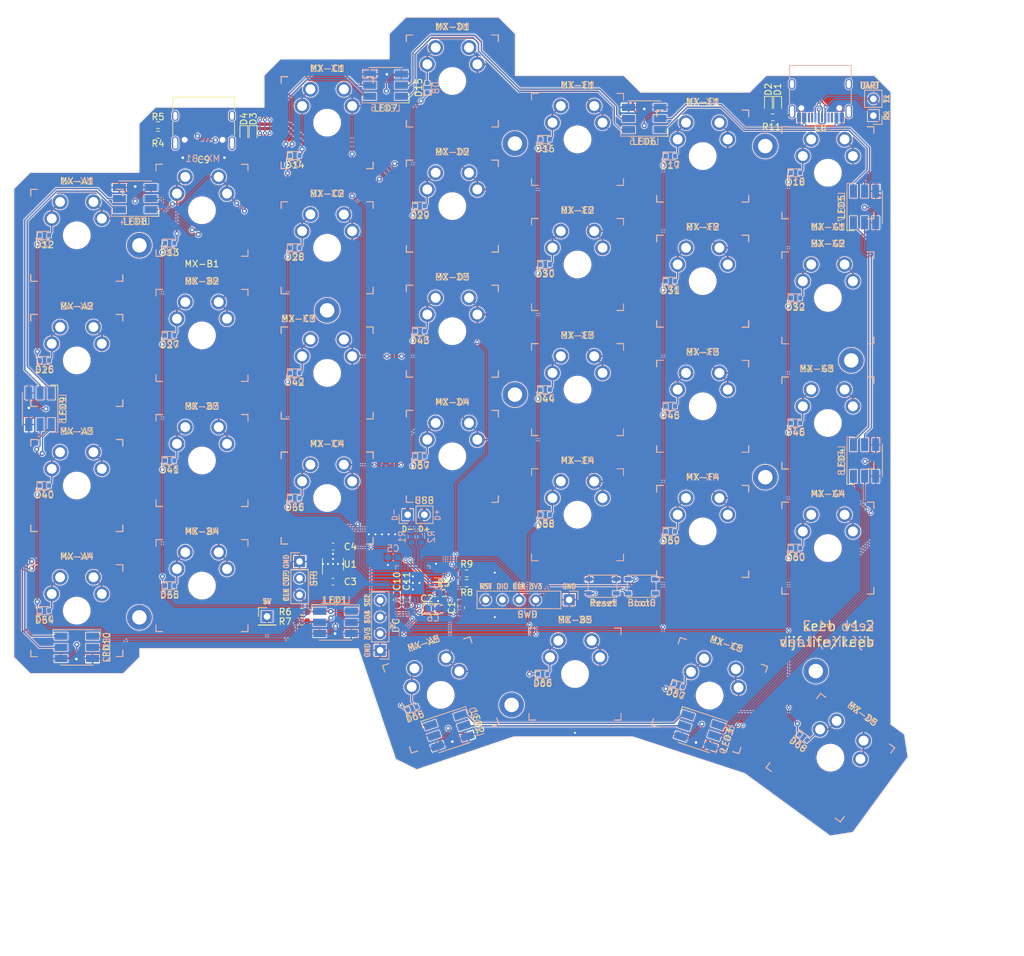
<source format=kicad_pcb>
(kicad_pcb (version 20171130) (host pcbnew 5.1.9)

  (general
    (thickness 1.6)
    (drawings 116)
    (tracks 1579)
    (zones 0)
    (modules 163)
    (nets 103)
  )

  (page A4)
  (layers
    (0 F.Cu signal)
    (31 B.Cu signal)
    (32 B.Adhes user)
    (33 F.Adhes user)
    (34 B.Paste user)
    (35 F.Paste user)
    (36 B.SilkS user)
    (37 F.SilkS user)
    (38 B.Mask user)
    (39 F.Mask user)
    (40 Dwgs.User user)
    (41 Cmts.User user)
    (42 Eco1.User user)
    (43 Eco2.User user)
    (44 Edge.Cuts user)
    (45 Margin user)
    (46 B.CrtYd user)
    (47 F.CrtYd user)
    (48 B.Fab user)
    (49 F.Fab user)
  )

  (setup
    (last_trace_width 0.2)
    (user_trace_width 0.128)
    (user_trace_width 0.2)
    (user_trace_width 0.3)
    (user_trace_width 0.4)
    (user_trace_width 0.5)
    (trace_clearance 0.128)
    (zone_clearance 0.127)
    (zone_45_only no)
    (trace_min 0.128)
    (via_size 0.6)
    (via_drill 0.3)
    (via_min_size 0.4)
    (via_min_drill 0.3)
    (uvia_size 0.3)
    (uvia_drill 0.1)
    (uvias_allowed no)
    (uvia_min_size 0.2)
    (uvia_min_drill 0.1)
    (edge_width 0.05)
    (segment_width 0.2)
    (pcb_text_width 0.3)
    (pcb_text_size 1.5 1.5)
    (mod_edge_width 0.12)
    (mod_text_size 1 1)
    (mod_text_width 0.15)
    (pad_size 1 2.1)
    (pad_drill 0.6)
    (pad_to_mask_clearance 0)
    (aux_axis_origin 31.75 17.145)
    (visible_elements FFFFFF7F)
    (pcbplotparams
      (layerselection 0x010fc_ffffffff)
      (usegerberextensions false)
      (usegerberattributes false)
      (usegerberadvancedattributes false)
      (creategerberjobfile false)
      (excludeedgelayer false)
      (linewidth 0.100000)
      (plotframeref false)
      (viasonmask false)
      (mode 1)
      (useauxorigin true)
      (hpglpennumber 1)
      (hpglpenspeed 20)
      (hpglpendiameter 15.000000)
      (psnegative false)
      (psa4output false)
      (plotreference true)
      (plotvalue true)
      (plotinvisibletext false)
      (padsonsilk false)
      (subtractmaskfromsilk false)
      (outputformat 1)
      (mirror false)
      (drillshape 0)
      (scaleselection 1)
      (outputdirectory "out/"))
  )

  (net 0 "")
  (net 1 "Net-(D11-Pad2)")
  (net 2 GND)
  (net 3 "Net-(D14-Pad2)")
  (net 4 "Net-(D15-Pad2)")
  (net 5 "Net-(D16-Pad2)")
  (net 6 "Net-(D23-Pad2)")
  (net 7 "Net-(D24-Pad2)")
  (net 8 "Net-(D25-Pad2)")
  (net 9 "Net-(D33-Pad2)")
  (net 10 "Net-(D34-Pad2)")
  (net 11 "Net-(D35-Pad2)")
  (net 12 "Net-(D36-Pad2)")
  (net 13 +3V3)
  (net 14 UsbD+)
  (net 15 UsbD-)
  (net 16 UsartTx)
  (net 17 UsartRx)
  (net 18 Row1)
  (net 19 Row2)
  (net 20 Row3)
  (net 21 Row4)
  (net 22 Row5)
  (net 23 ColA)
  (net 24 ColC)
  (net 25 ColB)
  (net 26 ColD)
  (net 27 ColE)
  (net 28 ColF)
  (net 29 ColG)
  (net 30 Reset)
  (net 31 SwDio)
  (net 32 SwClk)
  (net 33 "Net-(D22-Pad2)")
  (net 34 "Net-(D13-Pad2)")
  (net 35 "Net-(D37-Pad2)")
  (net 36 "Net-(D38-Pad2)")
  (net 37 "Net-(D39-Pad2)")
  (net 38 "Net-(D47-Pad2)")
  (net 39 "Net-(D48-Pad2)")
  (net 40 "Net-(D49-Pad2)")
  (net 41 "Net-(D50-Pad2)")
  (net 42 /Boot0)
  (net 43 LedClk)
  (net 44 LedMosi)
  (net 45 I²cScl)
  (net 46 I²cSda)
  (net 47 /UsbRD-)
  (net 48 /UsbRD+)
  (net 49 "Net-(D12-Pad2)")
  (net 50 "Net-(D10-Pad2)")
  (net 51 "Net-(D61-Pad2)")
  (net 52 "Net-(D62-Pad2)")
  (net 53 "Net-(D63-Pad2)")
  (net 54 "Net-(LED1-Pad6)")
  (net 55 "Net-(LED1-Pad5)")
  (net 56 "Net-(LED2-Pad6)")
  (net 57 "Net-(LED2-Pad5)")
  (net 58 "Net-(LED3-Pad6)")
  (net 59 "Net-(LED3-Pad5)")
  (net 60 "Net-(LED4-Pad6)")
  (net 61 "Net-(LED4-Pad5)")
  (net 62 "Net-(LED10-Pad1)")
  (net 63 "Net-(LED10-Pad2)")
  (net 64 "Net-(LED6-Pad6)")
  (net 65 "Net-(LED6-Pad5)")
  (net 66 "Net-(LED11-Pad6)")
  (net 67 "Net-(LED11-Pad5)")
  (net 68 "Net-(LED12-Pad6)")
  (net 69 "Net-(LED12-Pad5)")
  (net 70 "Net-(LED13-Pad6)")
  (net 71 "Net-(LED13-Pad5)")
  (net 72 "Net-(LED14-Pad6)")
  (net 73 "Net-(LED14-Pad5)")
  (net 74 "Net-(LED15-Pad6)")
  (net 75 "Net-(LED15-Pad5)")
  (net 76 "Net-(LED16-Pad6)")
  (net 77 "Net-(LED16-Pad5)")
  (net 78 "Net-(D19-Pad2)")
  (net 79 "Net-(D20-Pad2)")
  (net 80 "Net-(D21-Pad2)")
  (net 81 "Net-(D51-Pad2)")
  (net 82 "Net-(D52-Pad2)")
  (net 83 "Net-(D53-Pad2)")
  (net 84 "Net-(D64-Pad2)")
  (net 85 "Net-(LED5-Pad6)")
  (net 86 "Net-(LED5-Pad5)")
  (net 87 "Net-(LED7-Pad6)")
  (net 88 "Net-(LED7-Pad5)")
  (net 89 "Net-(LED8-Pad6)")
  (net 90 "Net-(LED8-Pad5)")
  (net 91 "Net-(LED17-Pad6)")
  (net 92 "Net-(LED17-Pad5)")
  (net 93 "Net-(LED18-Pad6)")
  (net 94 "Net-(LED18-Pad5)")
  (net 95 "Net-(LED19-Pad6)")
  (net 96 "Net-(LED19-Pad5)")
  (net 97 /CC1)
  (net 98 /CC2)
  (net 99 "Net-(R8-Pad2)")
  (net 100 "Net-(R9-Pad2)")
  (net 101 VBUS)
  (net 102 "Net-(C7-PadS1)")

  (net_class Default "This is the default net class."
    (clearance 0.128)
    (trace_width 0.2)
    (via_dia 0.6)
    (via_drill 0.3)
    (uvia_dia 0.3)
    (uvia_drill 0.1)
    (add_net +3V3)
    (add_net /Boot0)
    (add_net /CC1)
    (add_net /CC2)
    (add_net /UsbRD+)
    (add_net /UsbRD-)
    (add_net ColA)
    (add_net ColB)
    (add_net ColC)
    (add_net ColD)
    (add_net ColE)
    (add_net ColF)
    (add_net ColG)
    (add_net GND)
    (add_net I²cScl)
    (add_net I²cSda)
    (add_net LedClk)
    (add_net LedMosi)
    (add_net "Net-(C7-PadS1)")
    (add_net "Net-(D10-Pad2)")
    (add_net "Net-(D11-Pad2)")
    (add_net "Net-(D12-Pad2)")
    (add_net "Net-(D13-Pad2)")
    (add_net "Net-(D14-Pad2)")
    (add_net "Net-(D15-Pad2)")
    (add_net "Net-(D16-Pad2)")
    (add_net "Net-(D19-Pad2)")
    (add_net "Net-(D20-Pad2)")
    (add_net "Net-(D21-Pad2)")
    (add_net "Net-(D22-Pad2)")
    (add_net "Net-(D23-Pad2)")
    (add_net "Net-(D24-Pad2)")
    (add_net "Net-(D25-Pad2)")
    (add_net "Net-(D33-Pad2)")
    (add_net "Net-(D34-Pad2)")
    (add_net "Net-(D35-Pad2)")
    (add_net "Net-(D36-Pad2)")
    (add_net "Net-(D37-Pad2)")
    (add_net "Net-(D38-Pad2)")
    (add_net "Net-(D39-Pad2)")
    (add_net "Net-(D47-Pad2)")
    (add_net "Net-(D48-Pad2)")
    (add_net "Net-(D49-Pad2)")
    (add_net "Net-(D50-Pad2)")
    (add_net "Net-(D51-Pad2)")
    (add_net "Net-(D52-Pad2)")
    (add_net "Net-(D53-Pad2)")
    (add_net "Net-(D61-Pad2)")
    (add_net "Net-(D62-Pad2)")
    (add_net "Net-(D63-Pad2)")
    (add_net "Net-(D64-Pad2)")
    (add_net "Net-(LED1-Pad5)")
    (add_net "Net-(LED1-Pad6)")
    (add_net "Net-(LED10-Pad1)")
    (add_net "Net-(LED10-Pad2)")
    (add_net "Net-(LED11-Pad5)")
    (add_net "Net-(LED11-Pad6)")
    (add_net "Net-(LED12-Pad5)")
    (add_net "Net-(LED12-Pad6)")
    (add_net "Net-(LED13-Pad5)")
    (add_net "Net-(LED13-Pad6)")
    (add_net "Net-(LED14-Pad5)")
    (add_net "Net-(LED14-Pad6)")
    (add_net "Net-(LED15-Pad5)")
    (add_net "Net-(LED15-Pad6)")
    (add_net "Net-(LED16-Pad5)")
    (add_net "Net-(LED16-Pad6)")
    (add_net "Net-(LED17-Pad5)")
    (add_net "Net-(LED17-Pad6)")
    (add_net "Net-(LED18-Pad5)")
    (add_net "Net-(LED18-Pad6)")
    (add_net "Net-(LED19-Pad5)")
    (add_net "Net-(LED19-Pad6)")
    (add_net "Net-(LED2-Pad5)")
    (add_net "Net-(LED2-Pad6)")
    (add_net "Net-(LED3-Pad5)")
    (add_net "Net-(LED3-Pad6)")
    (add_net "Net-(LED4-Pad5)")
    (add_net "Net-(LED4-Pad6)")
    (add_net "Net-(LED5-Pad5)")
    (add_net "Net-(LED5-Pad6)")
    (add_net "Net-(LED6-Pad5)")
    (add_net "Net-(LED6-Pad6)")
    (add_net "Net-(LED7-Pad5)")
    (add_net "Net-(LED7-Pad6)")
    (add_net "Net-(LED8-Pad5)")
    (add_net "Net-(LED8-Pad6)")
    (add_net "Net-(R8-Pad2)")
    (add_net "Net-(R9-Pad2)")
    (add_net Reset)
    (add_net Row1)
    (add_net Row2)
    (add_net Row3)
    (add_net Row4)
    (add_net Row5)
    (add_net SwClk)
    (add_net SwDio)
    (add_net UsartRx)
    (add_net UsartTx)
    (add_net VBUS)
  )

  (net_class "USB Data" ""
    (clearance 0.13)
    (trace_width 0.5)
    (via_dia 0.8)
    (via_drill 0.4)
    (uvia_dia 0.3)
    (uvia_drill 0.1)
    (add_net UsbD+)
    (add_net UsbD-)
  )

  (module MountingHole:MountingHole_2.2mm_M2_DIN965_Pad locked (layer F.Cu) (tedit 56D1B4CB) (tstamp 60250417)
    (at 122.555 60.452)
    (descr "Mounting Hole 2.2mm, M2, DIN965")
    (tags "mounting hole 2.2mm m2 din965")
    (attr virtual)
    (fp_text reference e (at 0 -3.2) (layer F.SilkS) hide
      (effects (font (size 1 1) (thickness 0.15)))
    )
    (fp_text value MountingHole_2.2mm_M2_DIN965_Pad (at 0 3.2) (layer F.Fab) hide
      (effects (font (size 1 1) (thickness 0.15)))
    )
    (fp_text user %R (at 0.3 0) (layer F.Fab)
      (effects (font (size 1 1) (thickness 0.15)))
    )
    (fp_circle (center 0 0) (end 1.9 0) (layer Cmts.User) (width 0.15))
    (fp_circle (center 0 0) (end 2.15 0) (layer F.CrtYd) (width 0.05))
    (pad 1 thru_hole circle (at 0 0) (size 3.8 3.8) (drill 2.2) (layers *.Cu *.Mask))
  )

  (module MountingHole:MountingHole_2.2mm_M2_DIN965_Pad locked (layer F.Cu) (tedit 56D1B4CB) (tstamp 6023461D)
    (at 151.13 35.052)
    (descr "Mounting Hole 2.2mm, M2, DIN965")
    (tags "mounting hole 2.2mm m2 din965")
    (attr virtual)
    (fp_text reference REF** (at 0 -3.2) (layer F.SilkS) hide
      (effects (font (size 1 1) (thickness 0.15)))
    )
    (fp_text value MountingHole_2.2mm_M2_DIN965_Pad (at 0 3.2) (layer F.Fab)
      (effects (font (size 1 1) (thickness 0.15)))
    )
    (fp_text user %R (at 0.3 0) (layer F.Fab)
      (effects (font (size 1 1) (thickness 0.15)))
    )
    (fp_circle (center 0 0) (end 1.9 0) (layer Cmts.User) (width 0.15))
    (fp_circle (center 0 0) (end 2.15 0) (layer F.CrtYd) (width 0.05))
    (pad 1 thru_hole circle (at 0 0) (size 3.8 3.8) (drill 2.2) (layers *.Cu *.Mask))
  )

  (module MountingHole:MountingHole_2.2mm_M2_DIN965_Pad locked (layer F.Cu) (tedit 56D1B4CB) (tstamp 60272254)
    (at 189.23 85.852)
    (descr "Mounting Hole 2.2mm, M2, DIN965")
    (tags "mounting hole 2.2mm m2 din965")
    (attr virtual)
    (fp_text reference REF** (at 0 -3.2) (layer F.SilkS) hide
      (effects (font (size 1 1) (thickness 0.15)))
    )
    (fp_text value MountingHole_2.2mm_M2_DIN965_Pad (at 0 3.2) (layer F.Fab)
      (effects (font (size 1 1) (thickness 0.15)))
    )
    (fp_text user %R (at 0.3 0) (layer F.Fab)
      (effects (font (size 1 1) (thickness 0.15)))
    )
    (fp_circle (center 0 0) (end 1.9 0) (layer Cmts.User) (width 0.15))
    (fp_circle (center 0 0) (end 2.15 0) (layer F.CrtYd) (width 0.05))
    (pad 1 thru_hole circle (at 0 0) (size 3.8 3.8) (drill 2.2) (layers *.Cu *.Mask))
  )

  (module MountingHole:MountingHole_2.2mm_M2_DIN965_Pad locked (layer F.Cu) (tedit 56D1B4CB) (tstamp 6026427C)
    (at 93.98 50.546)
    (descr "Mounting Hole 2.2mm, M2, DIN965")
    (tags "mounting hole 2.2mm m2 din965")
    (attr virtual)
    (fp_text reference REF** (at 0 -3.2) (layer F.SilkS) hide
      (effects (font (size 1 1) (thickness 0.15)))
    )
    (fp_text value MountingHole_2.2mm_M2_DIN965_Pad (at 0 3.2) (layer F.Fab)
      (effects (font (size 1 1) (thickness 0.15)))
    )
    (fp_text user %R (at 0.3 0) (layer F.Fab)
      (effects (font (size 1 1) (thickness 0.15)))
    )
    (fp_circle (center 0 0) (end 1.9 0) (layer Cmts.User) (width 0.15))
    (fp_circle (center 0 0) (end 2.15 0) (layer F.CrtYd) (width 0.05))
    (pad 1 thru_hole circle (at 0 0) (size 3.8 3.8) (drill 2.2) (layers *.Cu *.Mask))
  )

  (module MountingHole:MountingHole_2.2mm_M2_DIN965_Pad locked (layer F.Cu) (tedit 56D1B4CB) (tstamp 6026425F)
    (at 189.23 35.433)
    (descr "Mounting Hole 2.2mm, M2, DIN965")
    (tags "mounting hole 2.2mm m2 din965")
    (attr virtual)
    (fp_text reference REF** (at 0 -3.2) (layer F.SilkS) hide
      (effects (font (size 1 1) (thickness 0.15)))
    )
    (fp_text value MountingHole_2.2mm_M2_DIN965_Pad (at 0 3.2) (layer F.Fab)
      (effects (font (size 1 1) (thickness 0.15)))
    )
    (fp_text user %R (at 0.3 0) (layer F.Fab)
      (effects (font (size 1 1) (thickness 0.15)))
    )
    (fp_circle (center 0 0) (end 1.9 0) (layer Cmts.User) (width 0.15))
    (fp_circle (center 0 0) (end 2.15 0) (layer F.CrtYd) (width 0.05))
    (pad 1 thru_hole circle (at 0 0) (size 3.8 3.8) (drill 2.2) (layers *.Cu *.Mask))
  )

  (module MountingHole:MountingHole_2.2mm_M2_DIN965_Pad locked (layer F.Cu) (tedit 56D1B4CB) (tstamp 60264168)
    (at 202.311 68.072)
    (descr "Mounting Hole 2.2mm, M2, DIN965")
    (tags "mounting hole 2.2mm m2 din965")
    (attr virtual)
    (fp_text reference REF** (at 0 -3.2) (layer F.SilkS) hide
      (effects (font (size 1 1) (thickness 0.15)))
    )
    (fp_text value MountingHole_2.2mm_M2_DIN965_Pad (at 0 3.2) (layer F.Fab)
      (effects (font (size 1 1) (thickness 0.15)))
    )
    (fp_text user %R (at 0.3 0) (layer F.Fab)
      (effects (font (size 1 1) (thickness 0.15)))
    )
    (fp_circle (center 0 0) (end 1.9 0) (layer Cmts.User) (width 0.15))
    (fp_circle (center 0 0) (end 2.15 0) (layer F.CrtYd) (width 0.05))
    (pad 1 thru_hole circle (at 0 0) (size 3.8 3.8) (drill 2.2) (layers *.Cu *.Mask))
  )

  (module MountingHole:MountingHole_2.2mm_M2_DIN965_Pad locked (layer F.Cu) (tedit 56D1B4CB) (tstamp 6026414B)
    (at 196.9135 115.3795)
    (descr "Mounting Hole 2.2mm, M2, DIN965")
    (tags "mounting hole 2.2mm m2 din965")
    (attr virtual)
    (fp_text reference REF** (at 0 -3.2) (layer F.SilkS) hide
      (effects (font (size 1 1) (thickness 0.15)))
    )
    (fp_text value MountingHole_2.2mm_M2_DIN965_Pad (at 0 3.2) (layer F.Fab)
      (effects (font (size 1 1) (thickness 0.15)))
    )
    (fp_text user %R (at 0.3 0) (layer F.Fab)
      (effects (font (size 1 1) (thickness 0.15)))
    )
    (fp_circle (center 0 0) (end 1.9 0) (layer Cmts.User) (width 0.15))
    (fp_circle (center 0 0) (end 2.15 0) (layer F.CrtYd) (width 0.05))
    (pad 1 thru_hole circle (at 0 0) (size 3.8 3.8) (drill 2.2) (layers *.Cu *.Mask))
  )

  (module MountingHole:MountingHole_2.2mm_M2_DIN965_Pad locked (layer F.Cu) (tedit 56D1B4CB) (tstamp 6026412E)
    (at 150.622 120.523)
    (descr "Mounting Hole 2.2mm, M2, DIN965")
    (tags "mounting hole 2.2mm m2 din965")
    (attr virtual)
    (fp_text reference REF** (at 0 -3.2) (layer F.SilkS) hide
      (effects (font (size 1 1) (thickness 0.15)))
    )
    (fp_text value MountingHole_2.2mm_M2_DIN965_Pad (at 0 3.2) (layer F.Fab)
      (effects (font (size 1 1) (thickness 0.15)))
    )
    (fp_text user %R (at 0.3 0) (layer F.Fab)
      (effects (font (size 1 1) (thickness 0.15)))
    )
    (fp_circle (center 0 0) (end 1.9 0) (layer Cmts.User) (width 0.15))
    (fp_circle (center 0 0) (end 2.15 0) (layer F.CrtYd) (width 0.05))
    (pad 1 thru_hole circle (at 0 0) (size 3.8 3.8) (drill 2.2) (layers *.Cu *.Mask))
  )

  (module MountingHole:MountingHole_2.2mm_M2_DIN965_Pad locked (layer F.Cu) (tedit 56D1B4CB) (tstamp 60264111)
    (at 93.98 107.188)
    (descr "Mounting Hole 2.2mm, M2, DIN965")
    (tags "mounting hole 2.2mm m2 din965")
    (attr virtual)
    (fp_text reference REF** (at 0 -3.2) (layer F.SilkS) hide
      (effects (font (size 1 1) (thickness 0.15)))
    )
    (fp_text value MountingHole_2.2mm_M2_DIN965_Pad (at 0 3.2) (layer F.Fab)
      (effects (font (size 1 1) (thickness 0.15)))
    )
    (fp_text user %R (at 0.3 0) (layer F.Fab)
      (effects (font (size 1 1) (thickness 0.15)))
    )
    (fp_circle (center 0 0) (end 1.9 0) (layer Cmts.User) (width 0.15))
    (fp_circle (center 0 0) (end 2.15 0) (layer F.CrtYd) (width 0.05))
    (pad 1 thru_hole circle (at 0 0) (size 3.8 3.8) (drill 2.2) (layers *.Cu *.Mask))
  )

  (module MountingHole:MountingHole_2.2mm_M2_DIN965_Pad locked (layer F.Cu) (tedit 56D1B4CB) (tstamp 60264299)
    (at 151.13 73.279)
    (descr "Mounting Hole 2.2mm, M2, DIN965")
    (tags "mounting hole 2.2mm m2 din965")
    (attr virtual)
    (fp_text reference REF** (at 0 -3.2) (layer F.SilkS) hide
      (effects (font (size 1 1) (thickness 0.15)))
    )
    (fp_text value MountingHole_2.2mm_M2_DIN965_Pad (at 0 3.2) (layer F.Fab) hide
      (effects (font (size 1 1) (thickness 0.15)))
    )
    (fp_text user %R (at 0.3 0) (layer F.Fab)
      (effects (font (size 1 1) (thickness 0.15)))
    )
    (fp_circle (center 0 0) (end 1.9 0) (layer Cmts.User) (width 0.15))
    (fp_circle (center 0 0) (end 2.15 0) (layer F.CrtYd) (width 0.05))
    (pad 1 thru_hole circle (at 0 0) (size 3.8 3.8) (drill 2.2) (layers *.Cu *.Mask))
  )

  (module Resistor_SMD:R_0603_1608Metric (layer F.Cu) (tedit 5F68FEEE) (tstamp 605CD5C3)
    (at 190.373 31.0515)
    (descr "Resistor SMD 0603 (1608 Metric), square (rectangular) end terminal, IPC_7351 nominal, (Body size source: IPC-SM-782 page 72, https://www.pcb-3d.com/wordpress/wp-content/uploads/ipc-sm-782a_amendment_1_and_2.pdf), generated with kicad-footprint-generator")
    (tags resistor)
    (path /60B0F701)
    (attr smd)
    (fp_text reference R11 (at -0.1905 1.4605) (layer F.SilkS)
      (effects (font (size 1 1) (thickness 0.15)))
    )
    (fp_text value 0R (at 0 1.43) (layer F.Fab)
      (effects (font (size 1 1) (thickness 0.15)))
    )
    (fp_text user %R (at 0 0) (layer F.Fab)
      (effects (font (size 0.4 0.4) (thickness 0.06)))
    )
    (fp_line (start -0.8 0.4125) (end -0.8 -0.4125) (layer F.Fab) (width 0.1))
    (fp_line (start -0.8 -0.4125) (end 0.8 -0.4125) (layer F.Fab) (width 0.1))
    (fp_line (start 0.8 -0.4125) (end 0.8 0.4125) (layer F.Fab) (width 0.1))
    (fp_line (start 0.8 0.4125) (end -0.8 0.4125) (layer F.Fab) (width 0.1))
    (fp_line (start -0.237258 -0.5225) (end 0.237258 -0.5225) (layer F.SilkS) (width 0.12))
    (fp_line (start -0.237258 0.5225) (end 0.237258 0.5225) (layer F.SilkS) (width 0.12))
    (fp_line (start -1.48 0.73) (end -1.48 -0.73) (layer F.CrtYd) (width 0.05))
    (fp_line (start -1.48 -0.73) (end 1.48 -0.73) (layer F.CrtYd) (width 0.05))
    (fp_line (start 1.48 -0.73) (end 1.48 0.73) (layer F.CrtYd) (width 0.05))
    (fp_line (start 1.48 0.73) (end -1.48 0.73) (layer F.CrtYd) (width 0.05))
    (pad 2 smd roundrect (at 0.825 0) (size 0.8 0.95) (layers F.Cu F.Paste F.Mask) (roundrect_rratio 0.25)
      (net 102 "Net-(C7-PadS1)"))
    (pad 1 smd roundrect (at -0.825 0) (size 0.8 0.95) (layers F.Cu F.Paste F.Mask) (roundrect_rratio 0.25)
      (net 2 GND))
    (model ${KISYS3DMOD}/Resistor_SMD.3dshapes/R_0603_1608Metric.wrl
      (at (xyz 0 0 0))
      (scale (xyz 1 1 1))
      (rotate (xyz 0 0 0))
    )
  )

  (module Resistor_SMD:R_0603_1608Metric (layer F.Cu) (tedit 5F68FEEE) (tstamp 6059E1EF)
    (at 143.7894 100.5078 180)
    (descr "Resistor SMD 0603 (1608 Metric), square (rectangular) end terminal, IPC_7351 nominal, (Body size source: IPC-SM-782 page 72, https://www.pcb-3d.com/wordpress/wp-content/uploads/ipc-sm-782a_amendment_1_and_2.pdf), generated with kicad-footprint-generator")
    (tags resistor)
    (path /605EEFCC)
    (attr smd)
    (fp_text reference R9 (at 0 1.4224) (layer F.SilkS)
      (effects (font (size 1 1) (thickness 0.15)))
    )
    (fp_text value 0R (at 0 1.43) (layer F.Fab)
      (effects (font (size 1 1) (thickness 0.15)))
    )
    (fp_line (start -0.8 0.4125) (end -0.8 -0.4125) (layer F.Fab) (width 0.1))
    (fp_line (start -0.8 -0.4125) (end 0.8 -0.4125) (layer F.Fab) (width 0.1))
    (fp_line (start 0.8 -0.4125) (end 0.8 0.4125) (layer F.Fab) (width 0.1))
    (fp_line (start 0.8 0.4125) (end -0.8 0.4125) (layer F.Fab) (width 0.1))
    (fp_line (start -0.237258 -0.5225) (end 0.237258 -0.5225) (layer F.SilkS) (width 0.12))
    (fp_line (start -0.237258 0.5225) (end 0.237258 0.5225) (layer F.SilkS) (width 0.12))
    (fp_line (start -1.48 0.73) (end -1.48 -0.73) (layer F.CrtYd) (width 0.05))
    (fp_line (start -1.48 -0.73) (end 1.48 -0.73) (layer F.CrtYd) (width 0.05))
    (fp_line (start 1.48 -0.73) (end 1.48 0.73) (layer F.CrtYd) (width 0.05))
    (fp_line (start 1.48 0.73) (end -1.48 0.73) (layer F.CrtYd) (width 0.05))
    (fp_text user %R (at 0 0) (layer F.Fab)
      (effects (font (size 0.4 0.4) (thickness 0.06)))
    )
    (pad 2 smd roundrect (at 0.825 0 180) (size 0.8 0.95) (layers F.Cu F.Paste F.Mask) (roundrect_rratio 0.25)
      (net 100 "Net-(R9-Pad2)"))
    (pad 1 smd roundrect (at -0.825 0 180) (size 0.8 0.95) (layers F.Cu F.Paste F.Mask) (roundrect_rratio 0.25)
      (net 17 UsartRx))
    (model ${KISYS3DMOD}/Resistor_SMD.3dshapes/R_0603_1608Metric.wrl
      (at (xyz 0 0 0))
      (scale (xyz 1 1 1))
      (rotate (xyz 0 0 0))
    )
  )

  (module Resistor_SMD:R_0603_1608Metric (layer F.Cu) (tedit 5F68FEEE) (tstamp 6059E1DE)
    (at 143.7894 101.981 180)
    (descr "Resistor SMD 0603 (1608 Metric), square (rectangular) end terminal, IPC_7351 nominal, (Body size source: IPC-SM-782 page 72, https://www.pcb-3d.com/wordpress/wp-content/uploads/ipc-sm-782a_amendment_1_and_2.pdf), generated with kicad-footprint-generator")
    (tags resistor)
    (path /605EEB47)
    (attr smd)
    (fp_text reference R8 (at 0 -1.43) (layer F.SilkS)
      (effects (font (size 1 1) (thickness 0.15)))
    )
    (fp_text value 0R (at 0 1.43) (layer F.Fab)
      (effects (font (size 1 1) (thickness 0.15)))
    )
    (fp_line (start -0.8 0.4125) (end -0.8 -0.4125) (layer F.Fab) (width 0.1))
    (fp_line (start -0.8 -0.4125) (end 0.8 -0.4125) (layer F.Fab) (width 0.1))
    (fp_line (start 0.8 -0.4125) (end 0.8 0.4125) (layer F.Fab) (width 0.1))
    (fp_line (start 0.8 0.4125) (end -0.8 0.4125) (layer F.Fab) (width 0.1))
    (fp_line (start -0.237258 -0.5225) (end 0.237258 -0.5225) (layer F.SilkS) (width 0.12))
    (fp_line (start -0.237258 0.5225) (end 0.237258 0.5225) (layer F.SilkS) (width 0.12))
    (fp_line (start -1.48 0.73) (end -1.48 -0.73) (layer F.CrtYd) (width 0.05))
    (fp_line (start -1.48 -0.73) (end 1.48 -0.73) (layer F.CrtYd) (width 0.05))
    (fp_line (start 1.48 -0.73) (end 1.48 0.73) (layer F.CrtYd) (width 0.05))
    (fp_line (start 1.48 0.73) (end -1.48 0.73) (layer F.CrtYd) (width 0.05))
    (fp_text user %R (at 0 0) (layer F.Fab)
      (effects (font (size 0.4 0.4) (thickness 0.06)))
    )
    (pad 2 smd roundrect (at 0.825 0 180) (size 0.8 0.95) (layers F.Cu F.Paste F.Mask) (roundrect_rratio 0.25)
      (net 99 "Net-(R8-Pad2)"))
    (pad 1 smd roundrect (at -0.825 0 180) (size 0.8 0.95) (layers F.Cu F.Paste F.Mask) (roundrect_rratio 0.25)
      (net 16 UsartTx))
    (model ${KISYS3DMOD}/Resistor_SMD.3dshapes/R_0603_1608Metric.wrl
      (at (xyz 0 0 0))
      (scale (xyz 1 1 1))
      (rotate (xyz 0 0 0))
    )
  )

  (module Button_Switch_SMD:SW_SPST_PTS810 (layer F.Cu) (tedit 6058B95C) (tstamp 605995FF)
    (at 170.4213 102.4509)
    (descr "C&K Components, PTS 810 Series, Microminiature SMT Top Actuated, http://www.ckswitches.com/media/1476/pts810.pdf")
    (tags "SPST Button Switch")
    (path /605FEF50)
    (attr smd)
    (fp_text reference SW4 (at 0 -2.6) (layer F.SilkS) hide
      (effects (font (size 1 1) (thickness 0.15)))
    )
    (fp_text value SW_Push (at 0 2.6) (layer F.Fab) hide
      (effects (font (size 1 1) (thickness 0.15)))
    )
    (fp_line (start 2.1 1.6) (end 2.1 -1.6) (layer F.Fab) (width 0.1))
    (fp_line (start 2.1 -1.6) (end -2.1 -1.6) (layer F.Fab) (width 0.1))
    (fp_line (start -2.1 -1.6) (end -2.1 1.6) (layer F.Fab) (width 0.1))
    (fp_line (start -2.1 1.6) (end 2.1 1.6) (layer F.Fab) (width 0.1))
    (fp_line (start -0.4 -1.1) (end 0.4 -1.1) (layer F.Fab) (width 0.1))
    (fp_line (start 0.4 1.1) (end -0.4 1.1) (layer F.Fab) (width 0.1))
    (fp_line (start 2.2 -1.7) (end -2.2 -1.7) (layer F.SilkS) (width 0.12))
    (fp_line (start -2.2 -1.7) (end -2.2 -1.58) (layer F.SilkS) (width 0.12))
    (fp_line (start -2.2 -0.57) (end -2.2 0.57) (layer F.SilkS) (width 0.12))
    (fp_line (start -2.2 1.58) (end -2.2 1.7) (layer F.SilkS) (width 0.12))
    (fp_line (start -2.2 1.7) (end 2.2 1.7) (layer F.SilkS) (width 0.12))
    (fp_line (start 2.2 1.7) (end 2.2 1.58) (layer F.SilkS) (width 0.12))
    (fp_line (start 2.2 0.57) (end 2.2 -0.57) (layer F.SilkS) (width 0.12))
    (fp_line (start 2.2 -1.58) (end 2.2 -1.7) (layer F.SilkS) (width 0.12))
    (fp_line (start 2.85 -1.85) (end 2.85 1.85) (layer F.CrtYd) (width 0.05))
    (fp_line (start 2.85 1.85) (end -2.85 1.85) (layer F.CrtYd) (width 0.05))
    (fp_line (start -2.85 1.85) (end -2.85 -1.85) (layer F.CrtYd) (width 0.05))
    (fp_line (start -2.85 -1.85) (end 2.85 -1.85) (layer F.CrtYd) (width 0.05))
    (fp_arc (start 0.4 0) (end 0.4 -1.1) (angle 180) (layer F.Fab) (width 0.1))
    (fp_arc (start -0.4 0) (end -0.4 1.1) (angle 180) (layer F.Fab) (width 0.1))
    (fp_text user %R (at 0 0) (layer F.Fab)
      (effects (font (size 0.6 0.6) (thickness 0.09)))
    )
    (pad "" smd rect (at 2.075 1.075) (size 1.05 0.65) (layers F.Cu F.Paste F.Mask))
    (pad 2 smd rect (at -2.075 1.075) (size 1.05 0.65) (layers F.Cu F.Paste F.Mask)
      (net 42 /Boot0))
    (pad "" smd rect (at 2.075 -1.075) (size 1.05 0.65) (layers F.Cu F.Paste F.Mask))
    (pad 1 smd rect (at -2.075 -1.075) (size 1.05 0.65) (layers F.Cu F.Paste F.Mask)
      (net 13 +3V3))
    (model ${KIPRJMOD}/models/PTS810SJK250SMTRLFS.stp
      (offset (xyz 0 0 1.5))
      (scale (xyz 1 1 1))
      (rotate (xyz -90 0 0))
    )
  )

  (module Button_Switch_SMD:SW_SPST_PTS810 (layer B.Cu) (tedit 6058B967) (tstamp 605995E2)
    (at 170.4213 102.4509 180)
    (descr "C&K Components, PTS 810 Series, Microminiature SMT Top Actuated, http://www.ckswitches.com/media/1476/pts810.pdf")
    (tags "SPST Button Switch")
    (path /6060D3F5)
    (attr smd)
    (fp_text reference SW3 (at 0 2.6) (layer B.SilkS) hide
      (effects (font (size 1 1) (thickness 0.15)) (justify mirror))
    )
    (fp_text value SW_Push (at 0 -2.6) (layer B.Fab) hide
      (effects (font (size 1 1) (thickness 0.15)) (justify mirror))
    )
    (fp_line (start 2.1 -1.6) (end 2.1 1.6) (layer B.Fab) (width 0.1))
    (fp_line (start 2.1 1.6) (end -2.1 1.6) (layer B.Fab) (width 0.1))
    (fp_line (start -2.1 1.6) (end -2.1 -1.6) (layer B.Fab) (width 0.1))
    (fp_line (start -2.1 -1.6) (end 2.1 -1.6) (layer B.Fab) (width 0.1))
    (fp_line (start -0.4 1.1) (end 0.4 1.1) (layer B.Fab) (width 0.1))
    (fp_line (start 0.4 -1.1) (end -0.4 -1.1) (layer B.Fab) (width 0.1))
    (fp_line (start 2.2 1.7) (end -2.2 1.7) (layer B.SilkS) (width 0.12))
    (fp_line (start -2.2 1.7) (end -2.2 1.58) (layer B.SilkS) (width 0.12))
    (fp_line (start -2.2 0.57) (end -2.2 -0.57) (layer B.SilkS) (width 0.12))
    (fp_line (start -2.2 -1.58) (end -2.2 -1.7) (layer B.SilkS) (width 0.12))
    (fp_line (start -2.2 -1.7) (end 2.2 -1.7) (layer B.SilkS) (width 0.12))
    (fp_line (start 2.2 -1.7) (end 2.2 -1.58) (layer B.SilkS) (width 0.12))
    (fp_line (start 2.2 -0.57) (end 2.2 0.57) (layer B.SilkS) (width 0.12))
    (fp_line (start 2.2 1.58) (end 2.2 1.7) (layer B.SilkS) (width 0.12))
    (fp_line (start 2.85 1.85) (end 2.85 -1.85) (layer B.CrtYd) (width 0.05))
    (fp_line (start 2.85 -1.85) (end -2.85 -1.85) (layer B.CrtYd) (width 0.05))
    (fp_line (start -2.85 -1.85) (end -2.85 1.85) (layer B.CrtYd) (width 0.05))
    (fp_line (start -2.85 1.85) (end 2.85 1.85) (layer B.CrtYd) (width 0.05))
    (fp_arc (start 0.4 0) (end 0.4 1.1) (angle -180) (layer B.Fab) (width 0.1))
    (fp_arc (start -0.4 0) (end -0.4 -1.1) (angle -180) (layer B.Fab) (width 0.1))
    (fp_text user %R (at 0 0) (layer B.Fab)
      (effects (font (size 0.6 0.6) (thickness 0.09)) (justify mirror))
    )
    (pad 2 smd rect (at 2.075 -1.075 180) (size 1.05 0.65) (layers B.Cu B.Paste B.Mask)
      (net 42 /Boot0))
    (pad "" smd rect (at -2.075 -1.075 180) (size 1.05 0.65) (layers B.Cu B.Paste B.Mask))
    (pad 1 smd rect (at 2.075 1.075 180) (size 1.05 0.65) (layers B.Cu B.Paste B.Mask)
      (net 13 +3V3))
    (pad "" smd rect (at -2.075 1.075 180) (size 1.05 0.65) (layers B.Cu B.Paste B.Mask))
    (model ${KIPRJMOD}/models/PTS810SJK250SMTRLFS.stp
      (offset (xyz 0 0 1.5))
      (scale (xyz 1 1 1))
      (rotate (xyz -90 0 0))
    )
  )

  (module Capacitor_SMD:C_0603_1608Metric (layer F.Cu) (tedit 5F68FEEE) (tstamp 6058F531)
    (at 134.6454 104.5464 270)
    (descr "Capacitor SMD 0603 (1608 Metric), square (rectangular) end terminal, IPC_7351 nominal, (Body size source: IPC-SM-782 page 76, https://www.pcb-3d.com/wordpress/wp-content/uploads/ipc-sm-782a_amendment_1_and_2.pdf), generated with kicad-footprint-generator")
    (tags capacitor)
    (path /605BE918)
    (attr smd)
    (fp_text reference C11 (at -2.8575 0 90) (layer F.SilkS)
      (effects (font (size 1 1) (thickness 0.15)))
    )
    (fp_text value 10nF (at 0 1.43 90) (layer F.Fab)
      (effects (font (size 1 1) (thickness 0.15)))
    )
    (fp_line (start 1.48 0.73) (end -1.48 0.73) (layer F.CrtYd) (width 0.05))
    (fp_line (start 1.48 -0.73) (end 1.48 0.73) (layer F.CrtYd) (width 0.05))
    (fp_line (start -1.48 -0.73) (end 1.48 -0.73) (layer F.CrtYd) (width 0.05))
    (fp_line (start -1.48 0.73) (end -1.48 -0.73) (layer F.CrtYd) (width 0.05))
    (fp_line (start -0.14058 0.51) (end 0.14058 0.51) (layer F.SilkS) (width 0.12))
    (fp_line (start -0.14058 -0.51) (end 0.14058 -0.51) (layer F.SilkS) (width 0.12))
    (fp_line (start 0.8 0.4) (end -0.8 0.4) (layer F.Fab) (width 0.1))
    (fp_line (start 0.8 -0.4) (end 0.8 0.4) (layer F.Fab) (width 0.1))
    (fp_line (start -0.8 -0.4) (end 0.8 -0.4) (layer F.Fab) (width 0.1))
    (fp_line (start -0.8 0.4) (end -0.8 -0.4) (layer F.Fab) (width 0.1))
    (fp_text user %R (at 0 0 90) (layer F.Fab)
      (effects (font (size 0.4 0.4) (thickness 0.06)))
    )
    (pad 2 smd roundrect (at 0.775 0 270) (size 0.9 0.95) (layers F.Cu F.Paste F.Mask) (roundrect_rratio 0.25)
      (net 13 +3V3))
    (pad 1 smd roundrect (at -0.775 0 270) (size 0.9 0.95) (layers F.Cu F.Paste F.Mask) (roundrect_rratio 0.25)
      (net 2 GND))
    (model ${KISYS3DMOD}/Capacitor_SMD.3dshapes/C_0603_1608Metric.wrl
      (at (xyz 0 0 0))
      (scale (xyz 1 1 1))
      (rotate (xyz 0 0 0))
    )
  )

  (module Capacitor_SMD:C_0603_1608Metric (layer F.Cu) (tedit 5F68FEEE) (tstamp 6058D582)
    (at 133.1722 104.5461 270)
    (descr "Capacitor SMD 0603 (1608 Metric), square (rectangular) end terminal, IPC_7351 nominal, (Body size source: IPC-SM-782 page 76, https://www.pcb-3d.com/wordpress/wp-content/uploads/ipc-sm-782a_amendment_1_and_2.pdf), generated with kicad-footprint-generator")
    (tags capacitor)
    (path /605BF024)
    (attr smd)
    (fp_text reference C10 (at -2.8572 0 90) (layer F.SilkS)
      (effects (font (size 1 1) (thickness 0.15)))
    )
    (fp_text value 1µF (at 0 1.43 90) (layer F.Fab)
      (effects (font (size 1 1) (thickness 0.15)))
    )
    (fp_line (start 1.48 0.73) (end -1.48 0.73) (layer F.CrtYd) (width 0.05))
    (fp_line (start 1.48 -0.73) (end 1.48 0.73) (layer F.CrtYd) (width 0.05))
    (fp_line (start -1.48 -0.73) (end 1.48 -0.73) (layer F.CrtYd) (width 0.05))
    (fp_line (start -1.48 0.73) (end -1.48 -0.73) (layer F.CrtYd) (width 0.05))
    (fp_line (start -0.14058 0.51) (end 0.14058 0.51) (layer F.SilkS) (width 0.12))
    (fp_line (start -0.14058 -0.51) (end 0.14058 -0.51) (layer F.SilkS) (width 0.12))
    (fp_line (start 0.8 0.4) (end -0.8 0.4) (layer F.Fab) (width 0.1))
    (fp_line (start 0.8 -0.4) (end 0.8 0.4) (layer F.Fab) (width 0.1))
    (fp_line (start -0.8 -0.4) (end 0.8 -0.4) (layer F.Fab) (width 0.1))
    (fp_line (start -0.8 0.4) (end -0.8 -0.4) (layer F.Fab) (width 0.1))
    (fp_text user %R (at 0 0 90) (layer F.Fab)
      (effects (font (size 0.4 0.4) (thickness 0.06)))
    )
    (pad 2 smd roundrect (at 0.775 0 270) (size 0.9 0.95) (layers F.Cu F.Paste F.Mask) (roundrect_rratio 0.25)
      (net 13 +3V3))
    (pad 1 smd roundrect (at -0.775 0 270) (size 0.9 0.95) (layers F.Cu F.Paste F.Mask) (roundrect_rratio 0.25)
      (net 2 GND))
    (model ${KISYS3DMOD}/Capacitor_SMD.3dshapes/C_0603_1608Metric.wrl
      (at (xyz 0 0 0))
      (scale (xyz 1 1 1))
      (rotate (xyz 0 0 0))
    )
  )

  (module Connector_USB:USB_C_Receptacle_HRO_TYPE-C-31-M-12 (layer B.Cu) (tedit 605C8A9D) (tstamp 604BEBE2)
    (at 197.612 27.051)
    (descr "USB Type-C receptacle for USB 2.0 and PD, http://www.krhro.com/uploads/soft/180320/1-1P320120243.pdf")
    (tags "usb usb-c 2.0 pd")
    (path /60416777)
    (attr smd)
    (fp_text reference C7 (at 0 5.645) (layer B.SilkS)
      (effects (font (size 1 1) (thickness 0.15)) (justify mirror))
    )
    (fp_text value SplitConnectorL (at 0 -5.1) (layer B.Fab)
      (effects (font (size 1 1) (thickness 0.15)) (justify mirror))
    )
    (fp_line (start -4.7 -3.9) (end 4.7 -3.9) (layer B.SilkS) (width 0.12))
    (fp_line (start -4.47 3.65) (end 4.47 3.65) (layer B.Fab) (width 0.1))
    (fp_line (start -4.47 3.65) (end -4.47 -3.65) (layer B.Fab) (width 0.1))
    (fp_line (start -4.47 -3.65) (end 4.47 -3.65) (layer B.Fab) (width 0.1))
    (fp_line (start 4.47 3.65) (end 4.47 -3.65) (layer B.Fab) (width 0.1))
    (fp_line (start -5.32 5.27) (end 5.32 5.27) (layer B.CrtYd) (width 0.05))
    (fp_line (start -5.32 -4.15) (end 5.32 -4.15) (layer B.CrtYd) (width 0.05))
    (fp_line (start -5.32 5.27) (end -5.32 -4.15) (layer B.CrtYd) (width 0.05))
    (fp_line (start 5.32 5.27) (end 5.32 -4.15) (layer B.CrtYd) (width 0.05))
    (fp_line (start 4.7 1.9) (end 4.7 -0.1) (layer B.SilkS) (width 0.12))
    (fp_line (start 4.7 -2) (end 4.7 -3.9) (layer B.SilkS) (width 0.12))
    (fp_line (start -4.7 1.9) (end -4.7 -0.1) (layer B.SilkS) (width 0.12))
    (fp_line (start -4.7 -2) (end -4.7 -3.9) (layer B.SilkS) (width 0.12))
    (fp_text user %R (at 0 0) (layer B.Fab)
      (effects (font (size 1 1) (thickness 0.15)) (justify mirror))
    )
    (pad B1 smd rect (at 3.25 4.045) (size 0.6 1.45) (layers B.Cu B.Paste B.Mask)
      (net 2 GND))
    (pad A9 smd rect (at 2.45 4.045) (size 0.6 1.45) (layers B.Cu B.Paste B.Mask)
      (net 101 VBUS))
    (pad B9 smd rect (at -2.45 4.045) (size 0.6 1.45) (layers B.Cu B.Paste B.Mask)
      (net 101 VBUS))
    (pad B12 smd rect (at -3.25 4.045) (size 0.6 1.45) (layers B.Cu B.Paste B.Mask)
      (net 2 GND))
    (pad A1 smd rect (at -3.25 4.045) (size 0.6 1.45) (layers B.Cu B.Paste B.Mask)
      (net 2 GND))
    (pad A4 smd rect (at -2.45 4.045) (size 0.6 1.45) (layers B.Cu B.Paste B.Mask)
      (net 101 VBUS))
    (pad B4 smd rect (at 2.45 4.045) (size 0.6 1.45) (layers B.Cu B.Paste B.Mask)
      (net 101 VBUS))
    (pad A12 smd rect (at 3.25 4.045) (size 0.6 1.45) (layers B.Cu B.Paste B.Mask)
      (net 2 GND))
    (pad B8 smd rect (at -1.75 4.045) (size 0.3 1.45) (layers B.Cu B.Paste B.Mask))
    (pad A5 smd rect (at -1.25 4.045) (size 0.3 1.45) (layers B.Cu B.Paste B.Mask))
    (pad B7 smd rect (at -0.75 4.045) (size 0.3 1.45) (layers B.Cu B.Paste B.Mask)
      (net 16 UsartTx))
    (pad A7 smd rect (at 0.25 4.045) (size 0.3 1.45) (layers B.Cu B.Paste B.Mask)
      (net 16 UsartTx))
    (pad B6 smd rect (at 0.75 4.045) (size 0.3 1.45) (layers B.Cu B.Paste B.Mask)
      (net 17 UsartRx))
    (pad A8 smd rect (at 1.25 4.045) (size 0.3 1.45) (layers B.Cu B.Paste B.Mask))
    (pad B5 smd rect (at 1.75 4.045) (size 0.3 1.45) (layers B.Cu B.Paste B.Mask))
    (pad A6 smd rect (at -0.25 4.045) (size 0.3 1.45) (layers B.Cu B.Paste B.Mask)
      (net 17 UsartRx))
    (pad "" thru_hole oval (at 4.32 3.13) (size 1 2.1) (drill oval 0.6 1.7) (layers *.Cu *.Mask))
    (pad S1 thru_hole oval (at -4.32 3.13) (size 1 2.1) (drill oval 0.6 1.7) (layers *.Cu *.Mask)
      (net 102 "Net-(C7-PadS1)"))
    (pad "" np_thru_hole circle (at -2.89 2.6) (size 0.65 0.65) (drill 0.65) (layers *.Cu *.Mask))
    (pad "" thru_hole oval (at -4.32 -1.05) (size 1 1.6) (drill oval 0.6 1.2) (layers *.Cu *.Mask))
    (pad "" np_thru_hole circle (at 2.89 2.6) (size 0.65 0.65) (drill 0.65) (layers *.Cu *.Mask))
    (pad "" thru_hole oval (at 4.32 -1.05) (size 1 1.6) (drill oval 0.6 1.2) (layers *.Cu *.Mask))
    (model ${KISYS3DMOD}/Connector_USB.3dshapes/USB_C_Receptacle_HRO_TYPE-C-31-M-12.wrl
      (at (xyz 0 0 0))
      (scale (xyz 1 1 1))
      (rotate (xyz 0 0 0))
    )
  )

  (module Connector_USB:USB_C_Receptacle_HRO_TYPE-C-31-M-12 (layer F.Cu) (tedit 60499412) (tstamp 604BEC32)
    (at 103.759 31.877 180)
    (descr "USB Type-C receptacle for USB 2.0 and PD, http://www.krhro.com/uploads/soft/180320/1-1P320120243.pdf")
    (tags "usb usb-c 2.0 pd")
    (path /6054A257)
    (attr smd)
    (fp_text reference C9 (at 0 -5.645) (layer F.SilkS)
      (effects (font (size 1 1) (thickness 0.15)))
    )
    (fp_text value USB (at 0 5.1) (layer F.Fab)
      (effects (font (size 1 1) (thickness 0.15)))
    )
    (fp_line (start -4.7 3.9) (end 4.7 3.9) (layer F.SilkS) (width 0.12))
    (fp_line (start -4.47 -3.65) (end 4.47 -3.65) (layer F.Fab) (width 0.1))
    (fp_line (start -4.47 -3.65) (end -4.47 3.65) (layer F.Fab) (width 0.1))
    (fp_line (start -4.47 3.65) (end 4.47 3.65) (layer F.Fab) (width 0.1))
    (fp_line (start 4.47 -3.65) (end 4.47 3.65) (layer F.Fab) (width 0.1))
    (fp_line (start -5.32 -5.27) (end 5.32 -5.27) (layer F.CrtYd) (width 0.05))
    (fp_line (start -5.32 4.15) (end 5.32 4.15) (layer F.CrtYd) (width 0.05))
    (fp_line (start -5.32 -5.27) (end -5.32 4.15) (layer F.CrtYd) (width 0.05))
    (fp_line (start 5.32 -5.27) (end 5.32 4.15) (layer F.CrtYd) (width 0.05))
    (fp_line (start 4.7 -1.9) (end 4.7 0.1) (layer F.SilkS) (width 0.12))
    (fp_line (start 4.7 2) (end 4.7 3.9) (layer F.SilkS) (width 0.12))
    (fp_line (start -4.7 -1.9) (end -4.7 0.1) (layer F.SilkS) (width 0.12))
    (fp_line (start -4.7 2) (end -4.7 3.9) (layer F.SilkS) (width 0.12))
    (fp_text user %R (at 0 0) (layer F.Fab)
      (effects (font (size 1 1) (thickness 0.15)))
    )
    (pad B1 smd rect (at 3.25 -4.045 180) (size 0.6 1.45) (layers F.Cu F.Paste F.Mask)
      (net 2 GND))
    (pad A9 smd rect (at 2.45 -4.045 180) (size 0.6 1.45) (layers F.Cu F.Paste F.Mask)
      (net 101 VBUS))
    (pad B9 smd rect (at -2.45 -4.045 180) (size 0.6 1.45) (layers F.Cu F.Paste F.Mask)
      (net 101 VBUS))
    (pad B12 smd rect (at -3.25 -4.045 180) (size 0.6 1.45) (layers F.Cu F.Paste F.Mask)
      (net 2 GND))
    (pad A1 smd rect (at -3.25 -4.045 180) (size 0.6 1.45) (layers F.Cu F.Paste F.Mask)
      (net 2 GND))
    (pad A4 smd rect (at -2.45 -4.045 180) (size 0.6 1.45) (layers F.Cu F.Paste F.Mask)
      (net 101 VBUS))
    (pad B4 smd rect (at 2.45 -4.045 180) (size 0.6 1.45) (layers F.Cu F.Paste F.Mask)
      (net 101 VBUS))
    (pad A12 smd rect (at 3.25 -4.045 180) (size 0.6 1.45) (layers F.Cu F.Paste F.Mask)
      (net 2 GND))
    (pad B8 smd rect (at -1.75 -4.045 180) (size 0.3 1.45) (layers F.Cu F.Paste F.Mask))
    (pad A5 smd rect (at -1.25 -4.045 180) (size 0.3 1.45) (layers F.Cu F.Paste F.Mask)
      (net 97 /CC1))
    (pad B7 smd rect (at -0.75 -4.045 180) (size 0.3 1.45) (layers F.Cu F.Paste F.Mask)
      (net 15 UsbD-))
    (pad A7 smd rect (at 0.25 -4.045 180) (size 0.3 1.45) (layers F.Cu F.Paste F.Mask)
      (net 15 UsbD-))
    (pad B6 smd rect (at 0.75 -4.045 180) (size 0.3 1.45) (layers F.Cu F.Paste F.Mask)
      (net 14 UsbD+))
    (pad A8 smd rect (at 1.25 -4.045 180) (size 0.3 1.45) (layers F.Cu F.Paste F.Mask))
    (pad B5 smd rect (at 1.75 -4.045 180) (size 0.3 1.45) (layers F.Cu F.Paste F.Mask)
      (net 98 /CC2))
    (pad A6 smd rect (at -0.25 -4.045 180) (size 0.3 1.45) (layers F.Cu F.Paste F.Mask)
      (net 14 UsbD+))
    (pad S1 thru_hole oval (at 4.32 -3.13 180) (size 1 2.1) (drill oval 0.6 1.7) (layers *.Cu *.Mask))
    (pad "" thru_hole oval (at -4.32 -3.13 180) (size 1 2.1) (drill oval 0.6 1.7) (layers *.Cu *.Mask))
    (pad "" np_thru_hole circle (at -2.89 -2.6 180) (size 0.65 0.65) (drill 0.65) (layers *.Cu *.Mask))
    (pad "" thru_hole oval (at -4.32 1.05 180) (size 1 1.6) (drill oval 0.6 1.2) (layers *.Cu *.Mask))
    (pad "" np_thru_hole circle (at 2.89 -2.6 180) (size 0.65 0.65) (drill 0.65) (layers *.Cu *.Mask))
    (pad "" thru_hole oval (at 4.32 1.05 180) (size 1 1.6) (drill oval 0.6 1.2) (layers *.Cu *.Mask))
    (model ${KISYS3DMOD}/Connector_USB.3dshapes/USB_C_Receptacle_HRO_TYPE-C-31-M-12.wrl
      (at (xyz 0 0 0))
      (scale (xyz 1 1 1))
      (rotate (xyz 0 0 0))
    )
  )

  (module Connector_USB:USB_C_Receptacle_HRO_TYPE-C-31-M-12 (layer F.Cu) (tedit 60499328) (tstamp 604BEC0A)
    (at 197.612 27.051 180)
    (descr "USB Type-C receptacle for USB 2.0 and PD, http://www.krhro.com/uploads/soft/180320/1-1P320120243.pdf")
    (tags "usb usb-c 2.0 pd")
    (path /605262E7)
    (attr smd)
    (fp_text reference C8 (at 0 -5.645) (layer F.SilkS)
      (effects (font (size 1 1) (thickness 0.15)))
    )
    (fp_text value SplitConnectorR (at 0 5.1) (layer F.Fab)
      (effects (font (size 1 1) (thickness 0.15)))
    )
    (fp_line (start -4.7 3.9) (end 4.7 3.9) (layer F.SilkS) (width 0.12))
    (fp_line (start -4.47 -3.65) (end 4.47 -3.65) (layer F.Fab) (width 0.1))
    (fp_line (start -4.47 -3.65) (end -4.47 3.65) (layer F.Fab) (width 0.1))
    (fp_line (start -4.47 3.65) (end 4.47 3.65) (layer F.Fab) (width 0.1))
    (fp_line (start 4.47 -3.65) (end 4.47 3.65) (layer F.Fab) (width 0.1))
    (fp_line (start -5.32 -5.27) (end 5.32 -5.27) (layer F.CrtYd) (width 0.05))
    (fp_line (start -5.32 4.15) (end 5.32 4.15) (layer F.CrtYd) (width 0.05))
    (fp_line (start -5.32 -5.27) (end -5.32 4.15) (layer F.CrtYd) (width 0.05))
    (fp_line (start 5.32 -5.27) (end 5.32 4.15) (layer F.CrtYd) (width 0.05))
    (fp_line (start 4.7 -1.9) (end 4.7 0.1) (layer F.SilkS) (width 0.12))
    (fp_line (start 4.7 2) (end 4.7 3.9) (layer F.SilkS) (width 0.12))
    (fp_line (start -4.7 -1.9) (end -4.7 0.1) (layer F.SilkS) (width 0.12))
    (fp_line (start -4.7 2) (end -4.7 3.9) (layer F.SilkS) (width 0.12))
    (fp_text user %R (at 0 0) (layer F.Fab)
      (effects (font (size 1 1) (thickness 0.15)))
    )
    (pad B1 smd rect (at 3.25 -4.045 180) (size 0.6 1.45) (layers F.Cu F.Paste F.Mask)
      (net 2 GND))
    (pad A9 smd rect (at 2.45 -4.045 180) (size 0.6 1.45) (layers F.Cu F.Paste F.Mask)
      (net 101 VBUS))
    (pad B9 smd rect (at -2.45 -4.045 180) (size 0.6 1.45) (layers F.Cu F.Paste F.Mask)
      (net 101 VBUS))
    (pad B12 smd rect (at -3.25 -4.045 180) (size 0.6 1.45) (layers F.Cu F.Paste F.Mask)
      (net 2 GND))
    (pad A1 smd rect (at -3.25 -4.045 180) (size 0.6 1.45) (layers F.Cu F.Paste F.Mask)
      (net 2 GND))
    (pad A4 smd rect (at -2.45 -4.045 180) (size 0.6 1.45) (layers F.Cu F.Paste F.Mask)
      (net 101 VBUS))
    (pad B4 smd rect (at 2.45 -4.045 180) (size 0.6 1.45) (layers F.Cu F.Paste F.Mask)
      (net 101 VBUS))
    (pad A12 smd rect (at 3.25 -4.045 180) (size 0.6 1.45) (layers F.Cu F.Paste F.Mask)
      (net 2 GND))
    (pad B8 smd rect (at -1.75 -4.045 180) (size 0.3 1.45) (layers F.Cu F.Paste F.Mask))
    (pad A5 smd rect (at -1.25 -4.045 180) (size 0.3 1.45) (layers F.Cu F.Paste F.Mask))
    (pad B7 smd rect (at -0.75 -4.045 180) (size 0.3 1.45) (layers F.Cu F.Paste F.Mask)
      (net 17 UsartRx))
    (pad A7 smd rect (at 0.25 -4.045 180) (size 0.3 1.45) (layers F.Cu F.Paste F.Mask)
      (net 17 UsartRx))
    (pad B6 smd rect (at 0.75 -4.045 180) (size 0.3 1.45) (layers F.Cu F.Paste F.Mask)
      (net 16 UsartTx))
    (pad A8 smd rect (at 1.25 -4.045 180) (size 0.3 1.45) (layers F.Cu F.Paste F.Mask))
    (pad B5 smd rect (at 1.75 -4.045 180) (size 0.3 1.45) (layers F.Cu F.Paste F.Mask))
    (pad A6 smd rect (at -0.25 -4.045 180) (size 0.3 1.45) (layers F.Cu F.Paste F.Mask)
      (net 16 UsartTx))
    (pad S1 thru_hole oval (at 4.32 -3.13 180) (size 1 2.1) (drill oval 0.6 1.7) (layers *.Cu *.Mask)
      (net 102 "Net-(C7-PadS1)"))
    (pad "" thru_hole oval (at -4.32 -3.13 180) (size 1 2.1) (drill oval 0.6 1.7) (layers *.Cu *.Mask))
    (pad "" np_thru_hole circle (at -2.89 -2.6 180) (size 0.65 0.65) (drill 0.65) (layers *.Cu *.Mask))
    (pad "" thru_hole oval (at -4.32 1.05 180) (size 1 1.6) (drill oval 0.6 1.2) (layers *.Cu *.Mask))
    (pad "" np_thru_hole circle (at 2.89 -2.6 180) (size 0.65 0.65) (drill 0.65) (layers *.Cu *.Mask))
    (pad "" thru_hole oval (at 4.32 1.05 180) (size 1 1.6) (drill oval 0.6 1.2) (layers *.Cu *.Mask))
    (model ${KISYS3DMOD}/Connector_USB.3dshapes/USB_C_Receptacle_HRO_TYPE-C-31-M-12.wrl
      (at (xyz 0 0 0))
      (scale (xyz 1 1 1))
      (rotate (xyz 0 0 0))
    )
  )

  (module Connector_PinHeader_2.54mm:PinHeader_1x01_P2.54mm_Vertical (layer F.Cu) (tedit 59FED5CC) (tstamp 604AE333)
    (at 113.411 107.061)
    (descr "Through hole straight pin header, 1x01, 2.54mm pitch, single row")
    (tags "Through hole pin header THT 1x01 2.54mm single row")
    (path /604EB296)
    (fp_text reference H6 (at 0 -2.33) (layer F.SilkS) hide
      (effects (font (size 1 1) (thickness 0.15)))
    )
    (fp_text value 5vTest (at 0 2.33) (layer F.Fab)
      (effects (font (size 1 1) (thickness 0.15)))
    )
    (fp_line (start -0.635 -1.27) (end 1.27 -1.27) (layer F.Fab) (width 0.1))
    (fp_line (start 1.27 -1.27) (end 1.27 1.27) (layer F.Fab) (width 0.1))
    (fp_line (start 1.27 1.27) (end -1.27 1.27) (layer F.Fab) (width 0.1))
    (fp_line (start -1.27 1.27) (end -1.27 -0.635) (layer F.Fab) (width 0.1))
    (fp_line (start -1.27 -0.635) (end -0.635 -1.27) (layer F.Fab) (width 0.1))
    (fp_line (start -1.33 1.33) (end 1.33 1.33) (layer F.SilkS) (width 0.12))
    (fp_line (start -1.33 1.27) (end -1.33 1.33) (layer F.SilkS) (width 0.12))
    (fp_line (start 1.33 1.27) (end 1.33 1.33) (layer F.SilkS) (width 0.12))
    (fp_line (start -1.33 1.27) (end 1.33 1.27) (layer F.SilkS) (width 0.12))
    (fp_line (start -1.33 0) (end -1.33 -1.33) (layer F.SilkS) (width 0.12))
    (fp_line (start -1.33 -1.33) (end 0 -1.33) (layer F.SilkS) (width 0.12))
    (fp_line (start -1.8 -1.8) (end -1.8 1.8) (layer F.CrtYd) (width 0.05))
    (fp_line (start -1.8 1.8) (end 1.8 1.8) (layer F.CrtYd) (width 0.05))
    (fp_line (start 1.8 1.8) (end 1.8 -1.8) (layer F.CrtYd) (width 0.05))
    (fp_line (start 1.8 -1.8) (end -1.8 -1.8) (layer F.CrtYd) (width 0.05))
    (fp_text user %R (at 0 0 90) (layer F.Fab)
      (effects (font (size 1 1) (thickness 0.15)))
    )
    (pad 1 thru_hole rect (at 0 0) (size 1.7 1.7) (drill 1) (layers *.Cu *.Mask)
      (net 101 VBUS))
    (model ${KISYS3DMOD}/Connector_PinHeader_2.54mm.3dshapes/PinHeader_1x01_P2.54mm_Vertical.wrl
      (at (xyz 0 0 0))
      (scale (xyz 1 1 1))
      (rotate (xyz 0 0 0))
    )
  )

  (module Connector_PinHeader_2.54mm:PinHeader_1x03_P2.54mm_Vertical (layer F.Cu) (tedit 59FED5CC) (tstamp 6049C3F1)
    (at 118.35638 98.69678)
    (descr "Through hole straight pin header, 1x03, 2.54mm pitch, single row")
    (tags "Through hole pin header THT 1x03 2.54mm single row")
    (path /60297E7F)
    (fp_text reference H1 (at 0 -2.33) (layer F.SilkS) hide
      (effects (font (size 1 1) (thickness 0.15)))
    )
    (fp_text value SpiTest (at 0 7.41) (layer F.Fab)
      (effects (font (size 1 1) (thickness 0.15)))
    )
    (fp_line (start -0.635 -1.27) (end 1.27 -1.27) (layer F.Fab) (width 0.1))
    (fp_line (start 1.27 -1.27) (end 1.27 6.35) (layer F.Fab) (width 0.1))
    (fp_line (start 1.27 6.35) (end -1.27 6.35) (layer F.Fab) (width 0.1))
    (fp_line (start -1.27 6.35) (end -1.27 -0.635) (layer F.Fab) (width 0.1))
    (fp_line (start -1.27 -0.635) (end -0.635 -1.27) (layer F.Fab) (width 0.1))
    (fp_line (start -1.33 6.41) (end 1.33 6.41) (layer F.SilkS) (width 0.12))
    (fp_line (start -1.33 1.27) (end -1.33 6.41) (layer F.SilkS) (width 0.12))
    (fp_line (start 1.33 1.27) (end 1.33 6.41) (layer F.SilkS) (width 0.12))
    (fp_line (start -1.33 1.27) (end 1.33 1.27) (layer F.SilkS) (width 0.12))
    (fp_line (start -1.33 0) (end -1.33 -1.33) (layer F.SilkS) (width 0.12))
    (fp_line (start -1.33 -1.33) (end 0 -1.33) (layer F.SilkS) (width 0.12))
    (fp_line (start -1.8 -1.8) (end -1.8 6.85) (layer F.CrtYd) (width 0.05))
    (fp_line (start -1.8 6.85) (end 1.8 6.85) (layer F.CrtYd) (width 0.05))
    (fp_line (start 1.8 6.85) (end 1.8 -1.8) (layer F.CrtYd) (width 0.05))
    (fp_line (start 1.8 -1.8) (end -1.8 -1.8) (layer F.CrtYd) (width 0.05))
    (fp_text user %R (at 0 2.54 90) (layer F.Fab)
      (effects (font (size 1 1) (thickness 0.15)))
    )
    (pad 3 thru_hole oval (at 0 5.08) (size 1.7 1.7) (drill 1) (layers *.Cu *.Mask)
      (net 43 LedClk))
    (pad 2 thru_hole oval (at 0 2.54) (size 1.7 1.7) (drill 1) (layers *.Cu *.Mask)
      (net 44 LedMosi))
    (pad 1 thru_hole rect (at 0 0) (size 1.7 1.7) (drill 1) (layers *.Cu *.Mask)
      (net 2 GND))
    (model ${KISYS3DMOD}/Connector_PinHeader_2.54mm.3dshapes/PinHeader_1x03_P2.54mm_Vertical.wrl
      (at (xyz 0 0 0))
      (scale (xyz 1 1 1))
      (rotate (xyz 0 0 0))
    )
  )

  (module Button_Switch_SMD:SW_SPST_PTS810 (layer B.Cu) (tedit 603D5AD5) (tstamp 601A6A9E)
    (at 164.4777 102.4509 180)
    (descr "C&K Components, PTS 810 Series, Microminiature SMT Top Actuated, http://www.ckswitches.com/media/1476/pts810.pdf")
    (tags "SPST Button Switch")
    (path /604917B4)
    (attr smd)
    (fp_text reference SW2 (at 0 2.6) (layer B.SilkS) hide
      (effects (font (size 1 1) (thickness 0.15)) (justify mirror))
    )
    (fp_text value SW_Push (at 0 -2.6) (layer B.Fab) hide
      (effects (font (size 1 1) (thickness 0.15)) (justify mirror))
    )
    (fp_line (start 2.1 -1.6) (end 2.1 1.6) (layer B.Fab) (width 0.1))
    (fp_line (start 2.1 1.6) (end -2.1 1.6) (layer B.Fab) (width 0.1))
    (fp_line (start -2.1 1.6) (end -2.1 -1.6) (layer B.Fab) (width 0.1))
    (fp_line (start -2.1 -1.6) (end 2.1 -1.6) (layer B.Fab) (width 0.1))
    (fp_line (start -0.4 1.1) (end 0.4 1.1) (layer B.Fab) (width 0.1))
    (fp_line (start 0.4 -1.1) (end -0.4 -1.1) (layer B.Fab) (width 0.1))
    (fp_line (start 2.2 1.7) (end -2.2 1.7) (layer B.SilkS) (width 0.12))
    (fp_line (start -2.2 1.7) (end -2.2 1.58) (layer B.SilkS) (width 0.12))
    (fp_line (start -2.2 0.57) (end -2.2 -0.57) (layer B.SilkS) (width 0.12))
    (fp_line (start -2.2 -1.58) (end -2.2 -1.7) (layer B.SilkS) (width 0.12))
    (fp_line (start -2.2 -1.7) (end 2.2 -1.7) (layer B.SilkS) (width 0.12))
    (fp_line (start 2.2 -1.7) (end 2.2 -1.58) (layer B.SilkS) (width 0.12))
    (fp_line (start 2.2 -0.57) (end 2.2 0.57) (layer B.SilkS) (width 0.12))
    (fp_line (start 2.2 1.58) (end 2.2 1.7) (layer B.SilkS) (width 0.12))
    (fp_line (start 2.85 1.85) (end 2.85 -1.85) (layer B.CrtYd) (width 0.05))
    (fp_line (start 2.85 -1.85) (end -2.85 -1.85) (layer B.CrtYd) (width 0.05))
    (fp_line (start -2.85 -1.85) (end -2.85 1.85) (layer B.CrtYd) (width 0.05))
    (fp_line (start -2.85 1.85) (end 2.85 1.85) (layer B.CrtYd) (width 0.05))
    (fp_text user %R (at 0 0) (layer B.Fab)
      (effects (font (size 0.6 0.6) (thickness 0.09)) (justify mirror))
    )
    (fp_arc (start -0.4 0) (end -0.4 -1.1) (angle -180) (layer B.Fab) (width 0.1))
    (fp_arc (start 0.4 0) (end 0.4 1.1) (angle -180) (layer B.Fab) (width 0.1))
    (pad 1 smd rect (at -2.075 1.075 180) (size 1.05 0.65) (layers B.Cu B.Paste B.Mask)
      (net 2 GND))
    (pad 1 smd rect (at 2.075 1.075 180) (size 1.05 0.65) (layers B.Cu B.Paste B.Mask)
      (net 2 GND))
    (pad "" smd rect (at -2.075 -1.075 180) (size 1.05 0.65) (layers B.Cu B.Paste B.Mask))
    (pad 2 smd rect (at 2.075 -1.075 180) (size 1.05 0.65) (layers B.Cu B.Paste B.Mask)
      (net 30 Reset))
    (model ${KIPRJMOD}/models/PTS810SJK250SMTRLFS.stp
      (offset (xyz 0 0 1.5))
      (scale (xyz 1 1 1))
      (rotate (xyz -90 0 0))
    )
  )

  (module Button_Switch_SMD:SW_SPST_PTS810 (layer F.Cu) (tedit 603D5AC9) (tstamp 6022D53F)
    (at 164.4777 102.4509)
    (descr "C&K Components, PTS 810 Series, Microminiature SMT Top Actuated, http://www.ckswitches.com/media/1476/pts810.pdf")
    (tags "SPST Button Switch")
    (path /60491483)
    (attr smd)
    (fp_text reference SW1 (at 0 -2.6) (layer F.SilkS) hide
      (effects (font (size 1 1) (thickness 0.15)))
    )
    (fp_text value SW_Push (at 0 2.6) (layer F.Fab) hide
      (effects (font (size 1 1) (thickness 0.15)))
    )
    (fp_line (start 2.1 1.6) (end 2.1 -1.6) (layer F.Fab) (width 0.1))
    (fp_line (start 2.1 -1.6) (end -2.1 -1.6) (layer F.Fab) (width 0.1))
    (fp_line (start -2.1 -1.6) (end -2.1 1.6) (layer F.Fab) (width 0.1))
    (fp_line (start -2.1 1.6) (end 2.1 1.6) (layer F.Fab) (width 0.1))
    (fp_line (start -0.4 -1.1) (end 0.4 -1.1) (layer F.Fab) (width 0.1))
    (fp_line (start 0.4 1.1) (end -0.4 1.1) (layer F.Fab) (width 0.1))
    (fp_line (start 2.2 -1.7) (end -2.2 -1.7) (layer F.SilkS) (width 0.12))
    (fp_line (start -2.2 -1.7) (end -2.2 -1.58) (layer F.SilkS) (width 0.12))
    (fp_line (start -2.2 -0.57) (end -2.2 0.57) (layer F.SilkS) (width 0.12))
    (fp_line (start -2.2 1.58) (end -2.2 1.7) (layer F.SilkS) (width 0.12))
    (fp_line (start -2.2 1.7) (end 2.2 1.7) (layer F.SilkS) (width 0.12))
    (fp_line (start 2.2 1.7) (end 2.2 1.58) (layer F.SilkS) (width 0.12))
    (fp_line (start 2.2 0.57) (end 2.2 -0.57) (layer F.SilkS) (width 0.12))
    (fp_line (start 2.2 -1.58) (end 2.2 -1.7) (layer F.SilkS) (width 0.12))
    (fp_line (start 2.85 -1.85) (end 2.85 1.85) (layer F.CrtYd) (width 0.05))
    (fp_line (start 2.85 1.85) (end -2.85 1.85) (layer F.CrtYd) (width 0.05))
    (fp_line (start -2.85 1.85) (end -2.85 -1.85) (layer F.CrtYd) (width 0.05))
    (fp_line (start -2.85 -1.85) (end 2.85 -1.85) (layer F.CrtYd) (width 0.05))
    (fp_text user %R (at 0 0) (layer F.Fab)
      (effects (font (size 0.6 0.6) (thickness 0.09)))
    )
    (fp_arc (start -0.4 0) (end -0.4 1.1) (angle 180) (layer F.Fab) (width 0.1))
    (fp_arc (start 0.4 0) (end 0.4 -1.1) (angle 180) (layer F.Fab) (width 0.1))
    (pad 1 smd rect (at -2.075 -1.075) (size 1.05 0.65) (layers F.Cu F.Paste F.Mask)
      (net 2 GND))
    (pad 1 smd rect (at 2.075 -1.075) (size 1.05 0.65) (layers F.Cu F.Paste F.Mask)
      (net 2 GND))
    (pad 2 smd rect (at -2.075 1.075) (size 1.05 0.65) (layers F.Cu F.Paste F.Mask)
      (net 30 Reset))
    (pad "" smd rect (at 2.075 1.075) (size 1.05 0.65) (layers F.Cu F.Paste F.Mask))
    (model ${KIPRJMOD}/models/PTS810SJK250SMTRLFS.stp
      (offset (xyz 0 0 1.5))
      (scale (xyz 1 1 1))
      (rotate (xyz -90 0 0))
    )
  )

  (module Resistor_SMD:R_0603_1608Metric (layer F.Cu) (tedit 5F68FEEE) (tstamp 6041863D)
    (at 118.6942 107.823 180)
    (descr "Resistor SMD 0603 (1608 Metric), square (rectangular) end terminal, IPC_7351 nominal, (Body size source: IPC-SM-782 page 72, https://www.pcb-3d.com/wordpress/wp-content/uploads/ipc-sm-782a_amendment_1_and_2.pdf), generated with kicad-footprint-generator")
    (tags resistor)
    (path /611A55F2)
    (attr smd)
    (fp_text reference R7 (at 2.5273 0) (layer F.SilkS)
      (effects (font (size 1 1) (thickness 0.15)))
    )
    (fp_text value 10k (at 0 1.43) (layer F.Fab)
      (effects (font (size 1 1) (thickness 0.15)))
    )
    (fp_line (start -0.8 0.4125) (end -0.8 -0.4125) (layer F.Fab) (width 0.1))
    (fp_line (start -0.8 -0.4125) (end 0.8 -0.4125) (layer F.Fab) (width 0.1))
    (fp_line (start 0.8 -0.4125) (end 0.8 0.4125) (layer F.Fab) (width 0.1))
    (fp_line (start 0.8 0.4125) (end -0.8 0.4125) (layer F.Fab) (width 0.1))
    (fp_line (start -0.237258 -0.5225) (end 0.237258 -0.5225) (layer F.SilkS) (width 0.12))
    (fp_line (start -0.237258 0.5225) (end 0.237258 0.5225) (layer F.SilkS) (width 0.12))
    (fp_line (start -1.48 0.73) (end -1.48 -0.73) (layer F.CrtYd) (width 0.05))
    (fp_line (start -1.48 -0.73) (end 1.48 -0.73) (layer F.CrtYd) (width 0.05))
    (fp_line (start 1.48 -0.73) (end 1.48 0.73) (layer F.CrtYd) (width 0.05))
    (fp_line (start 1.48 0.73) (end -1.48 0.73) (layer F.CrtYd) (width 0.05))
    (fp_text user %R (at 0 0) (layer F.Fab)
      (effects (font (size 0.4 0.4) (thickness 0.06)))
    )
    (pad 2 smd roundrect (at 0.825 0 180) (size 0.8 0.95) (layers F.Cu F.Paste F.Mask) (roundrect_rratio 0.25)
      (net 101 VBUS))
    (pad 1 smd roundrect (at -0.825 0 180) (size 0.8 0.95) (layers F.Cu F.Paste F.Mask) (roundrect_rratio 0.25)
      (net 43 LedClk))
    (model ${KISYS3DMOD}/Resistor_SMD.3dshapes/R_0603_1608Metric.wrl
      (at (xyz 0 0 0))
      (scale (xyz 1 1 1))
      (rotate (xyz 0 0 0))
    )
  )

  (module Resistor_SMD:R_0603_1608Metric (layer F.Cu) (tedit 5F68FEEE) (tstamp 603E4C28)
    (at 118.6942 106.3498 180)
    (descr "Resistor SMD 0603 (1608 Metric), square (rectangular) end terminal, IPC_7351 nominal, (Body size source: IPC-SM-782 page 72, https://www.pcb-3d.com/wordpress/wp-content/uploads/ipc-sm-782a_amendment_1_and_2.pdf), generated with kicad-footprint-generator")
    (tags resistor)
    (path /611A55EB)
    (attr smd)
    (fp_text reference R6 (at 2.5146 0) (layer F.SilkS)
      (effects (font (size 1 1) (thickness 0.15)))
    )
    (fp_text value 10k (at 0 1.43) (layer F.Fab)
      (effects (font (size 1 1) (thickness 0.15)))
    )
    (fp_line (start -0.8 0.4125) (end -0.8 -0.4125) (layer F.Fab) (width 0.1))
    (fp_line (start -0.8 -0.4125) (end 0.8 -0.4125) (layer F.Fab) (width 0.1))
    (fp_line (start 0.8 -0.4125) (end 0.8 0.4125) (layer F.Fab) (width 0.1))
    (fp_line (start 0.8 0.4125) (end -0.8 0.4125) (layer F.Fab) (width 0.1))
    (fp_line (start -0.237258 -0.5225) (end 0.237258 -0.5225) (layer F.SilkS) (width 0.12))
    (fp_line (start -0.237258 0.5225) (end 0.237258 0.5225) (layer F.SilkS) (width 0.12))
    (fp_line (start -1.48 0.73) (end -1.48 -0.73) (layer F.CrtYd) (width 0.05))
    (fp_line (start -1.48 -0.73) (end 1.48 -0.73) (layer F.CrtYd) (width 0.05))
    (fp_line (start 1.48 -0.73) (end 1.48 0.73) (layer F.CrtYd) (width 0.05))
    (fp_line (start 1.48 0.73) (end -1.48 0.73) (layer F.CrtYd) (width 0.05))
    (fp_text user %R (at 0 0) (layer F.Fab)
      (effects (font (size 0.4 0.4) (thickness 0.06)))
    )
    (pad 2 smd roundrect (at 0.825 0 180) (size 0.8 0.95) (layers F.Cu F.Paste F.Mask) (roundrect_rratio 0.25)
      (net 101 VBUS))
    (pad 1 smd roundrect (at -0.825 0 180) (size 0.8 0.95) (layers F.Cu F.Paste F.Mask) (roundrect_rratio 0.25)
      (net 44 LedMosi))
    (model ${KISYS3DMOD}/Resistor_SMD.3dshapes/R_0603_1608Metric.wrl
      (at (xyz 0 0 0))
      (scale (xyz 1 1 1))
      (rotate (xyz 0 0 0))
    )
  )

  (module Diode_SMD:D_SOD-523 (layer B.Cu) (tedit 586419F0) (tstamp 60204336)
    (at 79.545 49.022)
    (descr "http://www.diodes.com/datasheets/ap02001.pdf p.144")
    (tags "Diode SOD523")
    (path /5E30C242/6041677F)
    (attr smd)
    (fp_text reference D5 (at 0 1.3) (layer B.SilkS)
      (effects (font (size 1 1) (thickness 0.15)) (justify mirror))
    )
    (fp_text value 1N4148WS (at 0 -1.4) (layer B.Fab)
      (effects (font (size 1 1) (thickness 0.15)) (justify mirror))
    )
    (fp_line (start -1.15 0.6) (end -1.15 -0.6) (layer B.SilkS) (width 0.12))
    (fp_line (start 1.25 0.7) (end 1.25 -0.7) (layer B.CrtYd) (width 0.05))
    (fp_line (start -1.25 0.7) (end 1.25 0.7) (layer B.CrtYd) (width 0.05))
    (fp_line (start -1.25 -0.7) (end -1.25 0.7) (layer B.CrtYd) (width 0.05))
    (fp_line (start 1.25 -0.7) (end -1.25 -0.7) (layer B.CrtYd) (width 0.05))
    (fp_line (start 0.1 0) (end 0.25 0) (layer B.Fab) (width 0.1))
    (fp_line (start 0.1 0.2) (end -0.2 0) (layer B.Fab) (width 0.1))
    (fp_line (start 0.1 -0.2) (end 0.1 0.2) (layer B.Fab) (width 0.1))
    (fp_line (start -0.2 0) (end 0.1 -0.2) (layer B.Fab) (width 0.1))
    (fp_line (start -0.2 0) (end -0.35 0) (layer B.Fab) (width 0.1))
    (fp_line (start -0.2 -0.2) (end -0.2 0.2) (layer B.Fab) (width 0.1))
    (fp_line (start 0.65 0.45) (end 0.65 -0.45) (layer B.Fab) (width 0.1))
    (fp_line (start -0.65 0.45) (end 0.65 0.45) (layer B.Fab) (width 0.1))
    (fp_line (start -0.65 -0.45) (end -0.65 0.45) (layer B.Fab) (width 0.1))
    (fp_line (start 0.65 -0.45) (end -0.65 -0.45) (layer B.Fab) (width 0.1))
    (fp_line (start 0.7 0.6) (end -1.15 0.6) (layer B.SilkS) (width 0.12))
    (fp_line (start 0.7 -0.6) (end -1.15 -0.6) (layer B.SilkS) (width 0.12))
    (fp_text user %R (at 0 1.3) (layer B.Fab)
      (effects (font (size 1 1) (thickness 0.15)) (justify mirror))
    )
    (pad 1 smd rect (at -0.7 0 180) (size 0.6 0.7) (layers B.Cu B.Paste B.Mask)
      (net 23 ColA))
    (pad 2 smd rect (at 0.7 0 180) (size 0.6 0.7) (layers B.Cu B.Paste B.Mask)
      (net 49 "Net-(D12-Pad2)"))
    (model ${KISYS3DMOD}/Diode_SMD.3dshapes/D_SOD-523.wrl
      (at (xyz 0 0 0))
      (scale (xyz 1 1 1))
      (rotate (xyz 0 0 0))
    )
  )

  (module Package_DFN_QFN:QFN-32-1EP_5x5mm_P0.5mm_EP3.45x3.45mm (layer B.Cu) (tedit 5DC5F6A4) (tstamp 6028544A)
    (at 135.5979 101.9556 90)
    (descr "QFN, 32 Pin (http://www.analog.com/media/en/package-pcb-resources/package/pkg_pdf/ltc-legacy-qfn/QFN_32_05-08-1693.pdf), generated with kicad-footprint-generator ipc_noLead_generator.py")
    (tags "QFN NoLead")
    (path /60827A1B)
    (attr smd)
    (fp_text reference U2 (at 0 3.82 90) (layer B.SilkS)
      (effects (font (size 1 1) (thickness 0.15)) (justify mirror))
    )
    (fp_text value STM32F042K6Ux (at 0 -3.82 90) (layer B.Fab)
      (effects (font (size 1 1) (thickness 0.15)) (justify mirror))
    )
    (fp_line (start 3.12 3.12) (end -3.12 3.12) (layer B.CrtYd) (width 0.05))
    (fp_line (start 3.12 -3.12) (end 3.12 3.12) (layer B.CrtYd) (width 0.05))
    (fp_line (start -3.12 -3.12) (end 3.12 -3.12) (layer B.CrtYd) (width 0.05))
    (fp_line (start -3.12 3.12) (end -3.12 -3.12) (layer B.CrtYd) (width 0.05))
    (fp_line (start -2.5 1.5) (end -1.5 2.5) (layer B.Fab) (width 0.1))
    (fp_line (start -2.5 -2.5) (end -2.5 1.5) (layer B.Fab) (width 0.1))
    (fp_line (start 2.5 -2.5) (end -2.5 -2.5) (layer B.Fab) (width 0.1))
    (fp_line (start 2.5 2.5) (end 2.5 -2.5) (layer B.Fab) (width 0.1))
    (fp_line (start -1.5 2.5) (end 2.5 2.5) (layer B.Fab) (width 0.1))
    (fp_line (start -2.135 2.61) (end -2.61 2.61) (layer B.SilkS) (width 0.12))
    (fp_line (start 2.61 -2.61) (end 2.61 -2.135) (layer B.SilkS) (width 0.12))
    (fp_line (start 2.135 -2.61) (end 2.61 -2.61) (layer B.SilkS) (width 0.12))
    (fp_line (start -2.61 -2.61) (end -2.61 -2.135) (layer B.SilkS) (width 0.12))
    (fp_line (start -2.135 -2.61) (end -2.61 -2.61) (layer B.SilkS) (width 0.12))
    (fp_line (start 2.61 2.61) (end 2.61 2.135) (layer B.SilkS) (width 0.12))
    (fp_line (start 2.135 2.61) (end 2.61 2.61) (layer B.SilkS) (width 0.12))
    (fp_text user %R (at 0 0 90) (layer B.Fab)
      (effects (font (size 1 1) (thickness 0.15)) (justify mirror))
    )
    (pad 1 smd roundrect (at -2.4375 1.75 90) (size 0.875 0.25) (layers B.Cu B.Paste B.Mask) (roundrect_rratio 0.25)
      (net 13 +3V3))
    (pad 2 smd roundrect (at -2.4375 1.25 90) (size 0.875 0.25) (layers B.Cu B.Paste B.Mask) (roundrect_rratio 0.25)
      (net 46 I²cSda))
    (pad 3 smd roundrect (at -2.4375 0.75 90) (size 0.875 0.25) (layers B.Cu B.Paste B.Mask) (roundrect_rratio 0.25)
      (net 45 I²cScl))
    (pad 4 smd roundrect (at -2.4375 0.25 90) (size 0.875 0.25) (layers B.Cu B.Paste B.Mask) (roundrect_rratio 0.25)
      (net 30 Reset))
    (pad 5 smd roundrect (at -2.4375 -0.25 90) (size 0.875 0.25) (layers B.Cu B.Paste B.Mask) (roundrect_rratio 0.25)
      (net 13 +3V3))
    (pad 6 smd roundrect (at -2.4375 -0.75 90) (size 0.875 0.25) (layers B.Cu B.Paste B.Mask) (roundrect_rratio 0.25)
      (net 26 ColD))
    (pad 7 smd roundrect (at -2.4375 -1.25 90) (size 0.875 0.25) (layers B.Cu B.Paste B.Mask) (roundrect_rratio 0.25)
      (net 27 ColE))
    (pad 8 smd roundrect (at -2.4375 -1.75 90) (size 0.875 0.25) (layers B.Cu B.Paste B.Mask) (roundrect_rratio 0.25)
      (net 28 ColF))
    (pad 9 smd roundrect (at -1.75 -2.4375 90) (size 0.25 0.875) (layers B.Cu B.Paste B.Mask) (roundrect_rratio 0.25)
      (net 29 ColG))
    (pad 10 smd roundrect (at -1.25 -2.4375 90) (size 0.25 0.875) (layers B.Cu B.Paste B.Mask) (roundrect_rratio 0.25)
      (net 23 ColA))
    (pad 11 smd roundrect (at -0.75 -2.4375 90) (size 0.25 0.875) (layers B.Cu B.Paste B.Mask) (roundrect_rratio 0.25)
      (net 25 ColB))
    (pad 12 smd roundrect (at -0.25 -2.4375 90) (size 0.25 0.875) (layers B.Cu B.Paste B.Mask) (roundrect_rratio 0.25)
      (net 24 ColC))
    (pad 13 smd roundrect (at 0.25 -2.4375 90) (size 0.25 0.875) (layers B.Cu B.Paste B.Mask) (roundrect_rratio 0.25))
    (pad 14 smd roundrect (at 0.75 -2.4375 90) (size 0.25 0.875) (layers B.Cu B.Paste B.Mask) (roundrect_rratio 0.25)
      (net 21 Row4))
    (pad 15 smd roundrect (at 1.25 -2.4375 90) (size 0.25 0.875) (layers B.Cu B.Paste B.Mask) (roundrect_rratio 0.25)
      (net 19 Row2))
    (pad 16 smd roundrect (at 1.75 -2.4375 90) (size 0.25 0.875) (layers B.Cu B.Paste B.Mask) (roundrect_rratio 0.25)
      (net 18 Row1))
    (pad 17 smd roundrect (at 2.4375 -1.75 90) (size 0.875 0.25) (layers B.Cu B.Paste B.Mask) (roundrect_rratio 0.25)
      (net 13 +3V3))
    (pad 18 smd roundrect (at 2.4375 -1.25 90) (size 0.875 0.25) (layers B.Cu B.Paste B.Mask) (roundrect_rratio 0.25))
    (pad 19 smd roundrect (at 2.4375 -0.75 90) (size 0.875 0.25) (layers B.Cu B.Paste B.Mask) (roundrect_rratio 0.25)
      (net 99 "Net-(R8-Pad2)"))
    (pad 20 smd roundrect (at 2.4375 -0.25 90) (size 0.875 0.25) (layers B.Cu B.Paste B.Mask) (roundrect_rratio 0.25)
      (net 100 "Net-(R9-Pad2)"))
    (pad 21 smd roundrect (at 2.4375 0.25 90) (size 0.875 0.25) (layers B.Cu B.Paste B.Mask) (roundrect_rratio 0.25)
      (net 47 /UsbRD-))
    (pad 22 smd roundrect (at 2.4375 0.75 90) (size 0.875 0.25) (layers B.Cu B.Paste B.Mask) (roundrect_rratio 0.25)
      (net 48 /UsbRD+))
    (pad 23 smd roundrect (at 2.4375 1.25 90) (size 0.875 0.25) (layers B.Cu B.Paste B.Mask) (roundrect_rratio 0.25)
      (net 31 SwDio))
    (pad 24 smd roundrect (at 2.4375 1.75 90) (size 0.875 0.25) (layers B.Cu B.Paste B.Mask) (roundrect_rratio 0.25)
      (net 32 SwClk))
    (pad 25 smd roundrect (at 1.75 2.4375 90) (size 0.25 0.875) (layers B.Cu B.Paste B.Mask) (roundrect_rratio 0.25))
    (pad 26 smd roundrect (at 1.25 2.4375 90) (size 0.25 0.875) (layers B.Cu B.Paste B.Mask) (roundrect_rratio 0.25)
      (net 43 LedClk))
    (pad 27 smd roundrect (at 0.75 2.4375 90) (size 0.25 0.875) (layers B.Cu B.Paste B.Mask) (roundrect_rratio 0.25))
    (pad 28 smd roundrect (at 0.25 2.4375 90) (size 0.25 0.875) (layers B.Cu B.Paste B.Mask) (roundrect_rratio 0.25)
      (net 44 LedMosi))
    (pad 29 smd roundrect (at -0.25 2.4375 90) (size 0.25 0.875) (layers B.Cu B.Paste B.Mask) (roundrect_rratio 0.25)
      (net 20 Row3))
    (pad 30 smd roundrect (at -0.75 2.4375 90) (size 0.25 0.875) (layers B.Cu B.Paste B.Mask) (roundrect_rratio 0.25)
      (net 22 Row5))
    (pad 31 smd roundrect (at -1.25 2.4375 90) (size 0.25 0.875) (layers B.Cu B.Paste B.Mask) (roundrect_rratio 0.25))
    (pad 32 smd roundrect (at -1.75 2.4375 90) (size 0.25 0.875) (layers B.Cu B.Paste B.Mask) (roundrect_rratio 0.25)
      (net 42 /Boot0))
    (pad 33 smd rect (at 0 0 90) (size 3.45 3.45) (layers B.Cu B.Mask)
      (net 2 GND))
    (pad "" smd roundrect (at -1.15 1.15 90) (size 0.93 0.93) (layers B.Paste) (roundrect_rratio 0.25))
    (pad "" smd roundrect (at -1.15 0 90) (size 0.93 0.93) (layers B.Paste) (roundrect_rratio 0.25))
    (pad "" smd roundrect (at -1.15 -1.15 90) (size 0.93 0.93) (layers B.Paste) (roundrect_rratio 0.25))
    (pad "" smd roundrect (at 0 1.15 90) (size 0.93 0.93) (layers B.Paste) (roundrect_rratio 0.25))
    (pad "" smd roundrect (at 0 0 90) (size 0.93 0.93) (layers B.Paste) (roundrect_rratio 0.25))
    (pad "" smd roundrect (at 0 -1.15 90) (size 0.93 0.93) (layers B.Paste) (roundrect_rratio 0.25))
    (pad "" smd roundrect (at 1.15 1.15 90) (size 0.93 0.93) (layers B.Paste) (roundrect_rratio 0.25))
    (pad "" smd roundrect (at 1.15 0 90) (size 0.93 0.93) (layers B.Paste) (roundrect_rratio 0.25))
    (pad "" smd roundrect (at 1.15 -1.15 90) (size 0.93 0.93) (layers B.Paste) (roundrect_rratio 0.25))
    (model ${KISYS3DMOD}/Package_DFN_QFN.3dshapes/QFN-32-1EP_5x5mm_P0.5mm_EP3.45x3.45mm.wrl
      (at (xyz 0 0 0))
      (scale (xyz 1 1 1))
      (rotate (xyz 0 0 0))
    )
  )

  (module Diode_SMD:D_SOD-523 (layer F.Cu) (tedit 586419F0) (tstamp 60209A9B)
    (at 195.0085 125.476 323.8)
    (descr "http://www.diodes.com/datasheets/ap02001.pdf p.144")
    (tags "Diode SOD523")
    (path /5E30C242/604167C3)
    (attr smd)
    (fp_text reference D68 (at 0.014412 1.374402 143.8) (layer F.SilkS)
      (effects (font (size 1 1) (thickness 0.15)))
    )
    (fp_text value 1N4148WS (at 0 1.4 143.8) (layer F.Fab)
      (effects (font (size 1 1) (thickness 0.15)))
    )
    (fp_line (start -1.15 -0.6) (end -1.15 0.6) (layer F.SilkS) (width 0.12))
    (fp_line (start 1.25 -0.7) (end 1.25 0.7) (layer F.CrtYd) (width 0.05))
    (fp_line (start -1.25 -0.7) (end 1.25 -0.7) (layer F.CrtYd) (width 0.05))
    (fp_line (start -1.25 0.7) (end -1.25 -0.7) (layer F.CrtYd) (width 0.05))
    (fp_line (start 1.25 0.7) (end -1.25 0.7) (layer F.CrtYd) (width 0.05))
    (fp_line (start 0.1 0) (end 0.25 0) (layer F.Fab) (width 0.1))
    (fp_line (start 0.1 -0.2) (end -0.2 0) (layer F.Fab) (width 0.1))
    (fp_line (start 0.1 0.2) (end 0.1 -0.2) (layer F.Fab) (width 0.1))
    (fp_line (start -0.2 0) (end 0.1 0.2) (layer F.Fab) (width 0.1))
    (fp_line (start -0.2 0) (end -0.35 0) (layer F.Fab) (width 0.1))
    (fp_line (start -0.2 0.2) (end -0.2 -0.2) (layer F.Fab) (width 0.1))
    (fp_line (start 0.65 -0.45) (end 0.65 0.45) (layer F.Fab) (width 0.1))
    (fp_line (start -0.65 -0.45) (end 0.65 -0.45) (layer F.Fab) (width 0.1))
    (fp_line (start -0.65 0.45) (end -0.65 -0.45) (layer F.Fab) (width 0.1))
    (fp_line (start 0.65 0.45) (end -0.65 0.45) (layer F.Fab) (width 0.1))
    (fp_line (start 0.7 -0.6) (end -1.15 -0.6) (layer F.SilkS) (width 0.12))
    (fp_line (start 0.7 0.6) (end -1.15 0.6) (layer F.SilkS) (width 0.12))
    (fp_text user %R (at 0 -1.3 143.8) (layer F.Fab)
      (effects (font (size 1 1) (thickness 0.15)))
    )
    (pad 1 smd rect (at -0.7 0 143.8) (size 0.6 0.7) (layers F.Cu F.Paste F.Mask)
      (net 29 ColG))
    (pad 2 smd rect (at 0.7 0 143.8) (size 0.6 0.7) (layers F.Cu F.Paste F.Mask)
      (net 84 "Net-(D64-Pad2)"))
    (model ${KISYS3DMOD}/Diode_SMD.3dshapes/D_SOD-523.wrl
      (at (xyz 0 0 0))
      (scale (xyz 1 1 1))
      (rotate (xyz 0 0 0))
    )
  )

  (module Diode_SMD:D_SOD-523 (layer F.Cu) (tedit 586419F0) (tstamp 60223424)
    (at 176.022 117.5385 341.8)
    (descr "http://www.diodes.com/datasheets/ap02001.pdf p.144")
    (tags "Diode SOD523")
    (path /5E30C242/604167C4)
    (attr smd)
    (fp_text reference D67 (at -0.017829 1.409587 161.8) (layer F.SilkS)
      (effects (font (size 1 1) (thickness 0.15)))
    )
    (fp_text value 1N4148WS (at 0 1.4 161.8) (layer F.Fab)
      (effects (font (size 1 1) (thickness 0.15)))
    )
    (fp_line (start -1.15 -0.6) (end -1.15 0.6) (layer F.SilkS) (width 0.12))
    (fp_line (start 1.25 -0.7) (end 1.25 0.7) (layer F.CrtYd) (width 0.05))
    (fp_line (start -1.25 -0.7) (end 1.25 -0.7) (layer F.CrtYd) (width 0.05))
    (fp_line (start -1.25 0.7) (end -1.25 -0.7) (layer F.CrtYd) (width 0.05))
    (fp_line (start 1.25 0.7) (end -1.25 0.7) (layer F.CrtYd) (width 0.05))
    (fp_line (start 0.1 0) (end 0.25 0) (layer F.Fab) (width 0.1))
    (fp_line (start 0.1 -0.2) (end -0.2 0) (layer F.Fab) (width 0.1))
    (fp_line (start 0.1 0.2) (end 0.1 -0.2) (layer F.Fab) (width 0.1))
    (fp_line (start -0.2 0) (end 0.1 0.2) (layer F.Fab) (width 0.1))
    (fp_line (start -0.2 0) (end -0.35 0) (layer F.Fab) (width 0.1))
    (fp_line (start -0.2 0.2) (end -0.2 -0.2) (layer F.Fab) (width 0.1))
    (fp_line (start 0.65 -0.45) (end 0.65 0.45) (layer F.Fab) (width 0.1))
    (fp_line (start -0.65 -0.45) (end 0.65 -0.45) (layer F.Fab) (width 0.1))
    (fp_line (start -0.65 0.45) (end -0.65 -0.45) (layer F.Fab) (width 0.1))
    (fp_line (start 0.65 0.45) (end -0.65 0.45) (layer F.Fab) (width 0.1))
    (fp_line (start 0.7 -0.6) (end -1.15 -0.6) (layer F.SilkS) (width 0.12))
    (fp_line (start 0.7 0.6) (end -1.15 0.6) (layer F.SilkS) (width 0.12))
    (fp_text user %R (at 0 -1.3 161.8) (layer F.Fab)
      (effects (font (size 1 1) (thickness 0.15)))
    )
    (pad 1 smd rect (at -0.7 0 161.8) (size 0.6 0.7) (layers F.Cu F.Paste F.Mask)
      (net 28 ColF))
    (pad 2 smd rect (at 0.7 0 161.8) (size 0.6 0.7) (layers F.Cu F.Paste F.Mask)
      (net 53 "Net-(D63-Pad2)"))
    (model ${KISYS3DMOD}/Diode_SMD.3dshapes/D_SOD-523.wrl
      (at (xyz 0 0 0))
      (scale (xyz 1 1 1))
      (rotate (xyz 0 0 0))
    )
  )

  (module Diode_SMD:D_SOD-523 (layer F.Cu) (tedit 586419F0) (tstamp 60209A6B)
    (at 155.364 115.824)
    (descr "http://www.diodes.com/datasheets/ap02001.pdf p.144")
    (tags "Diode SOD523")
    (path /5E30C242/604167C5)
    (attr smd)
    (fp_text reference D66 (at 0 1.4224) (layer F.SilkS)
      (effects (font (size 1 1) (thickness 0.15)))
    )
    (fp_text value 1N4148WS (at 0 1.4) (layer F.Fab)
      (effects (font (size 1 1) (thickness 0.15)))
    )
    (fp_line (start -1.15 -0.6) (end -1.15 0.6) (layer F.SilkS) (width 0.12))
    (fp_line (start 1.25 -0.7) (end 1.25 0.7) (layer F.CrtYd) (width 0.05))
    (fp_line (start -1.25 -0.7) (end 1.25 -0.7) (layer F.CrtYd) (width 0.05))
    (fp_line (start -1.25 0.7) (end -1.25 -0.7) (layer F.CrtYd) (width 0.05))
    (fp_line (start 1.25 0.7) (end -1.25 0.7) (layer F.CrtYd) (width 0.05))
    (fp_line (start 0.1 0) (end 0.25 0) (layer F.Fab) (width 0.1))
    (fp_line (start 0.1 -0.2) (end -0.2 0) (layer F.Fab) (width 0.1))
    (fp_line (start 0.1 0.2) (end 0.1 -0.2) (layer F.Fab) (width 0.1))
    (fp_line (start -0.2 0) (end 0.1 0.2) (layer F.Fab) (width 0.1))
    (fp_line (start -0.2 0) (end -0.35 0) (layer F.Fab) (width 0.1))
    (fp_line (start -0.2 0.2) (end -0.2 -0.2) (layer F.Fab) (width 0.1))
    (fp_line (start 0.65 -0.45) (end 0.65 0.45) (layer F.Fab) (width 0.1))
    (fp_line (start -0.65 -0.45) (end 0.65 -0.45) (layer F.Fab) (width 0.1))
    (fp_line (start -0.65 0.45) (end -0.65 -0.45) (layer F.Fab) (width 0.1))
    (fp_line (start 0.65 0.45) (end -0.65 0.45) (layer F.Fab) (width 0.1))
    (fp_line (start 0.7 -0.6) (end -1.15 -0.6) (layer F.SilkS) (width 0.12))
    (fp_line (start 0.7 0.6) (end -1.15 0.6) (layer F.SilkS) (width 0.12))
    (fp_text user %R (at 0 -1.3) (layer F.Fab)
      (effects (font (size 1 1) (thickness 0.15)))
    )
    (pad 1 smd rect (at -0.7 0 180) (size 0.6 0.7) (layers F.Cu F.Paste F.Mask)
      (net 27 ColE))
    (pad 2 smd rect (at 0.7 0 180) (size 0.6 0.7) (layers F.Cu F.Paste F.Mask)
      (net 52 "Net-(D62-Pad2)"))
    (model ${KISYS3DMOD}/Diode_SMD.3dshapes/D_SOD-523.wrl
      (at (xyz 0 0 0))
      (scale (xyz 1 1 1))
      (rotate (xyz 0 0 0))
    )
  )

  (module Diode_SMD:D_SOD-523 (layer F.Cu) (tedit 586419F0) (tstamp 60270F97)
    (at 135.509 121.031 18.3)
    (descr "http://www.diodes.com/datasheets/ap02001.pdf p.144")
    (tags "Diode SOD523")
    (path /5E30C242/61810F09)
    (attr smd)
    (fp_text reference D65 (at 0.003216 1.365468 18.3) (layer F.SilkS)
      (effects (font (size 1 1) (thickness 0.15)))
    )
    (fp_text value 1N4148WS (at 0 1.4 18.3) (layer F.Fab)
      (effects (font (size 1 1) (thickness 0.15)))
    )
    (fp_line (start -1.15 -0.6) (end -1.15 0.6) (layer F.SilkS) (width 0.12))
    (fp_line (start 1.25 -0.7) (end 1.25 0.7) (layer F.CrtYd) (width 0.05))
    (fp_line (start -1.25 -0.7) (end 1.25 -0.7) (layer F.CrtYd) (width 0.05))
    (fp_line (start -1.25 0.7) (end -1.25 -0.7) (layer F.CrtYd) (width 0.05))
    (fp_line (start 1.25 0.7) (end -1.25 0.7) (layer F.CrtYd) (width 0.05))
    (fp_line (start 0.1 0) (end 0.25 0) (layer F.Fab) (width 0.1))
    (fp_line (start 0.1 -0.2) (end -0.2 0) (layer F.Fab) (width 0.1))
    (fp_line (start 0.1 0.2) (end 0.1 -0.2) (layer F.Fab) (width 0.1))
    (fp_line (start -0.2 0) (end 0.1 0.2) (layer F.Fab) (width 0.1))
    (fp_line (start -0.2 0) (end -0.35 0) (layer F.Fab) (width 0.1))
    (fp_line (start -0.2 0.2) (end -0.2 -0.2) (layer F.Fab) (width 0.1))
    (fp_line (start 0.65 -0.45) (end 0.65 0.45) (layer F.Fab) (width 0.1))
    (fp_line (start -0.65 -0.45) (end 0.65 -0.45) (layer F.Fab) (width 0.1))
    (fp_line (start -0.65 0.45) (end -0.65 -0.45) (layer F.Fab) (width 0.1))
    (fp_line (start 0.65 0.45) (end -0.65 0.45) (layer F.Fab) (width 0.1))
    (fp_line (start 0.7 -0.6) (end -1.15 -0.6) (layer F.SilkS) (width 0.12))
    (fp_line (start 0.7 0.6) (end -1.15 0.6) (layer F.SilkS) (width 0.12))
    (fp_text user %R (at 0 -1.3 18.3) (layer F.Fab)
      (effects (font (size 1 1) (thickness 0.15)))
    )
    (pad 1 smd rect (at -0.7 0 198.3) (size 0.6 0.7) (layers F.Cu F.Paste F.Mask)
      (net 26 ColD))
    (pad 2 smd rect (at 0.7 0 198.3) (size 0.6 0.7) (layers F.Cu F.Paste F.Mask)
      (net 51 "Net-(D61-Pad2)"))
    (model ${KISYS3DMOD}/Diode_SMD.3dshapes/D_SOD-523.wrl
      (at (xyz 0 0 0))
      (scale (xyz 1 1 1))
      (rotate (xyz 0 0 0))
    )
  )

  (module Diode_SMD:D_SOD-523 (layer B.Cu) (tedit 586419F0) (tstamp 602714CE)
    (at 195.0085 125.476 323.8)
    (descr "http://www.diodes.com/datasheets/ap02001.pdf p.144")
    (tags "Diode SOD523")
    (path /5E30C242/6041679E)
    (attr smd)
    (fp_text reference D64 (at 0 1.3 143.8) (layer B.SilkS)
      (effects (font (size 1 1) (thickness 0.15)) (justify mirror))
    )
    (fp_text value 1N4148WS (at 0 -1.4 143.8) (layer B.Fab)
      (effects (font (size 1 1) (thickness 0.15)) (justify mirror))
    )
    (fp_line (start -1.15 0.6) (end -1.15 -0.6) (layer B.SilkS) (width 0.12))
    (fp_line (start 1.25 0.7) (end 1.25 -0.7) (layer B.CrtYd) (width 0.05))
    (fp_line (start -1.25 0.7) (end 1.25 0.7) (layer B.CrtYd) (width 0.05))
    (fp_line (start -1.25 -0.7) (end -1.25 0.7) (layer B.CrtYd) (width 0.05))
    (fp_line (start 1.25 -0.7) (end -1.25 -0.7) (layer B.CrtYd) (width 0.05))
    (fp_line (start 0.1 0) (end 0.25 0) (layer B.Fab) (width 0.1))
    (fp_line (start 0.1 0.2) (end -0.2 0) (layer B.Fab) (width 0.1))
    (fp_line (start 0.1 -0.2) (end 0.1 0.2) (layer B.Fab) (width 0.1))
    (fp_line (start -0.2 0) (end 0.1 -0.2) (layer B.Fab) (width 0.1))
    (fp_line (start -0.2 0) (end -0.35 0) (layer B.Fab) (width 0.1))
    (fp_line (start -0.2 -0.2) (end -0.2 0.2) (layer B.Fab) (width 0.1))
    (fp_line (start 0.65 0.45) (end 0.65 -0.45) (layer B.Fab) (width 0.1))
    (fp_line (start -0.65 0.45) (end 0.65 0.45) (layer B.Fab) (width 0.1))
    (fp_line (start -0.65 -0.45) (end -0.65 0.45) (layer B.Fab) (width 0.1))
    (fp_line (start 0.65 -0.45) (end -0.65 -0.45) (layer B.Fab) (width 0.1))
    (fp_line (start 0.7 0.6) (end -1.15 0.6) (layer B.SilkS) (width 0.12))
    (fp_line (start 0.7 -0.6) (end -1.15 -0.6) (layer B.SilkS) (width 0.12))
    (fp_text user %R (at 0 1.3 143.8) (layer B.Fab)
      (effects (font (size 1 1) (thickness 0.15)) (justify mirror))
    )
    (pad 1 smd rect (at -0.7 0 143.8) (size 0.6 0.7) (layers B.Cu B.Paste B.Mask)
      (net 29 ColG))
    (pad 2 smd rect (at 0.7 0 143.8) (size 0.6 0.7) (layers B.Cu B.Paste B.Mask)
      (net 84 "Net-(D64-Pad2)"))
    (model ${KISYS3DMOD}/Diode_SMD.3dshapes/D_SOD-523.wrl
      (at (xyz 0 0 0))
      (scale (xyz 1 1 1))
      (rotate (xyz 0 0 0))
    )
  )

  (module Diode_SMD:D_SOD-523 (layer B.Cu) (tedit 586419F0) (tstamp 60204798)
    (at 176.022 117.5385 341.8)
    (descr "http://www.diodes.com/datasheets/ap02001.pdf p.144")
    (tags "Diode SOD523")
    (path /5E30C242/614AB86D)
    (attr smd)
    (fp_text reference D63 (at 0 1.3 161.8) (layer B.SilkS)
      (effects (font (size 1 1) (thickness 0.15)) (justify mirror))
    )
    (fp_text value 1N4148WS (at 0 -1.4 161.8) (layer B.Fab)
      (effects (font (size 1 1) (thickness 0.15)) (justify mirror))
    )
    (fp_line (start -1.15 0.6) (end -1.15 -0.6) (layer B.SilkS) (width 0.12))
    (fp_line (start 1.25 0.7) (end 1.25 -0.7) (layer B.CrtYd) (width 0.05))
    (fp_line (start -1.25 0.7) (end 1.25 0.7) (layer B.CrtYd) (width 0.05))
    (fp_line (start -1.25 -0.7) (end -1.25 0.7) (layer B.CrtYd) (width 0.05))
    (fp_line (start 1.25 -0.7) (end -1.25 -0.7) (layer B.CrtYd) (width 0.05))
    (fp_line (start 0.1 0) (end 0.25 0) (layer B.Fab) (width 0.1))
    (fp_line (start 0.1 0.2) (end -0.2 0) (layer B.Fab) (width 0.1))
    (fp_line (start 0.1 -0.2) (end 0.1 0.2) (layer B.Fab) (width 0.1))
    (fp_line (start -0.2 0) (end 0.1 -0.2) (layer B.Fab) (width 0.1))
    (fp_line (start -0.2 0) (end -0.35 0) (layer B.Fab) (width 0.1))
    (fp_line (start -0.2 -0.2) (end -0.2 0.2) (layer B.Fab) (width 0.1))
    (fp_line (start 0.65 0.45) (end 0.65 -0.45) (layer B.Fab) (width 0.1))
    (fp_line (start -0.65 0.45) (end 0.65 0.45) (layer B.Fab) (width 0.1))
    (fp_line (start -0.65 -0.45) (end -0.65 0.45) (layer B.Fab) (width 0.1))
    (fp_line (start 0.65 -0.45) (end -0.65 -0.45) (layer B.Fab) (width 0.1))
    (fp_line (start 0.7 0.6) (end -1.15 0.6) (layer B.SilkS) (width 0.12))
    (fp_line (start 0.7 -0.6) (end -1.15 -0.6) (layer B.SilkS) (width 0.12))
    (fp_text user %R (at 0 1.3 161.8) (layer B.Fab)
      (effects (font (size 1 1) (thickness 0.15)) (justify mirror))
    )
    (pad 1 smd rect (at -0.7 0 161.8) (size 0.6 0.7) (layers B.Cu B.Paste B.Mask)
      (net 28 ColF))
    (pad 2 smd rect (at 0.7 0 161.8) (size 0.6 0.7) (layers B.Cu B.Paste B.Mask)
      (net 53 "Net-(D63-Pad2)"))
    (model ${KISYS3DMOD}/Diode_SMD.3dshapes/D_SOD-523.wrl
      (at (xyz 0 0 0))
      (scale (xyz 1 1 1))
      (rotate (xyz 0 0 0))
    )
  )

  (module Diode_SMD:D_SOD-523 (layer B.Cu) (tedit 586419F0) (tstamp 60204780)
    (at 155.364 115.824)
    (descr "http://www.diodes.com/datasheets/ap02001.pdf p.144")
    (tags "Diode SOD523")
    (path /5E30C242/614AC0EE)
    (attr smd)
    (fp_text reference D62 (at 0 1.3) (layer B.SilkS)
      (effects (font (size 1 1) (thickness 0.15)) (justify mirror))
    )
    (fp_text value 1N4148WS (at 0 -1.4) (layer B.Fab)
      (effects (font (size 1 1) (thickness 0.15)) (justify mirror))
    )
    (fp_line (start -1.15 0.6) (end -1.15 -0.6) (layer B.SilkS) (width 0.12))
    (fp_line (start 1.25 0.7) (end 1.25 -0.7) (layer B.CrtYd) (width 0.05))
    (fp_line (start -1.25 0.7) (end 1.25 0.7) (layer B.CrtYd) (width 0.05))
    (fp_line (start -1.25 -0.7) (end -1.25 0.7) (layer B.CrtYd) (width 0.05))
    (fp_line (start 1.25 -0.7) (end -1.25 -0.7) (layer B.CrtYd) (width 0.05))
    (fp_line (start 0.1 0) (end 0.25 0) (layer B.Fab) (width 0.1))
    (fp_line (start 0.1 0.2) (end -0.2 0) (layer B.Fab) (width 0.1))
    (fp_line (start 0.1 -0.2) (end 0.1 0.2) (layer B.Fab) (width 0.1))
    (fp_line (start -0.2 0) (end 0.1 -0.2) (layer B.Fab) (width 0.1))
    (fp_line (start -0.2 0) (end -0.35 0) (layer B.Fab) (width 0.1))
    (fp_line (start -0.2 -0.2) (end -0.2 0.2) (layer B.Fab) (width 0.1))
    (fp_line (start 0.65 0.45) (end 0.65 -0.45) (layer B.Fab) (width 0.1))
    (fp_line (start -0.65 0.45) (end 0.65 0.45) (layer B.Fab) (width 0.1))
    (fp_line (start -0.65 -0.45) (end -0.65 0.45) (layer B.Fab) (width 0.1))
    (fp_line (start 0.65 -0.45) (end -0.65 -0.45) (layer B.Fab) (width 0.1))
    (fp_line (start 0.7 0.6) (end -1.15 0.6) (layer B.SilkS) (width 0.12))
    (fp_line (start 0.7 -0.6) (end -1.15 -0.6) (layer B.SilkS) (width 0.12))
    (fp_text user %R (at 0 1.3) (layer B.Fab)
      (effects (font (size 1 1) (thickness 0.15)) (justify mirror))
    )
    (pad 1 smd rect (at -0.7 0 180) (size 0.6 0.7) (layers B.Cu B.Paste B.Mask)
      (net 27 ColE))
    (pad 2 smd rect (at 0.7 0 180) (size 0.6 0.7) (layers B.Cu B.Paste B.Mask)
      (net 52 "Net-(D62-Pad2)"))
    (model ${KISYS3DMOD}/Diode_SMD.3dshapes/D_SOD-523.wrl
      (at (xyz 0 0 0))
      (scale (xyz 1 1 1))
      (rotate (xyz 0 0 0))
    )
  )

  (module Diode_SMD:D_SOD-523 (layer B.Cu) (tedit 586419F0) (tstamp 60270EFB)
    (at 135.509 121.031 18.3)
    (descr "http://www.diodes.com/datasheets/ap02001.pdf p.144")
    (tags "Diode SOD523")
    (path /5E30C242/614ACD37)
    (attr smd)
    (fp_text reference D61 (at 0 1.3 18.3) (layer B.SilkS)
      (effects (font (size 1 1) (thickness 0.15)) (justify mirror))
    )
    (fp_text value 1N4148WS (at 0 -1.4 18.3) (layer B.Fab)
      (effects (font (size 1 1) (thickness 0.15)) (justify mirror))
    )
    (fp_line (start -1.15 0.6) (end -1.15 -0.6) (layer B.SilkS) (width 0.12))
    (fp_line (start 1.25 0.7) (end 1.25 -0.7) (layer B.CrtYd) (width 0.05))
    (fp_line (start -1.25 0.7) (end 1.25 0.7) (layer B.CrtYd) (width 0.05))
    (fp_line (start -1.25 -0.7) (end -1.25 0.7) (layer B.CrtYd) (width 0.05))
    (fp_line (start 1.25 -0.7) (end -1.25 -0.7) (layer B.CrtYd) (width 0.05))
    (fp_line (start 0.1 0) (end 0.25 0) (layer B.Fab) (width 0.1))
    (fp_line (start 0.1 0.2) (end -0.2 0) (layer B.Fab) (width 0.1))
    (fp_line (start 0.1 -0.2) (end 0.1 0.2) (layer B.Fab) (width 0.1))
    (fp_line (start -0.2 0) (end 0.1 -0.2) (layer B.Fab) (width 0.1))
    (fp_line (start -0.2 0) (end -0.35 0) (layer B.Fab) (width 0.1))
    (fp_line (start -0.2 -0.2) (end -0.2 0.2) (layer B.Fab) (width 0.1))
    (fp_line (start 0.65 0.45) (end 0.65 -0.45) (layer B.Fab) (width 0.1))
    (fp_line (start -0.65 0.45) (end 0.65 0.45) (layer B.Fab) (width 0.1))
    (fp_line (start -0.65 -0.45) (end -0.65 0.45) (layer B.Fab) (width 0.1))
    (fp_line (start 0.65 -0.45) (end -0.65 -0.45) (layer B.Fab) (width 0.1))
    (fp_line (start 0.7 0.6) (end -1.15 0.6) (layer B.SilkS) (width 0.12))
    (fp_line (start 0.7 -0.6) (end -1.15 -0.6) (layer B.SilkS) (width 0.12))
    (fp_text user %R (at 0 1.3 18.3) (layer B.Fab)
      (effects (font (size 1 1) (thickness 0.15)) (justify mirror))
    )
    (pad 1 smd rect (at -0.7 0 198.3) (size 0.6 0.7) (layers B.Cu B.Paste B.Mask)
      (net 26 ColD))
    (pad 2 smd rect (at 0.7 0 198.3) (size 0.6 0.7) (layers B.Cu B.Paste B.Mask)
      (net 51 "Net-(D61-Pad2)"))
    (model ${KISYS3DMOD}/Diode_SMD.3dshapes/D_SOD-523.wrl
      (at (xyz 0 0 0))
      (scale (xyz 1 1 1))
      (rotate (xyz 0 0 0))
    )
  )

  (module Diode_SMD:D_SOD-523 (layer F.Cu) (tedit 586419F0) (tstamp 6027198B)
    (at 193.845 96.647)
    (descr "http://www.diodes.com/datasheets/ap02001.pdf p.144")
    (tags "Diode SOD523")
    (path /5E30C242/604167BF)
    (attr smd)
    (fp_text reference D60 (at 0 1.4432) (layer F.SilkS)
      (effects (font (size 1 1) (thickness 0.15)))
    )
    (fp_text value 1N4148WS (at 0 1.4) (layer F.Fab)
      (effects (font (size 1 1) (thickness 0.15)))
    )
    (fp_line (start -1.15 -0.6) (end -1.15 0.6) (layer F.SilkS) (width 0.12))
    (fp_line (start 1.25 -0.7) (end 1.25 0.7) (layer F.CrtYd) (width 0.05))
    (fp_line (start -1.25 -0.7) (end 1.25 -0.7) (layer F.CrtYd) (width 0.05))
    (fp_line (start -1.25 0.7) (end -1.25 -0.7) (layer F.CrtYd) (width 0.05))
    (fp_line (start 1.25 0.7) (end -1.25 0.7) (layer F.CrtYd) (width 0.05))
    (fp_line (start 0.1 0) (end 0.25 0) (layer F.Fab) (width 0.1))
    (fp_line (start 0.1 -0.2) (end -0.2 0) (layer F.Fab) (width 0.1))
    (fp_line (start 0.1 0.2) (end 0.1 -0.2) (layer F.Fab) (width 0.1))
    (fp_line (start -0.2 0) (end 0.1 0.2) (layer F.Fab) (width 0.1))
    (fp_line (start -0.2 0) (end -0.35 0) (layer F.Fab) (width 0.1))
    (fp_line (start -0.2 0.2) (end -0.2 -0.2) (layer F.Fab) (width 0.1))
    (fp_line (start 0.65 -0.45) (end 0.65 0.45) (layer F.Fab) (width 0.1))
    (fp_line (start -0.65 -0.45) (end 0.65 -0.45) (layer F.Fab) (width 0.1))
    (fp_line (start -0.65 0.45) (end -0.65 -0.45) (layer F.Fab) (width 0.1))
    (fp_line (start 0.65 0.45) (end -0.65 0.45) (layer F.Fab) (width 0.1))
    (fp_line (start 0.7 -0.6) (end -1.15 -0.6) (layer F.SilkS) (width 0.12))
    (fp_line (start 0.7 0.6) (end -1.15 0.6) (layer F.SilkS) (width 0.12))
    (fp_text user %R (at 0 -1.3) (layer F.Fab)
      (effects (font (size 1 1) (thickness 0.15)))
    )
    (pad 1 smd rect (at -0.7 0 180) (size 0.6 0.7) (layers F.Cu F.Paste F.Mask)
      (net 29 ColG))
    (pad 2 smd rect (at 0.7 0 180) (size 0.6 0.7) (layers F.Cu F.Paste F.Mask)
      (net 83 "Net-(D53-Pad2)"))
    (model ${KISYS3DMOD}/Diode_SMD.3dshapes/D_SOD-523.wrl
      (at (xyz 0 0 0))
      (scale (xyz 1 1 1))
      (rotate (xyz 0 0 0))
    )
  )

  (module Diode_SMD:D_SOD-523 (layer F.Cu) (tedit 586419F0) (tstamp 6020C516)
    (at 174.795 94.107)
    (descr "http://www.diodes.com/datasheets/ap02001.pdf p.144")
    (tags "Diode SOD523")
    (path /5E30C242/604167BB)
    (attr smd)
    (fp_text reference D59 (at 0 1.4432) (layer F.SilkS)
      (effects (font (size 1 1) (thickness 0.15)))
    )
    (fp_text value 1N4148WS (at 0 1.4) (layer F.Fab)
      (effects (font (size 1 1) (thickness 0.15)))
    )
    (fp_line (start -1.15 -0.6) (end -1.15 0.6) (layer F.SilkS) (width 0.12))
    (fp_line (start 1.25 -0.7) (end 1.25 0.7) (layer F.CrtYd) (width 0.05))
    (fp_line (start -1.25 -0.7) (end 1.25 -0.7) (layer F.CrtYd) (width 0.05))
    (fp_line (start -1.25 0.7) (end -1.25 -0.7) (layer F.CrtYd) (width 0.05))
    (fp_line (start 1.25 0.7) (end -1.25 0.7) (layer F.CrtYd) (width 0.05))
    (fp_line (start 0.1 0) (end 0.25 0) (layer F.Fab) (width 0.1))
    (fp_line (start 0.1 -0.2) (end -0.2 0) (layer F.Fab) (width 0.1))
    (fp_line (start 0.1 0.2) (end 0.1 -0.2) (layer F.Fab) (width 0.1))
    (fp_line (start -0.2 0) (end 0.1 0.2) (layer F.Fab) (width 0.1))
    (fp_line (start -0.2 0) (end -0.35 0) (layer F.Fab) (width 0.1))
    (fp_line (start -0.2 0.2) (end -0.2 -0.2) (layer F.Fab) (width 0.1))
    (fp_line (start 0.65 -0.45) (end 0.65 0.45) (layer F.Fab) (width 0.1))
    (fp_line (start -0.65 -0.45) (end 0.65 -0.45) (layer F.Fab) (width 0.1))
    (fp_line (start -0.65 0.45) (end -0.65 -0.45) (layer F.Fab) (width 0.1))
    (fp_line (start 0.65 0.45) (end -0.65 0.45) (layer F.Fab) (width 0.1))
    (fp_line (start 0.7 -0.6) (end -1.15 -0.6) (layer F.SilkS) (width 0.12))
    (fp_line (start 0.7 0.6) (end -1.15 0.6) (layer F.SilkS) (width 0.12))
    (fp_text user %R (at 0 -1.3) (layer F.Fab)
      (effects (font (size 1 1) (thickness 0.15)))
    )
    (pad 1 smd rect (at -0.7 0 180) (size 0.6 0.7) (layers F.Cu F.Paste F.Mask)
      (net 28 ColF))
    (pad 2 smd rect (at 0.7 0 180) (size 0.6 0.7) (layers F.Cu F.Paste F.Mask)
      (net 82 "Net-(D52-Pad2)"))
    (model ${KISYS3DMOD}/Diode_SMD.3dshapes/D_SOD-523.wrl
      (at (xyz 0 0 0))
      (scale (xyz 1 1 1))
      (rotate (xyz 0 0 0))
    )
  )

  (module Diode_SMD:D_SOD-523 (layer F.Cu) (tedit 586419F0) (tstamp 6020BF50)
    (at 155.745 91.567)
    (descr "http://www.diodes.com/datasheets/ap02001.pdf p.144")
    (tags "Diode SOD523")
    (path /5E30C242/617B17A5)
    (attr smd)
    (fp_text reference D58 (at 0 1.4432) (layer F.SilkS)
      (effects (font (size 1 1) (thickness 0.15)))
    )
    (fp_text value 1N4148WS (at 0 1.4) (layer F.Fab)
      (effects (font (size 1 1) (thickness 0.15)))
    )
    (fp_line (start -1.15 -0.6) (end -1.15 0.6) (layer F.SilkS) (width 0.12))
    (fp_line (start 1.25 -0.7) (end 1.25 0.7) (layer F.CrtYd) (width 0.05))
    (fp_line (start -1.25 -0.7) (end 1.25 -0.7) (layer F.CrtYd) (width 0.05))
    (fp_line (start -1.25 0.7) (end -1.25 -0.7) (layer F.CrtYd) (width 0.05))
    (fp_line (start 1.25 0.7) (end -1.25 0.7) (layer F.CrtYd) (width 0.05))
    (fp_line (start 0.1 0) (end 0.25 0) (layer F.Fab) (width 0.1))
    (fp_line (start 0.1 -0.2) (end -0.2 0) (layer F.Fab) (width 0.1))
    (fp_line (start 0.1 0.2) (end 0.1 -0.2) (layer F.Fab) (width 0.1))
    (fp_line (start -0.2 0) (end 0.1 0.2) (layer F.Fab) (width 0.1))
    (fp_line (start -0.2 0) (end -0.35 0) (layer F.Fab) (width 0.1))
    (fp_line (start -0.2 0.2) (end -0.2 -0.2) (layer F.Fab) (width 0.1))
    (fp_line (start 0.65 -0.45) (end 0.65 0.45) (layer F.Fab) (width 0.1))
    (fp_line (start -0.65 -0.45) (end 0.65 -0.45) (layer F.Fab) (width 0.1))
    (fp_line (start -0.65 0.45) (end -0.65 -0.45) (layer F.Fab) (width 0.1))
    (fp_line (start 0.65 0.45) (end -0.65 0.45) (layer F.Fab) (width 0.1))
    (fp_line (start 0.7 -0.6) (end -1.15 -0.6) (layer F.SilkS) (width 0.12))
    (fp_line (start 0.7 0.6) (end -1.15 0.6) (layer F.SilkS) (width 0.12))
    (fp_text user %R (at 0 -1.3) (layer F.Fab)
      (effects (font (size 1 1) (thickness 0.15)))
    )
    (pad 1 smd rect (at -0.7 0 180) (size 0.6 0.7) (layers F.Cu F.Paste F.Mask)
      (net 27 ColE))
    (pad 2 smd rect (at 0.7 0 180) (size 0.6 0.7) (layers F.Cu F.Paste F.Mask)
      (net 81 "Net-(D51-Pad2)"))
    (model ${KISYS3DMOD}/Diode_SMD.3dshapes/D_SOD-523.wrl
      (at (xyz 0 0 0))
      (scale (xyz 1 1 1))
      (rotate (xyz 0 0 0))
    )
  )

  (module Diode_SMD:D_SOD-523 (layer F.Cu) (tedit 586419F0) (tstamp 6020BCA8)
    (at 136.695 82.677)
    (descr "http://www.diodes.com/datasheets/ap02001.pdf p.144")
    (tags "Diode SOD523")
    (path /5E30C242/604167B3)
    (attr smd)
    (fp_text reference D57 (at 0 1.4432) (layer F.SilkS)
      (effects (font (size 1 1) (thickness 0.15)))
    )
    (fp_text value 1N4148WS (at 0 1.4) (layer F.Fab)
      (effects (font (size 1 1) (thickness 0.15)))
    )
    (fp_line (start -1.15 -0.6) (end -1.15 0.6) (layer F.SilkS) (width 0.12))
    (fp_line (start 1.25 -0.7) (end 1.25 0.7) (layer F.CrtYd) (width 0.05))
    (fp_line (start -1.25 -0.7) (end 1.25 -0.7) (layer F.CrtYd) (width 0.05))
    (fp_line (start -1.25 0.7) (end -1.25 -0.7) (layer F.CrtYd) (width 0.05))
    (fp_line (start 1.25 0.7) (end -1.25 0.7) (layer F.CrtYd) (width 0.05))
    (fp_line (start 0.1 0) (end 0.25 0) (layer F.Fab) (width 0.1))
    (fp_line (start 0.1 -0.2) (end -0.2 0) (layer F.Fab) (width 0.1))
    (fp_line (start 0.1 0.2) (end 0.1 -0.2) (layer F.Fab) (width 0.1))
    (fp_line (start -0.2 0) (end 0.1 0.2) (layer F.Fab) (width 0.1))
    (fp_line (start -0.2 0) (end -0.35 0) (layer F.Fab) (width 0.1))
    (fp_line (start -0.2 0.2) (end -0.2 -0.2) (layer F.Fab) (width 0.1))
    (fp_line (start 0.65 -0.45) (end 0.65 0.45) (layer F.Fab) (width 0.1))
    (fp_line (start -0.65 -0.45) (end 0.65 -0.45) (layer F.Fab) (width 0.1))
    (fp_line (start -0.65 0.45) (end -0.65 -0.45) (layer F.Fab) (width 0.1))
    (fp_line (start 0.65 0.45) (end -0.65 0.45) (layer F.Fab) (width 0.1))
    (fp_line (start 0.7 -0.6) (end -1.15 -0.6) (layer F.SilkS) (width 0.12))
    (fp_line (start 0.7 0.6) (end -1.15 0.6) (layer F.SilkS) (width 0.12))
    (fp_text user %R (at 0 -1.3) (layer F.Fab)
      (effects (font (size 1 1) (thickness 0.15)))
    )
    (pad 1 smd rect (at -0.7 0 180) (size 0.6 0.7) (layers F.Cu F.Paste F.Mask)
      (net 26 ColD))
    (pad 2 smd rect (at 0.7 0 180) (size 0.6 0.7) (layers F.Cu F.Paste F.Mask)
      (net 41 "Net-(D50-Pad2)"))
    (model ${KISYS3DMOD}/Diode_SMD.3dshapes/D_SOD-523.wrl
      (at (xyz 0 0 0))
      (scale (xyz 1 1 1))
      (rotate (xyz 0 0 0))
    )
  )

  (module Diode_SMD:D_SOD-523 (layer F.Cu) (tedit 586419F0) (tstamp 6020C66B)
    (at 117.645 89.027)
    (descr "http://www.diodes.com/datasheets/ap02001.pdf p.144")
    (tags "Diode SOD523")
    (path /5E30C242/604167AF)
    (attr smd)
    (fp_text reference D56 (at 0 1.4432) (layer F.SilkS)
      (effects (font (size 1 1) (thickness 0.15)))
    )
    (fp_text value 1N4148WS (at 0 1.4) (layer F.Fab)
      (effects (font (size 1 1) (thickness 0.15)))
    )
    (fp_line (start -1.15 -0.6) (end -1.15 0.6) (layer F.SilkS) (width 0.12))
    (fp_line (start 1.25 -0.7) (end 1.25 0.7) (layer F.CrtYd) (width 0.05))
    (fp_line (start -1.25 -0.7) (end 1.25 -0.7) (layer F.CrtYd) (width 0.05))
    (fp_line (start -1.25 0.7) (end -1.25 -0.7) (layer F.CrtYd) (width 0.05))
    (fp_line (start 1.25 0.7) (end -1.25 0.7) (layer F.CrtYd) (width 0.05))
    (fp_line (start 0.1 0) (end 0.25 0) (layer F.Fab) (width 0.1))
    (fp_line (start 0.1 -0.2) (end -0.2 0) (layer F.Fab) (width 0.1))
    (fp_line (start 0.1 0.2) (end 0.1 -0.2) (layer F.Fab) (width 0.1))
    (fp_line (start -0.2 0) (end 0.1 0.2) (layer F.Fab) (width 0.1))
    (fp_line (start -0.2 0) (end -0.35 0) (layer F.Fab) (width 0.1))
    (fp_line (start -0.2 0.2) (end -0.2 -0.2) (layer F.Fab) (width 0.1))
    (fp_line (start 0.65 -0.45) (end 0.65 0.45) (layer F.Fab) (width 0.1))
    (fp_line (start -0.65 -0.45) (end 0.65 -0.45) (layer F.Fab) (width 0.1))
    (fp_line (start -0.65 0.45) (end -0.65 -0.45) (layer F.Fab) (width 0.1))
    (fp_line (start 0.65 0.45) (end -0.65 0.45) (layer F.Fab) (width 0.1))
    (fp_line (start 0.7 -0.6) (end -1.15 -0.6) (layer F.SilkS) (width 0.12))
    (fp_line (start 0.7 0.6) (end -1.15 0.6) (layer F.SilkS) (width 0.12))
    (fp_text user %R (at 0 -1.3) (layer F.Fab)
      (effects (font (size 1 1) (thickness 0.15)))
    )
    (pad 1 smd rect (at -0.7 0 180) (size 0.6 0.7) (layers F.Cu F.Paste F.Mask)
      (net 24 ColC))
    (pad 2 smd rect (at 0.7 0 180) (size 0.6 0.7) (layers F.Cu F.Paste F.Mask)
      (net 40 "Net-(D49-Pad2)"))
    (model ${KISYS3DMOD}/Diode_SMD.3dshapes/D_SOD-523.wrl
      (at (xyz 0 0 0))
      (scale (xyz 1 1 1))
      (rotate (xyz 0 0 0))
    )
  )

  (module Diode_SMD:D_SOD-523 (layer F.Cu) (tedit 586419F0) (tstamp 6020C71F)
    (at 98.595 102.362)
    (descr "http://www.diodes.com/datasheets/ap02001.pdf p.144")
    (tags "Diode SOD523")
    (path /5E30C242/61763D9A)
    (attr smd)
    (fp_text reference D55 (at 0 1.4432) (layer F.SilkS)
      (effects (font (size 1 1) (thickness 0.15)))
    )
    (fp_text value 1N4148WS (at 0 1.4) (layer F.Fab)
      (effects (font (size 1 1) (thickness 0.15)))
    )
    (fp_line (start -1.15 -0.6) (end -1.15 0.6) (layer F.SilkS) (width 0.12))
    (fp_line (start 1.25 -0.7) (end 1.25 0.7) (layer F.CrtYd) (width 0.05))
    (fp_line (start -1.25 -0.7) (end 1.25 -0.7) (layer F.CrtYd) (width 0.05))
    (fp_line (start -1.25 0.7) (end -1.25 -0.7) (layer F.CrtYd) (width 0.05))
    (fp_line (start 1.25 0.7) (end -1.25 0.7) (layer F.CrtYd) (width 0.05))
    (fp_line (start 0.1 0) (end 0.25 0) (layer F.Fab) (width 0.1))
    (fp_line (start 0.1 -0.2) (end -0.2 0) (layer F.Fab) (width 0.1))
    (fp_line (start 0.1 0.2) (end 0.1 -0.2) (layer F.Fab) (width 0.1))
    (fp_line (start -0.2 0) (end 0.1 0.2) (layer F.Fab) (width 0.1))
    (fp_line (start -0.2 0) (end -0.35 0) (layer F.Fab) (width 0.1))
    (fp_line (start -0.2 0.2) (end -0.2 -0.2) (layer F.Fab) (width 0.1))
    (fp_line (start 0.65 -0.45) (end 0.65 0.45) (layer F.Fab) (width 0.1))
    (fp_line (start -0.65 -0.45) (end 0.65 -0.45) (layer F.Fab) (width 0.1))
    (fp_line (start -0.65 0.45) (end -0.65 -0.45) (layer F.Fab) (width 0.1))
    (fp_line (start 0.65 0.45) (end -0.65 0.45) (layer F.Fab) (width 0.1))
    (fp_line (start 0.7 -0.6) (end -1.15 -0.6) (layer F.SilkS) (width 0.12))
    (fp_line (start 0.7 0.6) (end -1.15 0.6) (layer F.SilkS) (width 0.12))
    (fp_text user %R (at 0 -1.3) (layer F.Fab)
      (effects (font (size 1 1) (thickness 0.15)))
    )
    (pad 1 smd rect (at -0.7 0 180) (size 0.6 0.7) (layers F.Cu F.Paste F.Mask)
      (net 25 ColB))
    (pad 2 smd rect (at 0.7 0 180) (size 0.6 0.7) (layers F.Cu F.Paste F.Mask)
      (net 39 "Net-(D48-Pad2)"))
    (model ${KISYS3DMOD}/Diode_SMD.3dshapes/D_SOD-523.wrl
      (at (xyz 0 0 0))
      (scale (xyz 1 1 1))
      (rotate (xyz 0 0 0))
    )
  )

  (module Diode_SMD:D_SOD-523 (layer F.Cu) (tedit 586419F0) (tstamp 6020C873)
    (at 79.545 106.172)
    (descr "http://www.diodes.com/datasheets/ap02001.pdf p.144")
    (tags "Diode SOD523")
    (path /5E30C242/6157B4D2)
    (attr smd)
    (fp_text reference D54 (at 0 1.4432) (layer F.SilkS)
      (effects (font (size 1 1) (thickness 0.15)))
    )
    (fp_text value 1N4148WS (at 0 1.4) (layer F.Fab)
      (effects (font (size 1 1) (thickness 0.15)))
    )
    (fp_line (start -1.15 -0.6) (end -1.15 0.6) (layer F.SilkS) (width 0.12))
    (fp_line (start 1.25 -0.7) (end 1.25 0.7) (layer F.CrtYd) (width 0.05))
    (fp_line (start -1.25 -0.7) (end 1.25 -0.7) (layer F.CrtYd) (width 0.05))
    (fp_line (start -1.25 0.7) (end -1.25 -0.7) (layer F.CrtYd) (width 0.05))
    (fp_line (start 1.25 0.7) (end -1.25 0.7) (layer F.CrtYd) (width 0.05))
    (fp_line (start 0.1 0) (end 0.25 0) (layer F.Fab) (width 0.1))
    (fp_line (start 0.1 -0.2) (end -0.2 0) (layer F.Fab) (width 0.1))
    (fp_line (start 0.1 0.2) (end 0.1 -0.2) (layer F.Fab) (width 0.1))
    (fp_line (start -0.2 0) (end 0.1 0.2) (layer F.Fab) (width 0.1))
    (fp_line (start -0.2 0) (end -0.35 0) (layer F.Fab) (width 0.1))
    (fp_line (start -0.2 0.2) (end -0.2 -0.2) (layer F.Fab) (width 0.1))
    (fp_line (start 0.65 -0.45) (end 0.65 0.45) (layer F.Fab) (width 0.1))
    (fp_line (start -0.65 -0.45) (end 0.65 -0.45) (layer F.Fab) (width 0.1))
    (fp_line (start -0.65 0.45) (end -0.65 -0.45) (layer F.Fab) (width 0.1))
    (fp_line (start 0.65 0.45) (end -0.65 0.45) (layer F.Fab) (width 0.1))
    (fp_line (start 0.7 -0.6) (end -1.15 -0.6) (layer F.SilkS) (width 0.12))
    (fp_line (start 0.7 0.6) (end -1.15 0.6) (layer F.SilkS) (width 0.12))
    (fp_text user %R (at 0 -1.3) (layer F.Fab)
      (effects (font (size 1 1) (thickness 0.15)))
    )
    (pad 1 smd rect (at -0.7 0 180) (size 0.6 0.7) (layers F.Cu F.Paste F.Mask)
      (net 23 ColA))
    (pad 2 smd rect (at 0.7 0 180) (size 0.6 0.7) (layers F.Cu F.Paste F.Mask)
      (net 38 "Net-(D47-Pad2)"))
    (model ${KISYS3DMOD}/Diode_SMD.3dshapes/D_SOD-523.wrl
      (at (xyz 0 0 0))
      (scale (xyz 1 1 1))
      (rotate (xyz 0 0 0))
    )
  )

  (module Diode_SMD:D_SOD-523 (layer B.Cu) (tedit 586419F0) (tstamp 60204750)
    (at 193.845 96.647)
    (descr "http://www.diodes.com/datasheets/ap02001.pdf p.144")
    (tags "Diode SOD523")
    (path /5E30C242/6041679A)
    (attr smd)
    (fp_text reference D53 (at 0 1.3) (layer B.SilkS)
      (effects (font (size 1 1) (thickness 0.15)) (justify mirror))
    )
    (fp_text value 1N4148WS (at 0 -1.4) (layer B.Fab)
      (effects (font (size 1 1) (thickness 0.15)) (justify mirror))
    )
    (fp_line (start -1.15 0.6) (end -1.15 -0.6) (layer B.SilkS) (width 0.12))
    (fp_line (start 1.25 0.7) (end 1.25 -0.7) (layer B.CrtYd) (width 0.05))
    (fp_line (start -1.25 0.7) (end 1.25 0.7) (layer B.CrtYd) (width 0.05))
    (fp_line (start -1.25 -0.7) (end -1.25 0.7) (layer B.CrtYd) (width 0.05))
    (fp_line (start 1.25 -0.7) (end -1.25 -0.7) (layer B.CrtYd) (width 0.05))
    (fp_line (start 0.1 0) (end 0.25 0) (layer B.Fab) (width 0.1))
    (fp_line (start 0.1 0.2) (end -0.2 0) (layer B.Fab) (width 0.1))
    (fp_line (start 0.1 -0.2) (end 0.1 0.2) (layer B.Fab) (width 0.1))
    (fp_line (start -0.2 0) (end 0.1 -0.2) (layer B.Fab) (width 0.1))
    (fp_line (start -0.2 0) (end -0.35 0) (layer B.Fab) (width 0.1))
    (fp_line (start -0.2 -0.2) (end -0.2 0.2) (layer B.Fab) (width 0.1))
    (fp_line (start 0.65 0.45) (end 0.65 -0.45) (layer B.Fab) (width 0.1))
    (fp_line (start -0.65 0.45) (end 0.65 0.45) (layer B.Fab) (width 0.1))
    (fp_line (start -0.65 -0.45) (end -0.65 0.45) (layer B.Fab) (width 0.1))
    (fp_line (start 0.65 -0.45) (end -0.65 -0.45) (layer B.Fab) (width 0.1))
    (fp_line (start 0.7 0.6) (end -1.15 0.6) (layer B.SilkS) (width 0.12))
    (fp_line (start 0.7 -0.6) (end -1.15 -0.6) (layer B.SilkS) (width 0.12))
    (fp_text user %R (at 0 1.3) (layer B.Fab)
      (effects (font (size 1 1) (thickness 0.15)) (justify mirror))
    )
    (pad 1 smd rect (at -0.7 0 180) (size 0.6 0.7) (layers B.Cu B.Paste B.Mask)
      (net 29 ColG))
    (pad 2 smd rect (at 0.7 0 180) (size 0.6 0.7) (layers B.Cu B.Paste B.Mask)
      (net 83 "Net-(D53-Pad2)"))
    (model ${KISYS3DMOD}/Diode_SMD.3dshapes/D_SOD-523.wrl
      (at (xyz 0 0 0))
      (scale (xyz 1 1 1))
      (rotate (xyz 0 0 0))
    )
  )

  (module Diode_SMD:D_SOD-523 (layer B.Cu) (tedit 586419F0) (tstamp 60204738)
    (at 174.795 94.107)
    (descr "http://www.diodes.com/datasheets/ap02001.pdf p.144")
    (tags "Diode SOD523")
    (path /5E30C242/60416796)
    (attr smd)
    (fp_text reference D52 (at 0 1.3) (layer B.SilkS)
      (effects (font (size 1 1) (thickness 0.15)) (justify mirror))
    )
    (fp_text value 1N4148WS (at 0 -1.4) (layer B.Fab)
      (effects (font (size 1 1) (thickness 0.15)) (justify mirror))
    )
    (fp_line (start -1.15 0.6) (end -1.15 -0.6) (layer B.SilkS) (width 0.12))
    (fp_line (start 1.25 0.7) (end 1.25 -0.7) (layer B.CrtYd) (width 0.05))
    (fp_line (start -1.25 0.7) (end 1.25 0.7) (layer B.CrtYd) (width 0.05))
    (fp_line (start -1.25 -0.7) (end -1.25 0.7) (layer B.CrtYd) (width 0.05))
    (fp_line (start 1.25 -0.7) (end -1.25 -0.7) (layer B.CrtYd) (width 0.05))
    (fp_line (start 0.1 0) (end 0.25 0) (layer B.Fab) (width 0.1))
    (fp_line (start 0.1 0.2) (end -0.2 0) (layer B.Fab) (width 0.1))
    (fp_line (start 0.1 -0.2) (end 0.1 0.2) (layer B.Fab) (width 0.1))
    (fp_line (start -0.2 0) (end 0.1 -0.2) (layer B.Fab) (width 0.1))
    (fp_line (start -0.2 0) (end -0.35 0) (layer B.Fab) (width 0.1))
    (fp_line (start -0.2 -0.2) (end -0.2 0.2) (layer B.Fab) (width 0.1))
    (fp_line (start 0.65 0.45) (end 0.65 -0.45) (layer B.Fab) (width 0.1))
    (fp_line (start -0.65 0.45) (end 0.65 0.45) (layer B.Fab) (width 0.1))
    (fp_line (start -0.65 -0.45) (end -0.65 0.45) (layer B.Fab) (width 0.1))
    (fp_line (start 0.65 -0.45) (end -0.65 -0.45) (layer B.Fab) (width 0.1))
    (fp_line (start 0.7 0.6) (end -1.15 0.6) (layer B.SilkS) (width 0.12))
    (fp_line (start 0.7 -0.6) (end -1.15 -0.6) (layer B.SilkS) (width 0.12))
    (fp_text user %R (at 0 1.3) (layer B.Fab)
      (effects (font (size 1 1) (thickness 0.15)) (justify mirror))
    )
    (pad 1 smd rect (at -0.7 0 180) (size 0.6 0.7) (layers B.Cu B.Paste B.Mask)
      (net 28 ColF))
    (pad 2 smd rect (at 0.7 0 180) (size 0.6 0.7) (layers B.Cu B.Paste B.Mask)
      (net 82 "Net-(D52-Pad2)"))
    (model ${KISYS3DMOD}/Diode_SMD.3dshapes/D_SOD-523.wrl
      (at (xyz 0 0 0))
      (scale (xyz 1 1 1))
      (rotate (xyz 0 0 0))
    )
  )

  (module Diode_SMD:D_SOD-523 (layer B.Cu) (tedit 586419F0) (tstamp 60204720)
    (at 155.745 91.567)
    (descr "http://www.diodes.com/datasheets/ap02001.pdf p.144")
    (tags "Diode SOD523")
    (path /5E30C242/60416792)
    (attr smd)
    (fp_text reference D51 (at 0 1.3) (layer B.SilkS)
      (effects (font (size 1 1) (thickness 0.15)) (justify mirror))
    )
    (fp_text value 1N4148WS (at 0 -1.4) (layer B.Fab)
      (effects (font (size 1 1) (thickness 0.15)) (justify mirror))
    )
    (fp_line (start -1.15 0.6) (end -1.15 -0.6) (layer B.SilkS) (width 0.12))
    (fp_line (start 1.25 0.7) (end 1.25 -0.7) (layer B.CrtYd) (width 0.05))
    (fp_line (start -1.25 0.7) (end 1.25 0.7) (layer B.CrtYd) (width 0.05))
    (fp_line (start -1.25 -0.7) (end -1.25 0.7) (layer B.CrtYd) (width 0.05))
    (fp_line (start 1.25 -0.7) (end -1.25 -0.7) (layer B.CrtYd) (width 0.05))
    (fp_line (start 0.1 0) (end 0.25 0) (layer B.Fab) (width 0.1))
    (fp_line (start 0.1 0.2) (end -0.2 0) (layer B.Fab) (width 0.1))
    (fp_line (start 0.1 -0.2) (end 0.1 0.2) (layer B.Fab) (width 0.1))
    (fp_line (start -0.2 0) (end 0.1 -0.2) (layer B.Fab) (width 0.1))
    (fp_line (start -0.2 0) (end -0.35 0) (layer B.Fab) (width 0.1))
    (fp_line (start -0.2 -0.2) (end -0.2 0.2) (layer B.Fab) (width 0.1))
    (fp_line (start 0.65 0.45) (end 0.65 -0.45) (layer B.Fab) (width 0.1))
    (fp_line (start -0.65 0.45) (end 0.65 0.45) (layer B.Fab) (width 0.1))
    (fp_line (start -0.65 -0.45) (end -0.65 0.45) (layer B.Fab) (width 0.1))
    (fp_line (start 0.65 -0.45) (end -0.65 -0.45) (layer B.Fab) (width 0.1))
    (fp_line (start 0.7 0.6) (end -1.15 0.6) (layer B.SilkS) (width 0.12))
    (fp_line (start 0.7 -0.6) (end -1.15 -0.6) (layer B.SilkS) (width 0.12))
    (fp_text user %R (at 0 1.3) (layer B.Fab)
      (effects (font (size 1 1) (thickness 0.15)) (justify mirror))
    )
    (pad 1 smd rect (at -0.7 0 180) (size 0.6 0.7) (layers B.Cu B.Paste B.Mask)
      (net 27 ColE))
    (pad 2 smd rect (at 0.7 0 180) (size 0.6 0.7) (layers B.Cu B.Paste B.Mask)
      (net 81 "Net-(D51-Pad2)"))
    (model ${KISYS3DMOD}/Diode_SMD.3dshapes/D_SOD-523.wrl
      (at (xyz 0 0 0))
      (scale (xyz 1 1 1))
      (rotate (xyz 0 0 0))
    )
  )

  (module Diode_SMD:D_SOD-523 (layer B.Cu) (tedit 586419F0) (tstamp 60204708)
    (at 136.695 82.677)
    (descr "http://www.diodes.com/datasheets/ap02001.pdf p.144")
    (tags "Diode SOD523")
    (path /5E30C242/6041678E)
    (attr smd)
    (fp_text reference D50 (at 0 1.3) (layer B.SilkS)
      (effects (font (size 1 1) (thickness 0.15)) (justify mirror))
    )
    (fp_text value 1N4148WS (at 0 -1.4) (layer B.Fab)
      (effects (font (size 1 1) (thickness 0.15)) (justify mirror))
    )
    (fp_line (start -1.15 0.6) (end -1.15 -0.6) (layer B.SilkS) (width 0.12))
    (fp_line (start 1.25 0.7) (end 1.25 -0.7) (layer B.CrtYd) (width 0.05))
    (fp_line (start -1.25 0.7) (end 1.25 0.7) (layer B.CrtYd) (width 0.05))
    (fp_line (start -1.25 -0.7) (end -1.25 0.7) (layer B.CrtYd) (width 0.05))
    (fp_line (start 1.25 -0.7) (end -1.25 -0.7) (layer B.CrtYd) (width 0.05))
    (fp_line (start 0.1 0) (end 0.25 0) (layer B.Fab) (width 0.1))
    (fp_line (start 0.1 0.2) (end -0.2 0) (layer B.Fab) (width 0.1))
    (fp_line (start 0.1 -0.2) (end 0.1 0.2) (layer B.Fab) (width 0.1))
    (fp_line (start -0.2 0) (end 0.1 -0.2) (layer B.Fab) (width 0.1))
    (fp_line (start -0.2 0) (end -0.35 0) (layer B.Fab) (width 0.1))
    (fp_line (start -0.2 -0.2) (end -0.2 0.2) (layer B.Fab) (width 0.1))
    (fp_line (start 0.65 0.45) (end 0.65 -0.45) (layer B.Fab) (width 0.1))
    (fp_line (start -0.65 0.45) (end 0.65 0.45) (layer B.Fab) (width 0.1))
    (fp_line (start -0.65 -0.45) (end -0.65 0.45) (layer B.Fab) (width 0.1))
    (fp_line (start 0.65 -0.45) (end -0.65 -0.45) (layer B.Fab) (width 0.1))
    (fp_line (start 0.7 0.6) (end -1.15 0.6) (layer B.SilkS) (width 0.12))
    (fp_line (start 0.7 -0.6) (end -1.15 -0.6) (layer B.SilkS) (width 0.12))
    (fp_text user %R (at 0 1.3) (layer B.Fab)
      (effects (font (size 1 1) (thickness 0.15)) (justify mirror))
    )
    (pad 1 smd rect (at -0.7 0 180) (size 0.6 0.7) (layers B.Cu B.Paste B.Mask)
      (net 26 ColD))
    (pad 2 smd rect (at 0.7 0 180) (size 0.6 0.7) (layers B.Cu B.Paste B.Mask)
      (net 41 "Net-(D50-Pad2)"))
    (model ${KISYS3DMOD}/Diode_SMD.3dshapes/D_SOD-523.wrl
      (at (xyz 0 0 0))
      (scale (xyz 1 1 1))
      (rotate (xyz 0 0 0))
    )
  )

  (module Diode_SMD:D_SOD-523 (layer B.Cu) (tedit 586419F0) (tstamp 602046F0)
    (at 117.645 89.027)
    (descr "http://www.diodes.com/datasheets/ap02001.pdf p.144")
    (tags "Diode SOD523")
    (path /5E30C242/61415813)
    (attr smd)
    (fp_text reference D49 (at 0 1.3) (layer B.SilkS)
      (effects (font (size 1 1) (thickness 0.15)) (justify mirror))
    )
    (fp_text value 1N4148WS (at 0 -1.4) (layer B.Fab)
      (effects (font (size 1 1) (thickness 0.15)) (justify mirror))
    )
    (fp_line (start -1.15 0.6) (end -1.15 -0.6) (layer B.SilkS) (width 0.12))
    (fp_line (start 1.25 0.7) (end 1.25 -0.7) (layer B.CrtYd) (width 0.05))
    (fp_line (start -1.25 0.7) (end 1.25 0.7) (layer B.CrtYd) (width 0.05))
    (fp_line (start -1.25 -0.7) (end -1.25 0.7) (layer B.CrtYd) (width 0.05))
    (fp_line (start 1.25 -0.7) (end -1.25 -0.7) (layer B.CrtYd) (width 0.05))
    (fp_line (start 0.1 0) (end 0.25 0) (layer B.Fab) (width 0.1))
    (fp_line (start 0.1 0.2) (end -0.2 0) (layer B.Fab) (width 0.1))
    (fp_line (start 0.1 -0.2) (end 0.1 0.2) (layer B.Fab) (width 0.1))
    (fp_line (start -0.2 0) (end 0.1 -0.2) (layer B.Fab) (width 0.1))
    (fp_line (start -0.2 0) (end -0.35 0) (layer B.Fab) (width 0.1))
    (fp_line (start -0.2 -0.2) (end -0.2 0.2) (layer B.Fab) (width 0.1))
    (fp_line (start 0.65 0.45) (end 0.65 -0.45) (layer B.Fab) (width 0.1))
    (fp_line (start -0.65 0.45) (end 0.65 0.45) (layer B.Fab) (width 0.1))
    (fp_line (start -0.65 -0.45) (end -0.65 0.45) (layer B.Fab) (width 0.1))
    (fp_line (start 0.65 -0.45) (end -0.65 -0.45) (layer B.Fab) (width 0.1))
    (fp_line (start 0.7 0.6) (end -1.15 0.6) (layer B.SilkS) (width 0.12))
    (fp_line (start 0.7 -0.6) (end -1.15 -0.6) (layer B.SilkS) (width 0.12))
    (fp_text user %R (at 0 1.3) (layer B.Fab)
      (effects (font (size 1 1) (thickness 0.15)) (justify mirror))
    )
    (pad 1 smd rect (at -0.7 0 180) (size 0.6 0.7) (layers B.Cu B.Paste B.Mask)
      (net 24 ColC))
    (pad 2 smd rect (at 0.7 0 180) (size 0.6 0.7) (layers B.Cu B.Paste B.Mask)
      (net 40 "Net-(D49-Pad2)"))
    (model ${KISYS3DMOD}/Diode_SMD.3dshapes/D_SOD-523.wrl
      (at (xyz 0 0 0))
      (scale (xyz 1 1 1))
      (rotate (xyz 0 0 0))
    )
  )

  (module Diode_SMD:D_SOD-523 (layer B.Cu) (tedit 586419F0) (tstamp 602046D8)
    (at 98.595 102.362)
    (descr "http://www.diodes.com/datasheets/ap02001.pdf p.144")
    (tags "Diode SOD523")
    (path /5E30C242/60416786)
    (attr smd)
    (fp_text reference D48 (at 0 1.3) (layer B.SilkS)
      (effects (font (size 1 1) (thickness 0.15)) (justify mirror))
    )
    (fp_text value 1N4148WS (at 0 -1.4) (layer B.Fab)
      (effects (font (size 1 1) (thickness 0.15)) (justify mirror))
    )
    (fp_line (start -1.15 0.6) (end -1.15 -0.6) (layer B.SilkS) (width 0.12))
    (fp_line (start 1.25 0.7) (end 1.25 -0.7) (layer B.CrtYd) (width 0.05))
    (fp_line (start -1.25 0.7) (end 1.25 0.7) (layer B.CrtYd) (width 0.05))
    (fp_line (start -1.25 -0.7) (end -1.25 0.7) (layer B.CrtYd) (width 0.05))
    (fp_line (start 1.25 -0.7) (end -1.25 -0.7) (layer B.CrtYd) (width 0.05))
    (fp_line (start 0.1 0) (end 0.25 0) (layer B.Fab) (width 0.1))
    (fp_line (start 0.1 0.2) (end -0.2 0) (layer B.Fab) (width 0.1))
    (fp_line (start 0.1 -0.2) (end 0.1 0.2) (layer B.Fab) (width 0.1))
    (fp_line (start -0.2 0) (end 0.1 -0.2) (layer B.Fab) (width 0.1))
    (fp_line (start -0.2 0) (end -0.35 0) (layer B.Fab) (width 0.1))
    (fp_line (start -0.2 -0.2) (end -0.2 0.2) (layer B.Fab) (width 0.1))
    (fp_line (start 0.65 0.45) (end 0.65 -0.45) (layer B.Fab) (width 0.1))
    (fp_line (start -0.65 0.45) (end 0.65 0.45) (layer B.Fab) (width 0.1))
    (fp_line (start -0.65 -0.45) (end -0.65 0.45) (layer B.Fab) (width 0.1))
    (fp_line (start 0.65 -0.45) (end -0.65 -0.45) (layer B.Fab) (width 0.1))
    (fp_line (start 0.7 0.6) (end -1.15 0.6) (layer B.SilkS) (width 0.12))
    (fp_line (start 0.7 -0.6) (end -1.15 -0.6) (layer B.SilkS) (width 0.12))
    (fp_text user %R (at 0 1.3) (layer B.Fab)
      (effects (font (size 1 1) (thickness 0.15)) (justify mirror))
    )
    (pad 1 smd rect (at -0.7 0 180) (size 0.6 0.7) (layers B.Cu B.Paste B.Mask)
      (net 25 ColB))
    (pad 2 smd rect (at 0.7 0 180) (size 0.6 0.7) (layers B.Cu B.Paste B.Mask)
      (net 39 "Net-(D48-Pad2)"))
    (model ${KISYS3DMOD}/Diode_SMD.3dshapes/D_SOD-523.wrl
      (at (xyz 0 0 0))
      (scale (xyz 1 1 1))
      (rotate (xyz 0 0 0))
    )
  )

  (module Diode_SMD:D_SOD-523 (layer B.Cu) (tedit 586419F0) (tstamp 602046C0)
    (at 79.545 106.172)
    (descr "http://www.diodes.com/datasheets/ap02001.pdf p.144")
    (tags "Diode SOD523")
    (path /5E30C242/610B9693)
    (attr smd)
    (fp_text reference D47 (at 0 1.3) (layer B.SilkS)
      (effects (font (size 1 1) (thickness 0.15)) (justify mirror))
    )
    (fp_text value 1N4148WS (at 0 -1.4) (layer B.Fab)
      (effects (font (size 1 1) (thickness 0.15)) (justify mirror))
    )
    (fp_line (start -1.15 0.6) (end -1.15 -0.6) (layer B.SilkS) (width 0.12))
    (fp_line (start 1.25 0.7) (end 1.25 -0.7) (layer B.CrtYd) (width 0.05))
    (fp_line (start -1.25 0.7) (end 1.25 0.7) (layer B.CrtYd) (width 0.05))
    (fp_line (start -1.25 -0.7) (end -1.25 0.7) (layer B.CrtYd) (width 0.05))
    (fp_line (start 1.25 -0.7) (end -1.25 -0.7) (layer B.CrtYd) (width 0.05))
    (fp_line (start 0.1 0) (end 0.25 0) (layer B.Fab) (width 0.1))
    (fp_line (start 0.1 0.2) (end -0.2 0) (layer B.Fab) (width 0.1))
    (fp_line (start 0.1 -0.2) (end 0.1 0.2) (layer B.Fab) (width 0.1))
    (fp_line (start -0.2 0) (end 0.1 -0.2) (layer B.Fab) (width 0.1))
    (fp_line (start -0.2 0) (end -0.35 0) (layer B.Fab) (width 0.1))
    (fp_line (start -0.2 -0.2) (end -0.2 0.2) (layer B.Fab) (width 0.1))
    (fp_line (start 0.65 0.45) (end 0.65 -0.45) (layer B.Fab) (width 0.1))
    (fp_line (start -0.65 0.45) (end 0.65 0.45) (layer B.Fab) (width 0.1))
    (fp_line (start -0.65 -0.45) (end -0.65 0.45) (layer B.Fab) (width 0.1))
    (fp_line (start 0.65 -0.45) (end -0.65 -0.45) (layer B.Fab) (width 0.1))
    (fp_line (start 0.7 0.6) (end -1.15 0.6) (layer B.SilkS) (width 0.12))
    (fp_line (start 0.7 -0.6) (end -1.15 -0.6) (layer B.SilkS) (width 0.12))
    (fp_text user %R (at 0 1.3) (layer B.Fab)
      (effects (font (size 1 1) (thickness 0.15)) (justify mirror))
    )
    (pad 1 smd rect (at -0.7 0 180) (size 0.6 0.7) (layers B.Cu B.Paste B.Mask)
      (net 23 ColA))
    (pad 2 smd rect (at 0.7 0 180) (size 0.6 0.7) (layers B.Cu B.Paste B.Mask)
      (net 38 "Net-(D47-Pad2)"))
    (model ${KISYS3DMOD}/Diode_SMD.3dshapes/D_SOD-523.wrl
      (at (xyz 0 0 0))
      (scale (xyz 1 1 1))
      (rotate (xyz 0 0 0))
    )
  )

  (module Diode_SMD:D_SOD-523 (layer F.Cu) (tedit 586419F0) (tstamp 60209965)
    (at 193.845 77.597)
    (descr "http://www.diodes.com/datasheets/ap02001.pdf p.144")
    (tags "Diode SOD523")
    (path /5E30C242/617ECE54)
    (attr smd)
    (fp_text reference D46 (at 0 1.4432) (layer F.SilkS)
      (effects (font (size 1 1) (thickness 0.15)))
    )
    (fp_text value 1N4148WS (at 0 1.4) (layer F.Fab)
      (effects (font (size 1 1) (thickness 0.15)))
    )
    (fp_line (start -1.15 -0.6) (end -1.15 0.6) (layer F.SilkS) (width 0.12))
    (fp_line (start 1.25 -0.7) (end 1.25 0.7) (layer F.CrtYd) (width 0.05))
    (fp_line (start -1.25 -0.7) (end 1.25 -0.7) (layer F.CrtYd) (width 0.05))
    (fp_line (start -1.25 0.7) (end -1.25 -0.7) (layer F.CrtYd) (width 0.05))
    (fp_line (start 1.25 0.7) (end -1.25 0.7) (layer F.CrtYd) (width 0.05))
    (fp_line (start 0.1 0) (end 0.25 0) (layer F.Fab) (width 0.1))
    (fp_line (start 0.1 -0.2) (end -0.2 0) (layer F.Fab) (width 0.1))
    (fp_line (start 0.1 0.2) (end 0.1 -0.2) (layer F.Fab) (width 0.1))
    (fp_line (start -0.2 0) (end 0.1 0.2) (layer F.Fab) (width 0.1))
    (fp_line (start -0.2 0) (end -0.35 0) (layer F.Fab) (width 0.1))
    (fp_line (start -0.2 0.2) (end -0.2 -0.2) (layer F.Fab) (width 0.1))
    (fp_line (start 0.65 -0.45) (end 0.65 0.45) (layer F.Fab) (width 0.1))
    (fp_line (start -0.65 -0.45) (end 0.65 -0.45) (layer F.Fab) (width 0.1))
    (fp_line (start -0.65 0.45) (end -0.65 -0.45) (layer F.Fab) (width 0.1))
    (fp_line (start 0.65 0.45) (end -0.65 0.45) (layer F.Fab) (width 0.1))
    (fp_line (start 0.7 -0.6) (end -1.15 -0.6) (layer F.SilkS) (width 0.12))
    (fp_line (start 0.7 0.6) (end -1.15 0.6) (layer F.SilkS) (width 0.12))
    (fp_text user %R (at 0 -1.3) (layer F.Fab)
      (effects (font (size 1 1) (thickness 0.15)))
    )
    (pad 1 smd rect (at -0.7 0 180) (size 0.6 0.7) (layers F.Cu F.Paste F.Mask)
      (net 29 ColG))
    (pad 2 smd rect (at 0.7 0 180) (size 0.6 0.7) (layers F.Cu F.Paste F.Mask)
      (net 37 "Net-(D39-Pad2)"))
    (model ${KISYS3DMOD}/Diode_SMD.3dshapes/D_SOD-523.wrl
      (at (xyz 0 0 0))
      (scale (xyz 1 1 1))
      (rotate (xyz 0 0 0))
    )
  )

  (module Diode_SMD:D_SOD-523 (layer F.Cu) (tedit 586419F0) (tstamp 6020CB1B)
    (at 174.795 75.057)
    (descr "http://www.diodes.com/datasheets/ap02001.pdf p.144")
    (tags "Diode SOD523")
    (path /5E30C242/604167BC)
    (attr smd)
    (fp_text reference D45 (at 0 1.4432) (layer F.SilkS)
      (effects (font (size 1 1) (thickness 0.15)))
    )
    (fp_text value 1N4148WS (at 0 1.4) (layer F.Fab)
      (effects (font (size 1 1) (thickness 0.15)))
    )
    (fp_line (start -1.15 -0.6) (end -1.15 0.6) (layer F.SilkS) (width 0.12))
    (fp_line (start 1.25 -0.7) (end 1.25 0.7) (layer F.CrtYd) (width 0.05))
    (fp_line (start -1.25 -0.7) (end 1.25 -0.7) (layer F.CrtYd) (width 0.05))
    (fp_line (start -1.25 0.7) (end -1.25 -0.7) (layer F.CrtYd) (width 0.05))
    (fp_line (start 1.25 0.7) (end -1.25 0.7) (layer F.CrtYd) (width 0.05))
    (fp_line (start 0.1 0) (end 0.25 0) (layer F.Fab) (width 0.1))
    (fp_line (start 0.1 -0.2) (end -0.2 0) (layer F.Fab) (width 0.1))
    (fp_line (start 0.1 0.2) (end 0.1 -0.2) (layer F.Fab) (width 0.1))
    (fp_line (start -0.2 0) (end 0.1 0.2) (layer F.Fab) (width 0.1))
    (fp_line (start -0.2 0) (end -0.35 0) (layer F.Fab) (width 0.1))
    (fp_line (start -0.2 0.2) (end -0.2 -0.2) (layer F.Fab) (width 0.1))
    (fp_line (start 0.65 -0.45) (end 0.65 0.45) (layer F.Fab) (width 0.1))
    (fp_line (start -0.65 -0.45) (end 0.65 -0.45) (layer F.Fab) (width 0.1))
    (fp_line (start -0.65 0.45) (end -0.65 -0.45) (layer F.Fab) (width 0.1))
    (fp_line (start 0.65 0.45) (end -0.65 0.45) (layer F.Fab) (width 0.1))
    (fp_line (start 0.7 -0.6) (end -1.15 -0.6) (layer F.SilkS) (width 0.12))
    (fp_line (start 0.7 0.6) (end -1.15 0.6) (layer F.SilkS) (width 0.12))
    (fp_text user %R (at 0 -1.3) (layer F.Fab)
      (effects (font (size 1 1) (thickness 0.15)))
    )
    (pad 1 smd rect (at -0.7 0 180) (size 0.6 0.7) (layers F.Cu F.Paste F.Mask)
      (net 28 ColF))
    (pad 2 smd rect (at 0.7 0 180) (size 0.6 0.7) (layers F.Cu F.Paste F.Mask)
      (net 36 "Net-(D38-Pad2)"))
    (model ${KISYS3DMOD}/Diode_SMD.3dshapes/D_SOD-523.wrl
      (at (xyz 0 0 0))
      (scale (xyz 1 1 1))
      (rotate (xyz 0 0 0))
    )
  )

  (module Diode_SMD:D_SOD-523 (layer F.Cu) (tedit 586419F0) (tstamp 6020C9C7)
    (at 155.745 72.517)
    (descr "http://www.diodes.com/datasheets/ap02001.pdf p.144")
    (tags "Diode SOD523")
    (path /5E30C242/617B17AC)
    (attr smd)
    (fp_text reference D44 (at 0 1.4432) (layer F.SilkS)
      (effects (font (size 1 1) (thickness 0.15)))
    )
    (fp_text value 1N4148WS (at 0 1.4) (layer F.Fab)
      (effects (font (size 1 1) (thickness 0.15)))
    )
    (fp_line (start -1.15 -0.6) (end -1.15 0.6) (layer F.SilkS) (width 0.12))
    (fp_line (start 1.25 -0.7) (end 1.25 0.7) (layer F.CrtYd) (width 0.05))
    (fp_line (start -1.25 -0.7) (end 1.25 -0.7) (layer F.CrtYd) (width 0.05))
    (fp_line (start -1.25 0.7) (end -1.25 -0.7) (layer F.CrtYd) (width 0.05))
    (fp_line (start 1.25 0.7) (end -1.25 0.7) (layer F.CrtYd) (width 0.05))
    (fp_line (start 0.1 0) (end 0.25 0) (layer F.Fab) (width 0.1))
    (fp_line (start 0.1 -0.2) (end -0.2 0) (layer F.Fab) (width 0.1))
    (fp_line (start 0.1 0.2) (end 0.1 -0.2) (layer F.Fab) (width 0.1))
    (fp_line (start -0.2 0) (end 0.1 0.2) (layer F.Fab) (width 0.1))
    (fp_line (start -0.2 0) (end -0.35 0) (layer F.Fab) (width 0.1))
    (fp_line (start -0.2 0.2) (end -0.2 -0.2) (layer F.Fab) (width 0.1))
    (fp_line (start 0.65 -0.45) (end 0.65 0.45) (layer F.Fab) (width 0.1))
    (fp_line (start -0.65 -0.45) (end 0.65 -0.45) (layer F.Fab) (width 0.1))
    (fp_line (start -0.65 0.45) (end -0.65 -0.45) (layer F.Fab) (width 0.1))
    (fp_line (start 0.65 0.45) (end -0.65 0.45) (layer F.Fab) (width 0.1))
    (fp_line (start 0.7 -0.6) (end -1.15 -0.6) (layer F.SilkS) (width 0.12))
    (fp_line (start 0.7 0.6) (end -1.15 0.6) (layer F.SilkS) (width 0.12))
    (fp_text user %R (at 0 -1.3) (layer F.Fab)
      (effects (font (size 1 1) (thickness 0.15)))
    )
    (pad 1 smd rect (at -0.7 0 180) (size 0.6 0.7) (layers F.Cu F.Paste F.Mask)
      (net 27 ColE))
    (pad 2 smd rect (at 0.7 0 180) (size 0.6 0.7) (layers F.Cu F.Paste F.Mask)
      (net 35 "Net-(D37-Pad2)"))
    (model ${KISYS3DMOD}/Diode_SMD.3dshapes/D_SOD-523.wrl
      (at (xyz 0 0 0))
      (scale (xyz 1 1 1))
      (rotate (xyz 0 0 0))
    )
  )

  (module Diode_SMD:D_SOD-523 (layer F.Cu) (tedit 586419F0) (tstamp 6020CC70)
    (at 136.695 63.627)
    (descr "http://www.diodes.com/datasheets/ap02001.pdf p.144")
    (tags "Diode SOD523")
    (path /5E30C242/61796281)
    (attr smd)
    (fp_text reference D43 (at 0 1.4432) (layer F.SilkS)
      (effects (font (size 1 1) (thickness 0.15)))
    )
    (fp_text value 1N4148WS (at 0 1.4) (layer F.Fab)
      (effects (font (size 1 1) (thickness 0.15)))
    )
    (fp_line (start -1.15 -0.6) (end -1.15 0.6) (layer F.SilkS) (width 0.12))
    (fp_line (start 1.25 -0.7) (end 1.25 0.7) (layer F.CrtYd) (width 0.05))
    (fp_line (start -1.25 -0.7) (end 1.25 -0.7) (layer F.CrtYd) (width 0.05))
    (fp_line (start -1.25 0.7) (end -1.25 -0.7) (layer F.CrtYd) (width 0.05))
    (fp_line (start 1.25 0.7) (end -1.25 0.7) (layer F.CrtYd) (width 0.05))
    (fp_line (start 0.1 0) (end 0.25 0) (layer F.Fab) (width 0.1))
    (fp_line (start 0.1 -0.2) (end -0.2 0) (layer F.Fab) (width 0.1))
    (fp_line (start 0.1 0.2) (end 0.1 -0.2) (layer F.Fab) (width 0.1))
    (fp_line (start -0.2 0) (end 0.1 0.2) (layer F.Fab) (width 0.1))
    (fp_line (start -0.2 0) (end -0.35 0) (layer F.Fab) (width 0.1))
    (fp_line (start -0.2 0.2) (end -0.2 -0.2) (layer F.Fab) (width 0.1))
    (fp_line (start 0.65 -0.45) (end 0.65 0.45) (layer F.Fab) (width 0.1))
    (fp_line (start -0.65 -0.45) (end 0.65 -0.45) (layer F.Fab) (width 0.1))
    (fp_line (start -0.65 0.45) (end -0.65 -0.45) (layer F.Fab) (width 0.1))
    (fp_line (start 0.65 0.45) (end -0.65 0.45) (layer F.Fab) (width 0.1))
    (fp_line (start 0.7 -0.6) (end -1.15 -0.6) (layer F.SilkS) (width 0.12))
    (fp_line (start 0.7 0.6) (end -1.15 0.6) (layer F.SilkS) (width 0.12))
    (fp_text user %R (at 0 -1.3) (layer F.Fab)
      (effects (font (size 1 1) (thickness 0.15)))
    )
    (pad 1 smd rect (at -0.7 0 180) (size 0.6 0.7) (layers F.Cu F.Paste F.Mask)
      (net 26 ColD))
    (pad 2 smd rect (at 0.7 0 180) (size 0.6 0.7) (layers F.Cu F.Paste F.Mask)
      (net 12 "Net-(D36-Pad2)"))
    (model ${KISYS3DMOD}/Diode_SMD.3dshapes/D_SOD-523.wrl
      (at (xyz 0 0 0))
      (scale (xyz 1 1 1))
      (rotate (xyz 0 0 0))
    )
  )

  (module Diode_SMD:D_SOD-523 (layer F.Cu) (tedit 586419F0) (tstamp 60209739)
    (at 117.645 69.977)
    (descr "http://www.diodes.com/datasheets/ap02001.pdf p.144")
    (tags "Diode SOD523")
    (path /5E30C242/604167B0)
    (attr smd)
    (fp_text reference D42 (at 0 1.4432) (layer F.SilkS)
      (effects (font (size 1 1) (thickness 0.15)))
    )
    (fp_text value 1N4148WS (at 0 1.4) (layer F.Fab)
      (effects (font (size 1 1) (thickness 0.15)))
    )
    (fp_line (start -1.15 -0.6) (end -1.15 0.6) (layer F.SilkS) (width 0.12))
    (fp_line (start 1.25 -0.7) (end 1.25 0.7) (layer F.CrtYd) (width 0.05))
    (fp_line (start -1.25 -0.7) (end 1.25 -0.7) (layer F.CrtYd) (width 0.05))
    (fp_line (start -1.25 0.7) (end -1.25 -0.7) (layer F.CrtYd) (width 0.05))
    (fp_line (start 1.25 0.7) (end -1.25 0.7) (layer F.CrtYd) (width 0.05))
    (fp_line (start 0.1 0) (end 0.25 0) (layer F.Fab) (width 0.1))
    (fp_line (start 0.1 -0.2) (end -0.2 0) (layer F.Fab) (width 0.1))
    (fp_line (start 0.1 0.2) (end 0.1 -0.2) (layer F.Fab) (width 0.1))
    (fp_line (start -0.2 0) (end 0.1 0.2) (layer F.Fab) (width 0.1))
    (fp_line (start -0.2 0) (end -0.35 0) (layer F.Fab) (width 0.1))
    (fp_line (start -0.2 0.2) (end -0.2 -0.2) (layer F.Fab) (width 0.1))
    (fp_line (start 0.65 -0.45) (end 0.65 0.45) (layer F.Fab) (width 0.1))
    (fp_line (start -0.65 -0.45) (end 0.65 -0.45) (layer F.Fab) (width 0.1))
    (fp_line (start -0.65 0.45) (end -0.65 -0.45) (layer F.Fab) (width 0.1))
    (fp_line (start 0.65 0.45) (end -0.65 0.45) (layer F.Fab) (width 0.1))
    (fp_line (start 0.7 -0.6) (end -1.15 -0.6) (layer F.SilkS) (width 0.12))
    (fp_line (start 0.7 0.6) (end -1.15 0.6) (layer F.SilkS) (width 0.12))
    (fp_text user %R (at 0 -1.3) (layer F.Fab)
      (effects (font (size 1 1) (thickness 0.15)))
    )
    (pad 1 smd rect (at -0.7 0 180) (size 0.6 0.7) (layers F.Cu F.Paste F.Mask)
      (net 24 ColC))
    (pad 2 smd rect (at 0.7 0 180) (size 0.6 0.7) (layers F.Cu F.Paste F.Mask)
      (net 11 "Net-(D35-Pad2)"))
    (model ${KISYS3DMOD}/Diode_SMD.3dshapes/D_SOD-523.wrl
      (at (xyz 0 0 0))
      (scale (xyz 1 1 1))
      (rotate (xyz 0 0 0))
    )
  )

  (module Diode_SMD:D_SOD-523 (layer F.Cu) (tedit 586419F0) (tstamp 602707C1)
    (at 98.595 83.312)
    (descr "http://www.diodes.com/datasheets/ap02001.pdf p.144")
    (tags "Diode SOD523")
    (path /5E30C242/61763DA1)
    (attr smd)
    (fp_text reference D41 (at 0 1.4432) (layer F.SilkS)
      (effects (font (size 1 1) (thickness 0.15)))
    )
    (fp_text value 1N4148WS (at 0 1.4) (layer F.Fab)
      (effects (font (size 1 1) (thickness 0.15)))
    )
    (fp_line (start -1.15 -0.6) (end -1.15 0.6) (layer F.SilkS) (width 0.12))
    (fp_line (start 1.25 -0.7) (end 1.25 0.7) (layer F.CrtYd) (width 0.05))
    (fp_line (start -1.25 -0.7) (end 1.25 -0.7) (layer F.CrtYd) (width 0.05))
    (fp_line (start -1.25 0.7) (end -1.25 -0.7) (layer F.CrtYd) (width 0.05))
    (fp_line (start 1.25 0.7) (end -1.25 0.7) (layer F.CrtYd) (width 0.05))
    (fp_line (start 0.1 0) (end 0.25 0) (layer F.Fab) (width 0.1))
    (fp_line (start 0.1 -0.2) (end -0.2 0) (layer F.Fab) (width 0.1))
    (fp_line (start 0.1 0.2) (end 0.1 -0.2) (layer F.Fab) (width 0.1))
    (fp_line (start -0.2 0) (end 0.1 0.2) (layer F.Fab) (width 0.1))
    (fp_line (start -0.2 0) (end -0.35 0) (layer F.Fab) (width 0.1))
    (fp_line (start -0.2 0.2) (end -0.2 -0.2) (layer F.Fab) (width 0.1))
    (fp_line (start 0.65 -0.45) (end 0.65 0.45) (layer F.Fab) (width 0.1))
    (fp_line (start -0.65 -0.45) (end 0.65 -0.45) (layer F.Fab) (width 0.1))
    (fp_line (start -0.65 0.45) (end -0.65 -0.45) (layer F.Fab) (width 0.1))
    (fp_line (start 0.65 0.45) (end -0.65 0.45) (layer F.Fab) (width 0.1))
    (fp_line (start 0.7 -0.6) (end -1.15 -0.6) (layer F.SilkS) (width 0.12))
    (fp_line (start 0.7 0.6) (end -1.15 0.6) (layer F.SilkS) (width 0.12))
    (fp_text user %R (at 0 -1.3) (layer F.Fab)
      (effects (font (size 1 1) (thickness 0.15)))
    )
    (pad 1 smd rect (at -0.7 0 180) (size 0.6 0.7) (layers F.Cu F.Paste F.Mask)
      (net 25 ColB))
    (pad 2 smd rect (at 0.7 0 180) (size 0.6 0.7) (layers F.Cu F.Paste F.Mask)
      (net 10 "Net-(D34-Pad2)"))
    (model ${KISYS3DMOD}/Diode_SMD.3dshapes/D_SOD-523.wrl
      (at (xyz 0 0 0))
      (scale (xyz 1 1 1))
      (rotate (xyz 0 0 0))
    )
  )

  (module Diode_SMD:D_SOD-523 (layer F.Cu) (tedit 586419F0) (tstamp 60209709)
    (at 79.545 87.122)
    (descr "http://www.diodes.com/datasheets/ap02001.pdf p.144")
    (tags "Diode SOD523")
    (path /5E30C242/604167A9)
    (attr smd)
    (fp_text reference D40 (at 0 1.4432) (layer F.SilkS)
      (effects (font (size 1 1) (thickness 0.15)))
    )
    (fp_text value 1N4148WS (at 0 1.4) (layer F.Fab)
      (effects (font (size 1 1) (thickness 0.15)))
    )
    (fp_line (start -1.15 -0.6) (end -1.15 0.6) (layer F.SilkS) (width 0.12))
    (fp_line (start 1.25 -0.7) (end 1.25 0.7) (layer F.CrtYd) (width 0.05))
    (fp_line (start -1.25 -0.7) (end 1.25 -0.7) (layer F.CrtYd) (width 0.05))
    (fp_line (start -1.25 0.7) (end -1.25 -0.7) (layer F.CrtYd) (width 0.05))
    (fp_line (start 1.25 0.7) (end -1.25 0.7) (layer F.CrtYd) (width 0.05))
    (fp_line (start 0.1 0) (end 0.25 0) (layer F.Fab) (width 0.1))
    (fp_line (start 0.1 -0.2) (end -0.2 0) (layer F.Fab) (width 0.1))
    (fp_line (start 0.1 0.2) (end 0.1 -0.2) (layer F.Fab) (width 0.1))
    (fp_line (start -0.2 0) (end 0.1 0.2) (layer F.Fab) (width 0.1))
    (fp_line (start -0.2 0) (end -0.35 0) (layer F.Fab) (width 0.1))
    (fp_line (start -0.2 0.2) (end -0.2 -0.2) (layer F.Fab) (width 0.1))
    (fp_line (start 0.65 -0.45) (end 0.65 0.45) (layer F.Fab) (width 0.1))
    (fp_line (start -0.65 -0.45) (end 0.65 -0.45) (layer F.Fab) (width 0.1))
    (fp_line (start -0.65 0.45) (end -0.65 -0.45) (layer F.Fab) (width 0.1))
    (fp_line (start 0.65 0.45) (end -0.65 0.45) (layer F.Fab) (width 0.1))
    (fp_line (start 0.7 -0.6) (end -1.15 -0.6) (layer F.SilkS) (width 0.12))
    (fp_line (start 0.7 0.6) (end -1.15 0.6) (layer F.SilkS) (width 0.12))
    (fp_text user %R (at 0 -1.3) (layer F.Fab)
      (effects (font (size 1 1) (thickness 0.15)))
    )
    (pad 1 smd rect (at -0.7 0 180) (size 0.6 0.7) (layers F.Cu F.Paste F.Mask)
      (net 23 ColA))
    (pad 2 smd rect (at 0.7 0 180) (size 0.6 0.7) (layers F.Cu F.Paste F.Mask)
      (net 9 "Net-(D33-Pad2)"))
    (model ${KISYS3DMOD}/Diode_SMD.3dshapes/D_SOD-523.wrl
      (at (xyz 0 0 0))
      (scale (xyz 1 1 1))
      (rotate (xyz 0 0 0))
    )
  )

  (module Diode_SMD:D_SOD-523 (layer B.Cu) (tedit 586419F0) (tstamp 602046A8)
    (at 193.845 77.597)
    (descr "http://www.diodes.com/datasheets/ap02001.pdf p.144")
    (tags "Diode SOD523")
    (path /5E30C242/61463760)
    (attr smd)
    (fp_text reference D39 (at 0 1.3) (layer B.SilkS)
      (effects (font (size 1 1) (thickness 0.15)) (justify mirror))
    )
    (fp_text value 1N4148WS (at 0 -1.4) (layer B.Fab)
      (effects (font (size 1 1) (thickness 0.15)) (justify mirror))
    )
    (fp_line (start -1.15 0.6) (end -1.15 -0.6) (layer B.SilkS) (width 0.12))
    (fp_line (start 1.25 0.7) (end 1.25 -0.7) (layer B.CrtYd) (width 0.05))
    (fp_line (start -1.25 0.7) (end 1.25 0.7) (layer B.CrtYd) (width 0.05))
    (fp_line (start -1.25 -0.7) (end -1.25 0.7) (layer B.CrtYd) (width 0.05))
    (fp_line (start 1.25 -0.7) (end -1.25 -0.7) (layer B.CrtYd) (width 0.05))
    (fp_line (start 0.1 0) (end 0.25 0) (layer B.Fab) (width 0.1))
    (fp_line (start 0.1 0.2) (end -0.2 0) (layer B.Fab) (width 0.1))
    (fp_line (start 0.1 -0.2) (end 0.1 0.2) (layer B.Fab) (width 0.1))
    (fp_line (start -0.2 0) (end 0.1 -0.2) (layer B.Fab) (width 0.1))
    (fp_line (start -0.2 0) (end -0.35 0) (layer B.Fab) (width 0.1))
    (fp_line (start -0.2 -0.2) (end -0.2 0.2) (layer B.Fab) (width 0.1))
    (fp_line (start 0.65 0.45) (end 0.65 -0.45) (layer B.Fab) (width 0.1))
    (fp_line (start -0.65 0.45) (end 0.65 0.45) (layer B.Fab) (width 0.1))
    (fp_line (start -0.65 -0.45) (end -0.65 0.45) (layer B.Fab) (width 0.1))
    (fp_line (start 0.65 -0.45) (end -0.65 -0.45) (layer B.Fab) (width 0.1))
    (fp_line (start 0.7 0.6) (end -1.15 0.6) (layer B.SilkS) (width 0.12))
    (fp_line (start 0.7 -0.6) (end -1.15 -0.6) (layer B.SilkS) (width 0.12))
    (fp_text user %R (at 0 1.3) (layer B.Fab)
      (effects (font (size 1 1) (thickness 0.15)) (justify mirror))
    )
    (pad 1 smd rect (at -0.7 0 180) (size 0.6 0.7) (layers B.Cu B.Paste B.Mask)
      (net 29 ColG))
    (pad 2 smd rect (at 0.7 0 180) (size 0.6 0.7) (layers B.Cu B.Paste B.Mask)
      (net 37 "Net-(D39-Pad2)"))
    (model ${KISYS3DMOD}/Diode_SMD.3dshapes/D_SOD-523.wrl
      (at (xyz 0 0 0))
      (scale (xyz 1 1 1))
      (rotate (xyz 0 0 0))
    )
  )

  (module Diode_SMD:D_SOD-523 (layer B.Cu) (tedit 586419F0) (tstamp 60204690)
    (at 174.795 75.057)
    (descr "http://www.diodes.com/datasheets/ap02001.pdf p.144")
    (tags "Diode SOD523")
    (path /5E30C242/6144F09F)
    (attr smd)
    (fp_text reference D38 (at 0 1.3) (layer B.SilkS)
      (effects (font (size 1 1) (thickness 0.15)) (justify mirror))
    )
    (fp_text value 1N4148WS (at 0 -1.4) (layer B.Fab)
      (effects (font (size 1 1) (thickness 0.15)) (justify mirror))
    )
    (fp_line (start -1.15 0.6) (end -1.15 -0.6) (layer B.SilkS) (width 0.12))
    (fp_line (start 1.25 0.7) (end 1.25 -0.7) (layer B.CrtYd) (width 0.05))
    (fp_line (start -1.25 0.7) (end 1.25 0.7) (layer B.CrtYd) (width 0.05))
    (fp_line (start -1.25 -0.7) (end -1.25 0.7) (layer B.CrtYd) (width 0.05))
    (fp_line (start 1.25 -0.7) (end -1.25 -0.7) (layer B.CrtYd) (width 0.05))
    (fp_line (start 0.1 0) (end 0.25 0) (layer B.Fab) (width 0.1))
    (fp_line (start 0.1 0.2) (end -0.2 0) (layer B.Fab) (width 0.1))
    (fp_line (start 0.1 -0.2) (end 0.1 0.2) (layer B.Fab) (width 0.1))
    (fp_line (start -0.2 0) (end 0.1 -0.2) (layer B.Fab) (width 0.1))
    (fp_line (start -0.2 0) (end -0.35 0) (layer B.Fab) (width 0.1))
    (fp_line (start -0.2 -0.2) (end -0.2 0.2) (layer B.Fab) (width 0.1))
    (fp_line (start 0.65 0.45) (end 0.65 -0.45) (layer B.Fab) (width 0.1))
    (fp_line (start -0.65 0.45) (end 0.65 0.45) (layer B.Fab) (width 0.1))
    (fp_line (start -0.65 -0.45) (end -0.65 0.45) (layer B.Fab) (width 0.1))
    (fp_line (start 0.65 -0.45) (end -0.65 -0.45) (layer B.Fab) (width 0.1))
    (fp_line (start 0.7 0.6) (end -1.15 0.6) (layer B.SilkS) (width 0.12))
    (fp_line (start 0.7 -0.6) (end -1.15 -0.6) (layer B.SilkS) (width 0.12))
    (fp_text user %R (at 0 1.3) (layer B.Fab)
      (effects (font (size 1 1) (thickness 0.15)) (justify mirror))
    )
    (pad 1 smd rect (at -0.7 0 180) (size 0.6 0.7) (layers B.Cu B.Paste B.Mask)
      (net 28 ColF))
    (pad 2 smd rect (at 0.7 0 180) (size 0.6 0.7) (layers B.Cu B.Paste B.Mask)
      (net 36 "Net-(D38-Pad2)"))
    (model ${KISYS3DMOD}/Diode_SMD.3dshapes/D_SOD-523.wrl
      (at (xyz 0 0 0))
      (scale (xyz 1 1 1))
      (rotate (xyz 0 0 0))
    )
  )

  (module Diode_SMD:D_SOD-523 (layer B.Cu) (tedit 586419F0) (tstamp 60204678)
    (at 155.745 72.517)
    (descr "http://www.diodes.com/datasheets/ap02001.pdf p.144")
    (tags "Diode SOD523")
    (path /5E30C242/60416793)
    (attr smd)
    (fp_text reference D37 (at 0 1.3) (layer B.SilkS)
      (effects (font (size 1 1) (thickness 0.15)) (justify mirror))
    )
    (fp_text value 1N4148WS (at 0 -1.4) (layer B.Fab)
      (effects (font (size 1 1) (thickness 0.15)) (justify mirror))
    )
    (fp_line (start -1.15 0.6) (end -1.15 -0.6) (layer B.SilkS) (width 0.12))
    (fp_line (start 1.25 0.7) (end 1.25 -0.7) (layer B.CrtYd) (width 0.05))
    (fp_line (start -1.25 0.7) (end 1.25 0.7) (layer B.CrtYd) (width 0.05))
    (fp_line (start -1.25 -0.7) (end -1.25 0.7) (layer B.CrtYd) (width 0.05))
    (fp_line (start 1.25 -0.7) (end -1.25 -0.7) (layer B.CrtYd) (width 0.05))
    (fp_line (start 0.1 0) (end 0.25 0) (layer B.Fab) (width 0.1))
    (fp_line (start 0.1 0.2) (end -0.2 0) (layer B.Fab) (width 0.1))
    (fp_line (start 0.1 -0.2) (end 0.1 0.2) (layer B.Fab) (width 0.1))
    (fp_line (start -0.2 0) (end 0.1 -0.2) (layer B.Fab) (width 0.1))
    (fp_line (start -0.2 0) (end -0.35 0) (layer B.Fab) (width 0.1))
    (fp_line (start -0.2 -0.2) (end -0.2 0.2) (layer B.Fab) (width 0.1))
    (fp_line (start 0.65 0.45) (end 0.65 -0.45) (layer B.Fab) (width 0.1))
    (fp_line (start -0.65 0.45) (end 0.65 0.45) (layer B.Fab) (width 0.1))
    (fp_line (start -0.65 -0.45) (end -0.65 0.45) (layer B.Fab) (width 0.1))
    (fp_line (start 0.65 -0.45) (end -0.65 -0.45) (layer B.Fab) (width 0.1))
    (fp_line (start 0.7 0.6) (end -1.15 0.6) (layer B.SilkS) (width 0.12))
    (fp_line (start 0.7 -0.6) (end -1.15 -0.6) (layer B.SilkS) (width 0.12))
    (fp_text user %R (at 0 1.3) (layer B.Fab)
      (effects (font (size 1 1) (thickness 0.15)) (justify mirror))
    )
    (pad 1 smd rect (at -0.7 0 180) (size 0.6 0.7) (layers B.Cu B.Paste B.Mask)
      (net 27 ColE))
    (pad 2 smd rect (at 0.7 0 180) (size 0.6 0.7) (layers B.Cu B.Paste B.Mask)
      (net 35 "Net-(D37-Pad2)"))
    (model ${KISYS3DMOD}/Diode_SMD.3dshapes/D_SOD-523.wrl
      (at (xyz 0 0 0))
      (scale (xyz 1 1 1))
      (rotate (xyz 0 0 0))
    )
  )

  (module Diode_SMD:D_SOD-523 (layer B.Cu) (tedit 586419F0) (tstamp 60204660)
    (at 136.695 63.627)
    (descr "http://www.diodes.com/datasheets/ap02001.pdf p.144")
    (tags "Diode SOD523")
    (path /5E30C242/6041678F)
    (attr smd)
    (fp_text reference D36 (at 0 1.3) (layer B.SilkS)
      (effects (font (size 1 1) (thickness 0.15)) (justify mirror))
    )
    (fp_text value 1N4148WS (at 0 -1.4) (layer B.Fab)
      (effects (font (size 1 1) (thickness 0.15)) (justify mirror))
    )
    (fp_line (start -1.15 0.6) (end -1.15 -0.6) (layer B.SilkS) (width 0.12))
    (fp_line (start 1.25 0.7) (end 1.25 -0.7) (layer B.CrtYd) (width 0.05))
    (fp_line (start -1.25 0.7) (end 1.25 0.7) (layer B.CrtYd) (width 0.05))
    (fp_line (start -1.25 -0.7) (end -1.25 0.7) (layer B.CrtYd) (width 0.05))
    (fp_line (start 1.25 -0.7) (end -1.25 -0.7) (layer B.CrtYd) (width 0.05))
    (fp_line (start 0.1 0) (end 0.25 0) (layer B.Fab) (width 0.1))
    (fp_line (start 0.1 0.2) (end -0.2 0) (layer B.Fab) (width 0.1))
    (fp_line (start 0.1 -0.2) (end 0.1 0.2) (layer B.Fab) (width 0.1))
    (fp_line (start -0.2 0) (end 0.1 -0.2) (layer B.Fab) (width 0.1))
    (fp_line (start -0.2 0) (end -0.35 0) (layer B.Fab) (width 0.1))
    (fp_line (start -0.2 -0.2) (end -0.2 0.2) (layer B.Fab) (width 0.1))
    (fp_line (start 0.65 0.45) (end 0.65 -0.45) (layer B.Fab) (width 0.1))
    (fp_line (start -0.65 0.45) (end 0.65 0.45) (layer B.Fab) (width 0.1))
    (fp_line (start -0.65 -0.45) (end -0.65 0.45) (layer B.Fab) (width 0.1))
    (fp_line (start 0.65 -0.45) (end -0.65 -0.45) (layer B.Fab) (width 0.1))
    (fp_line (start 0.7 0.6) (end -1.15 0.6) (layer B.SilkS) (width 0.12))
    (fp_line (start 0.7 -0.6) (end -1.15 -0.6) (layer B.SilkS) (width 0.12))
    (fp_text user %R (at 0 1.3) (layer B.Fab)
      (effects (font (size 1 1) (thickness 0.15)) (justify mirror))
    )
    (pad 1 smd rect (at -0.7 0 180) (size 0.6 0.7) (layers B.Cu B.Paste B.Mask)
      (net 26 ColD))
    (pad 2 smd rect (at 0.7 0 180) (size 0.6 0.7) (layers B.Cu B.Paste B.Mask)
      (net 12 "Net-(D36-Pad2)"))
    (model ${KISYS3DMOD}/Diode_SMD.3dshapes/D_SOD-523.wrl
      (at (xyz 0 0 0))
      (scale (xyz 1 1 1))
      (rotate (xyz 0 0 0))
    )
  )

  (module Diode_SMD:D_SOD-523 (layer B.Cu) (tedit 586419F0) (tstamp 60204648)
    (at 117.645 69.977)
    (descr "http://www.diodes.com/datasheets/ap02001.pdf p.144")
    (tags "Diode SOD523")
    (path /5E30C242/6141581A)
    (attr smd)
    (fp_text reference D35 (at 0 1.3) (layer B.SilkS)
      (effects (font (size 1 1) (thickness 0.15)) (justify mirror))
    )
    (fp_text value 1N4148WS (at 0 -1.4) (layer B.Fab)
      (effects (font (size 1 1) (thickness 0.15)) (justify mirror))
    )
    (fp_line (start -1.15 0.6) (end -1.15 -0.6) (layer B.SilkS) (width 0.12))
    (fp_line (start 1.25 0.7) (end 1.25 -0.7) (layer B.CrtYd) (width 0.05))
    (fp_line (start -1.25 0.7) (end 1.25 0.7) (layer B.CrtYd) (width 0.05))
    (fp_line (start -1.25 -0.7) (end -1.25 0.7) (layer B.CrtYd) (width 0.05))
    (fp_line (start 1.25 -0.7) (end -1.25 -0.7) (layer B.CrtYd) (width 0.05))
    (fp_line (start 0.1 0) (end 0.25 0) (layer B.Fab) (width 0.1))
    (fp_line (start 0.1 0.2) (end -0.2 0) (layer B.Fab) (width 0.1))
    (fp_line (start 0.1 -0.2) (end 0.1 0.2) (layer B.Fab) (width 0.1))
    (fp_line (start -0.2 0) (end 0.1 -0.2) (layer B.Fab) (width 0.1))
    (fp_line (start -0.2 0) (end -0.35 0) (layer B.Fab) (width 0.1))
    (fp_line (start -0.2 -0.2) (end -0.2 0.2) (layer B.Fab) (width 0.1))
    (fp_line (start 0.65 0.45) (end 0.65 -0.45) (layer B.Fab) (width 0.1))
    (fp_line (start -0.65 0.45) (end 0.65 0.45) (layer B.Fab) (width 0.1))
    (fp_line (start -0.65 -0.45) (end -0.65 0.45) (layer B.Fab) (width 0.1))
    (fp_line (start 0.65 -0.45) (end -0.65 -0.45) (layer B.Fab) (width 0.1))
    (fp_line (start 0.7 0.6) (end -1.15 0.6) (layer B.SilkS) (width 0.12))
    (fp_line (start 0.7 -0.6) (end -1.15 -0.6) (layer B.SilkS) (width 0.12))
    (fp_text user %R (at 0 1.3) (layer B.Fab)
      (effects (font (size 1 1) (thickness 0.15)) (justify mirror))
    )
    (pad 1 smd rect (at -0.7 0 180) (size 0.6 0.7) (layers B.Cu B.Paste B.Mask)
      (net 24 ColC))
    (pad 2 smd rect (at 0.7 0 180) (size 0.6 0.7) (layers B.Cu B.Paste B.Mask)
      (net 11 "Net-(D35-Pad2)"))
    (model ${KISYS3DMOD}/Diode_SMD.3dshapes/D_SOD-523.wrl
      (at (xyz 0 0 0))
      (scale (xyz 1 1 1))
      (rotate (xyz 0 0 0))
    )
  )

  (module Diode_SMD:D_SOD-523 (layer B.Cu) (tedit 586419F0) (tstamp 60204630)
    (at 98.595 83.312)
    (descr "http://www.diodes.com/datasheets/ap02001.pdf p.144")
    (tags "Diode SOD523")
    (path /5E30C242/60416787)
    (attr smd)
    (fp_text reference D34 (at 0 1.3) (layer B.SilkS)
      (effects (font (size 1 1) (thickness 0.15)) (justify mirror))
    )
    (fp_text value 1N4148WS (at 0 -1.4) (layer B.Fab)
      (effects (font (size 1 1) (thickness 0.15)) (justify mirror))
    )
    (fp_line (start -1.15 0.6) (end -1.15 -0.6) (layer B.SilkS) (width 0.12))
    (fp_line (start 1.25 0.7) (end 1.25 -0.7) (layer B.CrtYd) (width 0.05))
    (fp_line (start -1.25 0.7) (end 1.25 0.7) (layer B.CrtYd) (width 0.05))
    (fp_line (start -1.25 -0.7) (end -1.25 0.7) (layer B.CrtYd) (width 0.05))
    (fp_line (start 1.25 -0.7) (end -1.25 -0.7) (layer B.CrtYd) (width 0.05))
    (fp_line (start 0.1 0) (end 0.25 0) (layer B.Fab) (width 0.1))
    (fp_line (start 0.1 0.2) (end -0.2 0) (layer B.Fab) (width 0.1))
    (fp_line (start 0.1 -0.2) (end 0.1 0.2) (layer B.Fab) (width 0.1))
    (fp_line (start -0.2 0) (end 0.1 -0.2) (layer B.Fab) (width 0.1))
    (fp_line (start -0.2 0) (end -0.35 0) (layer B.Fab) (width 0.1))
    (fp_line (start -0.2 -0.2) (end -0.2 0.2) (layer B.Fab) (width 0.1))
    (fp_line (start 0.65 0.45) (end 0.65 -0.45) (layer B.Fab) (width 0.1))
    (fp_line (start -0.65 0.45) (end 0.65 0.45) (layer B.Fab) (width 0.1))
    (fp_line (start -0.65 -0.45) (end -0.65 0.45) (layer B.Fab) (width 0.1))
    (fp_line (start 0.65 -0.45) (end -0.65 -0.45) (layer B.Fab) (width 0.1))
    (fp_line (start 0.7 0.6) (end -1.15 0.6) (layer B.SilkS) (width 0.12))
    (fp_line (start 0.7 -0.6) (end -1.15 -0.6) (layer B.SilkS) (width 0.12))
    (fp_text user %R (at 0 1.3) (layer B.Fab)
      (effects (font (size 1 1) (thickness 0.15)) (justify mirror))
    )
    (pad 1 smd rect (at -0.7 0 180) (size 0.6 0.7) (layers B.Cu B.Paste B.Mask)
      (net 25 ColB))
    (pad 2 smd rect (at 0.7 0 180) (size 0.6 0.7) (layers B.Cu B.Paste B.Mask)
      (net 10 "Net-(D34-Pad2)"))
    (model ${KISYS3DMOD}/Diode_SMD.3dshapes/D_SOD-523.wrl
      (at (xyz 0 0 0))
      (scale (xyz 1 1 1))
      (rotate (xyz 0 0 0))
    )
  )

  (module Diode_SMD:D_SOD-523 (layer B.Cu) (tedit 586419F0) (tstamp 60204618)
    (at 79.545 87.122)
    (descr "http://www.diodes.com/datasheets/ap02001.pdf p.144")
    (tags "Diode SOD523")
    (path /5E30C242/610B6C8A)
    (attr smd)
    (fp_text reference D33 (at 0 1.3) (layer B.SilkS)
      (effects (font (size 1 1) (thickness 0.15)) (justify mirror))
    )
    (fp_text value 1N4148WS (at 0 -1.4) (layer B.Fab)
      (effects (font (size 1 1) (thickness 0.15)) (justify mirror))
    )
    (fp_line (start -1.15 0.6) (end -1.15 -0.6) (layer B.SilkS) (width 0.12))
    (fp_line (start 1.25 0.7) (end 1.25 -0.7) (layer B.CrtYd) (width 0.05))
    (fp_line (start -1.25 0.7) (end 1.25 0.7) (layer B.CrtYd) (width 0.05))
    (fp_line (start -1.25 -0.7) (end -1.25 0.7) (layer B.CrtYd) (width 0.05))
    (fp_line (start 1.25 -0.7) (end -1.25 -0.7) (layer B.CrtYd) (width 0.05))
    (fp_line (start 0.1 0) (end 0.25 0) (layer B.Fab) (width 0.1))
    (fp_line (start 0.1 0.2) (end -0.2 0) (layer B.Fab) (width 0.1))
    (fp_line (start 0.1 -0.2) (end 0.1 0.2) (layer B.Fab) (width 0.1))
    (fp_line (start -0.2 0) (end 0.1 -0.2) (layer B.Fab) (width 0.1))
    (fp_line (start -0.2 0) (end -0.35 0) (layer B.Fab) (width 0.1))
    (fp_line (start -0.2 -0.2) (end -0.2 0.2) (layer B.Fab) (width 0.1))
    (fp_line (start 0.65 0.45) (end 0.65 -0.45) (layer B.Fab) (width 0.1))
    (fp_line (start -0.65 0.45) (end 0.65 0.45) (layer B.Fab) (width 0.1))
    (fp_line (start -0.65 -0.45) (end -0.65 0.45) (layer B.Fab) (width 0.1))
    (fp_line (start 0.65 -0.45) (end -0.65 -0.45) (layer B.Fab) (width 0.1))
    (fp_line (start 0.7 0.6) (end -1.15 0.6) (layer B.SilkS) (width 0.12))
    (fp_line (start 0.7 -0.6) (end -1.15 -0.6) (layer B.SilkS) (width 0.12))
    (fp_text user %R (at 0 1.3) (layer B.Fab)
      (effects (font (size 1 1) (thickness 0.15)) (justify mirror))
    )
    (pad 1 smd rect (at -0.7 0 180) (size 0.6 0.7) (layers B.Cu B.Paste B.Mask)
      (net 23 ColA))
    (pad 2 smd rect (at 0.7 0 180) (size 0.6 0.7) (layers B.Cu B.Paste B.Mask)
      (net 9 "Net-(D33-Pad2)"))
    (model ${KISYS3DMOD}/Diode_SMD.3dshapes/D_SOD-523.wrl
      (at (xyz 0 0 0))
      (scale (xyz 1 1 1))
      (rotate (xyz 0 0 0))
    )
  )

  (module Diode_SMD:D_SOD-523 (layer F.Cu) (tedit 586419F0) (tstamp 6020AFFE)
    (at 193.845 58.547)
    (descr "http://www.diodes.com/datasheets/ap02001.pdf p.144")
    (tags "Diode SOD523")
    (path /5E30C242/617ECE5B)
    (attr smd)
    (fp_text reference D32 (at 0 1.4432) (layer F.SilkS)
      (effects (font (size 1 1) (thickness 0.15)))
    )
    (fp_text value 1N4148WS (at 0 1.4) (layer F.Fab)
      (effects (font (size 1 1) (thickness 0.15)))
    )
    (fp_line (start -1.15 -0.6) (end -1.15 0.6) (layer F.SilkS) (width 0.12))
    (fp_line (start 1.25 -0.7) (end 1.25 0.7) (layer F.CrtYd) (width 0.05))
    (fp_line (start -1.25 -0.7) (end 1.25 -0.7) (layer F.CrtYd) (width 0.05))
    (fp_line (start -1.25 0.7) (end -1.25 -0.7) (layer F.CrtYd) (width 0.05))
    (fp_line (start 1.25 0.7) (end -1.25 0.7) (layer F.CrtYd) (width 0.05))
    (fp_line (start 0.1 0) (end 0.25 0) (layer F.Fab) (width 0.1))
    (fp_line (start 0.1 -0.2) (end -0.2 0) (layer F.Fab) (width 0.1))
    (fp_line (start 0.1 0.2) (end 0.1 -0.2) (layer F.Fab) (width 0.1))
    (fp_line (start -0.2 0) (end 0.1 0.2) (layer F.Fab) (width 0.1))
    (fp_line (start -0.2 0) (end -0.35 0) (layer F.Fab) (width 0.1))
    (fp_line (start -0.2 0.2) (end -0.2 -0.2) (layer F.Fab) (width 0.1))
    (fp_line (start 0.65 -0.45) (end 0.65 0.45) (layer F.Fab) (width 0.1))
    (fp_line (start -0.65 -0.45) (end 0.65 -0.45) (layer F.Fab) (width 0.1))
    (fp_line (start -0.65 0.45) (end -0.65 -0.45) (layer F.Fab) (width 0.1))
    (fp_line (start 0.65 0.45) (end -0.65 0.45) (layer F.Fab) (width 0.1))
    (fp_line (start 0.7 -0.6) (end -1.15 -0.6) (layer F.SilkS) (width 0.12))
    (fp_line (start 0.7 0.6) (end -1.15 0.6) (layer F.SilkS) (width 0.12))
    (fp_text user %R (at 0 -1.3) (layer F.Fab)
      (effects (font (size 1 1) (thickness 0.15)))
    )
    (pad 1 smd rect (at -0.7 0 180) (size 0.6 0.7) (layers F.Cu F.Paste F.Mask)
      (net 29 ColG))
    (pad 2 smd rect (at 0.7 0 180) (size 0.6 0.7) (layers F.Cu F.Paste F.Mask)
      (net 8 "Net-(D25-Pad2)"))
    (model ${KISYS3DMOD}/Diode_SMD.3dshapes/D_SOD-523.wrl
      (at (xyz 0 0 0))
      (scale (xyz 1 1 1))
      (rotate (xyz 0 0 0))
    )
  )

  (module Diode_SMD:D_SOD-523 (layer F.Cu) (tedit 586419F0) (tstamp 6020B152)
    (at 174.795 56.007)
    (descr "http://www.diodes.com/datasheets/ap02001.pdf p.144")
    (tags "Diode SOD523")
    (path /5E30C242/604167BD)
    (attr smd)
    (fp_text reference D31 (at 0 1.4432) (layer F.SilkS)
      (effects (font (size 1 1) (thickness 0.15)))
    )
    (fp_text value 1N4148WS (at 0 1.4) (layer F.Fab)
      (effects (font (size 1 1) (thickness 0.15)))
    )
    (fp_line (start -1.15 -0.6) (end -1.15 0.6) (layer F.SilkS) (width 0.12))
    (fp_line (start 1.25 -0.7) (end 1.25 0.7) (layer F.CrtYd) (width 0.05))
    (fp_line (start -1.25 -0.7) (end 1.25 -0.7) (layer F.CrtYd) (width 0.05))
    (fp_line (start -1.25 0.7) (end -1.25 -0.7) (layer F.CrtYd) (width 0.05))
    (fp_line (start 1.25 0.7) (end -1.25 0.7) (layer F.CrtYd) (width 0.05))
    (fp_line (start 0.1 0) (end 0.25 0) (layer F.Fab) (width 0.1))
    (fp_line (start 0.1 -0.2) (end -0.2 0) (layer F.Fab) (width 0.1))
    (fp_line (start 0.1 0.2) (end 0.1 -0.2) (layer F.Fab) (width 0.1))
    (fp_line (start -0.2 0) (end 0.1 0.2) (layer F.Fab) (width 0.1))
    (fp_line (start -0.2 0) (end -0.35 0) (layer F.Fab) (width 0.1))
    (fp_line (start -0.2 0.2) (end -0.2 -0.2) (layer F.Fab) (width 0.1))
    (fp_line (start 0.65 -0.45) (end 0.65 0.45) (layer F.Fab) (width 0.1))
    (fp_line (start -0.65 -0.45) (end 0.65 -0.45) (layer F.Fab) (width 0.1))
    (fp_line (start -0.65 0.45) (end -0.65 -0.45) (layer F.Fab) (width 0.1))
    (fp_line (start 0.65 0.45) (end -0.65 0.45) (layer F.Fab) (width 0.1))
    (fp_line (start 0.7 -0.6) (end -1.15 -0.6) (layer F.SilkS) (width 0.12))
    (fp_line (start 0.7 0.6) (end -1.15 0.6) (layer F.SilkS) (width 0.12))
    (fp_text user %R (at 0 -1.3) (layer F.Fab)
      (effects (font (size 1 1) (thickness 0.15)))
    )
    (pad 1 smd rect (at -0.7 0 180) (size 0.6 0.7) (layers F.Cu F.Paste F.Mask)
      (net 28 ColF))
    (pad 2 smd rect (at 0.7 0 180) (size 0.6 0.7) (layers F.Cu F.Paste F.Mask)
      (net 7 "Net-(D24-Pad2)"))
    (model ${KISYS3DMOD}/Diode_SMD.3dshapes/D_SOD-523.wrl
      (at (xyz 0 0 0))
      (scale (xyz 1 1 1))
      (rotate (xyz 0 0 0))
    )
  )

  (module Diode_SMD:D_SOD-523 (layer F.Cu) (tedit 586419F0) (tstamp 602096C1)
    (at 155.745 53.467)
    (descr "http://www.diodes.com/datasheets/ap02001.pdf p.144")
    (tags "Diode SOD523")
    (path /5E30C242/604167B9)
    (attr smd)
    (fp_text reference D30 (at 0 1.4432) (layer F.SilkS)
      (effects (font (size 1 1) (thickness 0.15)))
    )
    (fp_text value 1N4148WS (at 0 1.4) (layer F.Fab)
      (effects (font (size 1 1) (thickness 0.15)))
    )
    (fp_line (start -1.15 -0.6) (end -1.15 0.6) (layer F.SilkS) (width 0.12))
    (fp_line (start 1.25 -0.7) (end 1.25 0.7) (layer F.CrtYd) (width 0.05))
    (fp_line (start -1.25 -0.7) (end 1.25 -0.7) (layer F.CrtYd) (width 0.05))
    (fp_line (start -1.25 0.7) (end -1.25 -0.7) (layer F.CrtYd) (width 0.05))
    (fp_line (start 1.25 0.7) (end -1.25 0.7) (layer F.CrtYd) (width 0.05))
    (fp_line (start 0.1 0) (end 0.25 0) (layer F.Fab) (width 0.1))
    (fp_line (start 0.1 -0.2) (end -0.2 0) (layer F.Fab) (width 0.1))
    (fp_line (start 0.1 0.2) (end 0.1 -0.2) (layer F.Fab) (width 0.1))
    (fp_line (start -0.2 0) (end 0.1 0.2) (layer F.Fab) (width 0.1))
    (fp_line (start -0.2 0) (end -0.35 0) (layer F.Fab) (width 0.1))
    (fp_line (start -0.2 0.2) (end -0.2 -0.2) (layer F.Fab) (width 0.1))
    (fp_line (start 0.65 -0.45) (end 0.65 0.45) (layer F.Fab) (width 0.1))
    (fp_line (start -0.65 -0.45) (end 0.65 -0.45) (layer F.Fab) (width 0.1))
    (fp_line (start -0.65 0.45) (end -0.65 -0.45) (layer F.Fab) (width 0.1))
    (fp_line (start 0.65 0.45) (end -0.65 0.45) (layer F.Fab) (width 0.1))
    (fp_line (start 0.7 -0.6) (end -1.15 -0.6) (layer F.SilkS) (width 0.12))
    (fp_line (start 0.7 0.6) (end -1.15 0.6) (layer F.SilkS) (width 0.12))
    (fp_text user %R (at 0 -1.3) (layer F.Fab)
      (effects (font (size 1 1) (thickness 0.15)))
    )
    (pad 1 smd rect (at -0.7 0 180) (size 0.6 0.7) (layers F.Cu F.Paste F.Mask)
      (net 27 ColE))
    (pad 2 smd rect (at 0.7 0 180) (size 0.6 0.7) (layers F.Cu F.Paste F.Mask)
      (net 6 "Net-(D23-Pad2)"))
    (model ${KISYS3DMOD}/Diode_SMD.3dshapes/D_SOD-523.wrl
      (at (xyz 0 0 0))
      (scale (xyz 1 1 1))
      (rotate (xyz 0 0 0))
    )
  )

  (module Diode_SMD:D_SOD-523 (layer F.Cu) (tedit 586419F0) (tstamp 6020B206)
    (at 136.695 44.577)
    (descr "http://www.diodes.com/datasheets/ap02001.pdf p.144")
    (tags "Diode SOD523")
    (path /5E30C242/61796288)
    (attr smd)
    (fp_text reference D29 (at 0 1.4432) (layer F.SilkS)
      (effects (font (size 1 1) (thickness 0.15)))
    )
    (fp_text value 1N4148WS (at 0 1.4) (layer F.Fab)
      (effects (font (size 1 1) (thickness 0.15)))
    )
    (fp_line (start -1.15 -0.6) (end -1.15 0.6) (layer F.SilkS) (width 0.12))
    (fp_line (start 1.25 -0.7) (end 1.25 0.7) (layer F.CrtYd) (width 0.05))
    (fp_line (start -1.25 -0.7) (end 1.25 -0.7) (layer F.CrtYd) (width 0.05))
    (fp_line (start -1.25 0.7) (end -1.25 -0.7) (layer F.CrtYd) (width 0.05))
    (fp_line (start 1.25 0.7) (end -1.25 0.7) (layer F.CrtYd) (width 0.05))
    (fp_line (start 0.1 0) (end 0.25 0) (layer F.Fab) (width 0.1))
    (fp_line (start 0.1 -0.2) (end -0.2 0) (layer F.Fab) (width 0.1))
    (fp_line (start 0.1 0.2) (end 0.1 -0.2) (layer F.Fab) (width 0.1))
    (fp_line (start -0.2 0) (end 0.1 0.2) (layer F.Fab) (width 0.1))
    (fp_line (start -0.2 0) (end -0.35 0) (layer F.Fab) (width 0.1))
    (fp_line (start -0.2 0.2) (end -0.2 -0.2) (layer F.Fab) (width 0.1))
    (fp_line (start 0.65 -0.45) (end 0.65 0.45) (layer F.Fab) (width 0.1))
    (fp_line (start -0.65 -0.45) (end 0.65 -0.45) (layer F.Fab) (width 0.1))
    (fp_line (start -0.65 0.45) (end -0.65 -0.45) (layer F.Fab) (width 0.1))
    (fp_line (start 0.65 0.45) (end -0.65 0.45) (layer F.Fab) (width 0.1))
    (fp_line (start 0.7 -0.6) (end -1.15 -0.6) (layer F.SilkS) (width 0.12))
    (fp_line (start 0.7 0.6) (end -1.15 0.6) (layer F.SilkS) (width 0.12))
    (fp_text user %R (at 0 -1.3) (layer F.Fab)
      (effects (font (size 1 1) (thickness 0.15)))
    )
    (pad 1 smd rect (at -0.7 0 180) (size 0.6 0.7) (layers F.Cu F.Paste F.Mask)
      (net 26 ColD))
    (pad 2 smd rect (at 0.7 0 180) (size 0.6 0.7) (layers F.Cu F.Paste F.Mask)
      (net 33 "Net-(D22-Pad2)"))
    (model ${KISYS3DMOD}/Diode_SMD.3dshapes/D_SOD-523.wrl
      (at (xyz 0 0 0))
      (scale (xyz 1 1 1))
      (rotate (xyz 0 0 0))
    )
  )

  (module Diode_SMD:D_SOD-523 (layer F.Cu) (tedit 586419F0) (tstamp 602708C6)
    (at 117.645 50.927)
    (descr "http://www.diodes.com/datasheets/ap02001.pdf p.144")
    (tags "Diode SOD523")
    (path /5E30C242/604167B1)
    (attr smd)
    (fp_text reference D28 (at 0 1.4432) (layer F.SilkS)
      (effects (font (size 1 1) (thickness 0.15)))
    )
    (fp_text value 1N4148WS (at 0 1.4) (layer F.Fab)
      (effects (font (size 1 1) (thickness 0.15)))
    )
    (fp_line (start -1.15 -0.6) (end -1.15 0.6) (layer F.SilkS) (width 0.12))
    (fp_line (start 1.25 -0.7) (end 1.25 0.7) (layer F.CrtYd) (width 0.05))
    (fp_line (start -1.25 -0.7) (end 1.25 -0.7) (layer F.CrtYd) (width 0.05))
    (fp_line (start -1.25 0.7) (end -1.25 -0.7) (layer F.CrtYd) (width 0.05))
    (fp_line (start 1.25 0.7) (end -1.25 0.7) (layer F.CrtYd) (width 0.05))
    (fp_line (start 0.1 0) (end 0.25 0) (layer F.Fab) (width 0.1))
    (fp_line (start 0.1 -0.2) (end -0.2 0) (layer F.Fab) (width 0.1))
    (fp_line (start 0.1 0.2) (end 0.1 -0.2) (layer F.Fab) (width 0.1))
    (fp_line (start -0.2 0) (end 0.1 0.2) (layer F.Fab) (width 0.1))
    (fp_line (start -0.2 0) (end -0.35 0) (layer F.Fab) (width 0.1))
    (fp_line (start -0.2 0.2) (end -0.2 -0.2) (layer F.Fab) (width 0.1))
    (fp_line (start 0.65 -0.45) (end 0.65 0.45) (layer F.Fab) (width 0.1))
    (fp_line (start -0.65 -0.45) (end 0.65 -0.45) (layer F.Fab) (width 0.1))
    (fp_line (start -0.65 0.45) (end -0.65 -0.45) (layer F.Fab) (width 0.1))
    (fp_line (start 0.65 0.45) (end -0.65 0.45) (layer F.Fab) (width 0.1))
    (fp_line (start 0.7 -0.6) (end -1.15 -0.6) (layer F.SilkS) (width 0.12))
    (fp_line (start 0.7 0.6) (end -1.15 0.6) (layer F.SilkS) (width 0.12))
    (fp_text user %R (at 0 -1.3) (layer F.Fab)
      (effects (font (size 1 1) (thickness 0.15)))
    )
    (pad 1 smd rect (at -0.7 0 180) (size 0.6 0.7) (layers F.Cu F.Paste F.Mask)
      (net 24 ColC))
    (pad 2 smd rect (at 0.7 0 180) (size 0.6 0.7) (layers F.Cu F.Paste F.Mask)
      (net 80 "Net-(D21-Pad2)"))
    (model ${KISYS3DMOD}/Diode_SMD.3dshapes/D_SOD-523.wrl
      (at (xyz 0 0 0))
      (scale (xyz 1 1 1))
      (rotate (xyz 0 0 0))
    )
  )

  (module Diode_SMD:D_SOD-523 (layer F.Cu) (tedit 586419F0) (tstamp 6020AA99)
    (at 98.595 64.262)
    (descr "http://www.diodes.com/datasheets/ap02001.pdf p.144")
    (tags "Diode SOD523")
    (path /5E30C242/604167AD)
    (attr smd)
    (fp_text reference D27 (at 0 1.4432) (layer F.SilkS)
      (effects (font (size 1 1) (thickness 0.15)))
    )
    (fp_text value 1N4148WS (at 0 1.4) (layer F.Fab)
      (effects (font (size 1 1) (thickness 0.15)))
    )
    (fp_line (start -1.15 -0.6) (end -1.15 0.6) (layer F.SilkS) (width 0.12))
    (fp_line (start 1.25 -0.7) (end 1.25 0.7) (layer F.CrtYd) (width 0.05))
    (fp_line (start -1.25 -0.7) (end 1.25 -0.7) (layer F.CrtYd) (width 0.05))
    (fp_line (start -1.25 0.7) (end -1.25 -0.7) (layer F.CrtYd) (width 0.05))
    (fp_line (start 1.25 0.7) (end -1.25 0.7) (layer F.CrtYd) (width 0.05))
    (fp_line (start 0.1 0) (end 0.25 0) (layer F.Fab) (width 0.1))
    (fp_line (start 0.1 -0.2) (end -0.2 0) (layer F.Fab) (width 0.1))
    (fp_line (start 0.1 0.2) (end 0.1 -0.2) (layer F.Fab) (width 0.1))
    (fp_line (start -0.2 0) (end 0.1 0.2) (layer F.Fab) (width 0.1))
    (fp_line (start -0.2 0) (end -0.35 0) (layer F.Fab) (width 0.1))
    (fp_line (start -0.2 0.2) (end -0.2 -0.2) (layer F.Fab) (width 0.1))
    (fp_line (start 0.65 -0.45) (end 0.65 0.45) (layer F.Fab) (width 0.1))
    (fp_line (start -0.65 -0.45) (end 0.65 -0.45) (layer F.Fab) (width 0.1))
    (fp_line (start -0.65 0.45) (end -0.65 -0.45) (layer F.Fab) (width 0.1))
    (fp_line (start 0.65 0.45) (end -0.65 0.45) (layer F.Fab) (width 0.1))
    (fp_line (start 0.7 -0.6) (end -1.15 -0.6) (layer F.SilkS) (width 0.12))
    (fp_line (start 0.7 0.6) (end -1.15 0.6) (layer F.SilkS) (width 0.12))
    (fp_text user %R (at 0 -1.3) (layer F.Fab)
      (effects (font (size 1 1) (thickness 0.15)))
    )
    (pad 1 smd rect (at -0.7 0 180) (size 0.6 0.7) (layers F.Cu F.Paste F.Mask)
      (net 25 ColB))
    (pad 2 smd rect (at 0.7 0 180) (size 0.6 0.7) (layers F.Cu F.Paste F.Mask)
      (net 79 "Net-(D20-Pad2)"))
    (model ${KISYS3DMOD}/Diode_SMD.3dshapes/D_SOD-523.wrl
      (at (xyz 0 0 0))
      (scale (xyz 1 1 1))
      (rotate (xyz 0 0 0))
    )
  )

  (module Diode_SMD:D_SOD-523 (layer F.Cu) (tedit 586419F0) (tstamp 6040D708)
    (at 79.545 68.072)
    (descr "http://www.diodes.com/datasheets/ap02001.pdf p.144")
    (tags "Diode SOD523")
    (path /5E30C242/604167A8)
    (attr smd)
    (fp_text reference D26 (at 0 1.4432) (layer F.SilkS)
      (effects (font (size 1 1) (thickness 0.15)))
    )
    (fp_text value 1N4148WS (at 0 1.4) (layer F.Fab)
      (effects (font (size 1 1) (thickness 0.15)))
    )
    (fp_line (start -1.15 -0.6) (end -1.15 0.6) (layer F.SilkS) (width 0.12))
    (fp_line (start 1.25 -0.7) (end 1.25 0.7) (layer F.CrtYd) (width 0.05))
    (fp_line (start -1.25 -0.7) (end 1.25 -0.7) (layer F.CrtYd) (width 0.05))
    (fp_line (start -1.25 0.7) (end -1.25 -0.7) (layer F.CrtYd) (width 0.05))
    (fp_line (start 1.25 0.7) (end -1.25 0.7) (layer F.CrtYd) (width 0.05))
    (fp_line (start 0.1 0) (end 0.25 0) (layer F.Fab) (width 0.1))
    (fp_line (start 0.1 -0.2) (end -0.2 0) (layer F.Fab) (width 0.1))
    (fp_line (start 0.1 0.2) (end 0.1 -0.2) (layer F.Fab) (width 0.1))
    (fp_line (start -0.2 0) (end 0.1 0.2) (layer F.Fab) (width 0.1))
    (fp_line (start -0.2 0) (end -0.35 0) (layer F.Fab) (width 0.1))
    (fp_line (start -0.2 0.2) (end -0.2 -0.2) (layer F.Fab) (width 0.1))
    (fp_line (start 0.65 -0.45) (end 0.65 0.45) (layer F.Fab) (width 0.1))
    (fp_line (start -0.65 -0.45) (end 0.65 -0.45) (layer F.Fab) (width 0.1))
    (fp_line (start -0.65 0.45) (end -0.65 -0.45) (layer F.Fab) (width 0.1))
    (fp_line (start 0.65 0.45) (end -0.65 0.45) (layer F.Fab) (width 0.1))
    (fp_line (start 0.7 -0.6) (end -1.15 -0.6) (layer F.SilkS) (width 0.12))
    (fp_line (start 0.7 0.6) (end -1.15 0.6) (layer F.SilkS) (width 0.12))
    (fp_text user %R (at 0 -1.3) (layer F.Fab)
      (effects (font (size 1 1) (thickness 0.15)))
    )
    (pad 1 smd rect (at -0.7 0 180) (size 0.6 0.7) (layers F.Cu F.Paste F.Mask)
      (net 23 ColA))
    (pad 2 smd rect (at 0.7 0 180) (size 0.6 0.7) (layers F.Cu F.Paste F.Mask)
      (net 78 "Net-(D19-Pad2)"))
    (model ${KISYS3DMOD}/Diode_SMD.3dshapes/D_SOD-523.wrl
      (at (xyz 0 0 0))
      (scale (xyz 1 1 1))
      (rotate (xyz 0 0 0))
    )
  )

  (module Diode_SMD:D_SOD-523 (layer B.Cu) (tedit 586419F0) (tstamp 60204600)
    (at 193.845 58.547)
    (descr "http://www.diodes.com/datasheets/ap02001.pdf p.144")
    (tags "Diode SOD523")
    (path /5E30C242/61463767)
    (attr smd)
    (fp_text reference D25 (at 0 1.3) (layer B.SilkS)
      (effects (font (size 1 1) (thickness 0.15)) (justify mirror))
    )
    (fp_text value 1N4148WS (at 0 -1.4) (layer B.Fab)
      (effects (font (size 1 1) (thickness 0.15)) (justify mirror))
    )
    (fp_line (start -1.15 0.6) (end -1.15 -0.6) (layer B.SilkS) (width 0.12))
    (fp_line (start 1.25 0.7) (end 1.25 -0.7) (layer B.CrtYd) (width 0.05))
    (fp_line (start -1.25 0.7) (end 1.25 0.7) (layer B.CrtYd) (width 0.05))
    (fp_line (start -1.25 -0.7) (end -1.25 0.7) (layer B.CrtYd) (width 0.05))
    (fp_line (start 1.25 -0.7) (end -1.25 -0.7) (layer B.CrtYd) (width 0.05))
    (fp_line (start 0.1 0) (end 0.25 0) (layer B.Fab) (width 0.1))
    (fp_line (start 0.1 0.2) (end -0.2 0) (layer B.Fab) (width 0.1))
    (fp_line (start 0.1 -0.2) (end 0.1 0.2) (layer B.Fab) (width 0.1))
    (fp_line (start -0.2 0) (end 0.1 -0.2) (layer B.Fab) (width 0.1))
    (fp_line (start -0.2 0) (end -0.35 0) (layer B.Fab) (width 0.1))
    (fp_line (start -0.2 -0.2) (end -0.2 0.2) (layer B.Fab) (width 0.1))
    (fp_line (start 0.65 0.45) (end 0.65 -0.45) (layer B.Fab) (width 0.1))
    (fp_line (start -0.65 0.45) (end 0.65 0.45) (layer B.Fab) (width 0.1))
    (fp_line (start -0.65 -0.45) (end -0.65 0.45) (layer B.Fab) (width 0.1))
    (fp_line (start 0.65 -0.45) (end -0.65 -0.45) (layer B.Fab) (width 0.1))
    (fp_line (start 0.7 0.6) (end -1.15 0.6) (layer B.SilkS) (width 0.12))
    (fp_line (start 0.7 -0.6) (end -1.15 -0.6) (layer B.SilkS) (width 0.12))
    (fp_text user %R (at 0 1.3) (layer B.Fab)
      (effects (font (size 1 1) (thickness 0.15)) (justify mirror))
    )
    (pad 1 smd rect (at -0.7 0 180) (size 0.6 0.7) (layers B.Cu B.Paste B.Mask)
      (net 29 ColG))
    (pad 2 smd rect (at 0.7 0 180) (size 0.6 0.7) (layers B.Cu B.Paste B.Mask)
      (net 8 "Net-(D25-Pad2)"))
    (model ${KISYS3DMOD}/Diode_SMD.3dshapes/D_SOD-523.wrl
      (at (xyz 0 0 0))
      (scale (xyz 1 1 1))
      (rotate (xyz 0 0 0))
    )
  )

  (module Diode_SMD:D_SOD-523 (layer B.Cu) (tedit 586419F0) (tstamp 602045E8)
    (at 174.795 56.007)
    (descr "http://www.diodes.com/datasheets/ap02001.pdf p.144")
    (tags "Diode SOD523")
    (path /5E30C242/60416798)
    (attr smd)
    (fp_text reference D24 (at 0 1.3) (layer B.SilkS)
      (effects (font (size 1 1) (thickness 0.15)) (justify mirror))
    )
    (fp_text value 1N4148WS (at 0 -1.4) (layer B.Fab)
      (effects (font (size 1 1) (thickness 0.15)) (justify mirror))
    )
    (fp_line (start -1.15 0.6) (end -1.15 -0.6) (layer B.SilkS) (width 0.12))
    (fp_line (start 1.25 0.7) (end 1.25 -0.7) (layer B.CrtYd) (width 0.05))
    (fp_line (start -1.25 0.7) (end 1.25 0.7) (layer B.CrtYd) (width 0.05))
    (fp_line (start -1.25 -0.7) (end -1.25 0.7) (layer B.CrtYd) (width 0.05))
    (fp_line (start 1.25 -0.7) (end -1.25 -0.7) (layer B.CrtYd) (width 0.05))
    (fp_line (start 0.1 0) (end 0.25 0) (layer B.Fab) (width 0.1))
    (fp_line (start 0.1 0.2) (end -0.2 0) (layer B.Fab) (width 0.1))
    (fp_line (start 0.1 -0.2) (end 0.1 0.2) (layer B.Fab) (width 0.1))
    (fp_line (start -0.2 0) (end 0.1 -0.2) (layer B.Fab) (width 0.1))
    (fp_line (start -0.2 0) (end -0.35 0) (layer B.Fab) (width 0.1))
    (fp_line (start -0.2 -0.2) (end -0.2 0.2) (layer B.Fab) (width 0.1))
    (fp_line (start 0.65 0.45) (end 0.65 -0.45) (layer B.Fab) (width 0.1))
    (fp_line (start -0.65 0.45) (end 0.65 0.45) (layer B.Fab) (width 0.1))
    (fp_line (start -0.65 -0.45) (end -0.65 0.45) (layer B.Fab) (width 0.1))
    (fp_line (start 0.65 -0.45) (end -0.65 -0.45) (layer B.Fab) (width 0.1))
    (fp_line (start 0.7 0.6) (end -1.15 0.6) (layer B.SilkS) (width 0.12))
    (fp_line (start 0.7 -0.6) (end -1.15 -0.6) (layer B.SilkS) (width 0.12))
    (fp_text user %R (at 0 1.3) (layer B.Fab)
      (effects (font (size 1 1) (thickness 0.15)) (justify mirror))
    )
    (pad 1 smd rect (at -0.7 0 180) (size 0.6 0.7) (layers B.Cu B.Paste B.Mask)
      (net 28 ColF))
    (pad 2 smd rect (at 0.7 0 180) (size 0.6 0.7) (layers B.Cu B.Paste B.Mask)
      (net 7 "Net-(D24-Pad2)"))
    (model ${KISYS3DMOD}/Diode_SMD.3dshapes/D_SOD-523.wrl
      (at (xyz 0 0 0))
      (scale (xyz 1 1 1))
      (rotate (xyz 0 0 0))
    )
  )

  (module Diode_SMD:D_SOD-523 (layer B.Cu) (tedit 586419F0) (tstamp 602045D0)
    (at 155.745 53.467)
    (descr "http://www.diodes.com/datasheets/ap02001.pdf p.144")
    (tags "Diode SOD523")
    (path /5E30C242/60416794)
    (attr smd)
    (fp_text reference D23 (at 0 1.3) (layer B.SilkS)
      (effects (font (size 1 1) (thickness 0.15)) (justify mirror))
    )
    (fp_text value 1N4148WS (at 0 -1.4) (layer B.Fab)
      (effects (font (size 1 1) (thickness 0.15)) (justify mirror))
    )
    (fp_line (start -1.15 0.6) (end -1.15 -0.6) (layer B.SilkS) (width 0.12))
    (fp_line (start 1.25 0.7) (end 1.25 -0.7) (layer B.CrtYd) (width 0.05))
    (fp_line (start -1.25 0.7) (end 1.25 0.7) (layer B.CrtYd) (width 0.05))
    (fp_line (start -1.25 -0.7) (end -1.25 0.7) (layer B.CrtYd) (width 0.05))
    (fp_line (start 1.25 -0.7) (end -1.25 -0.7) (layer B.CrtYd) (width 0.05))
    (fp_line (start 0.1 0) (end 0.25 0) (layer B.Fab) (width 0.1))
    (fp_line (start 0.1 0.2) (end -0.2 0) (layer B.Fab) (width 0.1))
    (fp_line (start 0.1 -0.2) (end 0.1 0.2) (layer B.Fab) (width 0.1))
    (fp_line (start -0.2 0) (end 0.1 -0.2) (layer B.Fab) (width 0.1))
    (fp_line (start -0.2 0) (end -0.35 0) (layer B.Fab) (width 0.1))
    (fp_line (start -0.2 -0.2) (end -0.2 0.2) (layer B.Fab) (width 0.1))
    (fp_line (start 0.65 0.45) (end 0.65 -0.45) (layer B.Fab) (width 0.1))
    (fp_line (start -0.65 0.45) (end 0.65 0.45) (layer B.Fab) (width 0.1))
    (fp_line (start -0.65 -0.45) (end -0.65 0.45) (layer B.Fab) (width 0.1))
    (fp_line (start 0.65 -0.45) (end -0.65 -0.45) (layer B.Fab) (width 0.1))
    (fp_line (start 0.7 0.6) (end -1.15 0.6) (layer B.SilkS) (width 0.12))
    (fp_line (start 0.7 -0.6) (end -1.15 -0.6) (layer B.SilkS) (width 0.12))
    (fp_text user %R (at 0 1.3) (layer B.Fab)
      (effects (font (size 1 1) (thickness 0.15)) (justify mirror))
    )
    (pad 1 smd rect (at -0.7 0 180) (size 0.6 0.7) (layers B.Cu B.Paste B.Mask)
      (net 27 ColE))
    (pad 2 smd rect (at 0.7 0 180) (size 0.6 0.7) (layers B.Cu B.Paste B.Mask)
      (net 6 "Net-(D23-Pad2)"))
    (model ${KISYS3DMOD}/Diode_SMD.3dshapes/D_SOD-523.wrl
      (at (xyz 0 0 0))
      (scale (xyz 1 1 1))
      (rotate (xyz 0 0 0))
    )
  )

  (module Diode_SMD:D_SOD-523 (layer B.Cu) (tedit 586419F0) (tstamp 602045B8)
    (at 136.695 44.577)
    (descr "http://www.diodes.com/datasheets/ap02001.pdf p.144")
    (tags "Diode SOD523")
    (path /5E30C242/60416790)
    (attr smd)
    (fp_text reference D22 (at 0 1.3) (layer B.SilkS)
      (effects (font (size 1 1) (thickness 0.15)) (justify mirror))
    )
    (fp_text value 1N4148WS (at 0 -1.4) (layer B.Fab)
      (effects (font (size 1 1) (thickness 0.15)) (justify mirror))
    )
    (fp_line (start -1.15 0.6) (end -1.15 -0.6) (layer B.SilkS) (width 0.12))
    (fp_line (start 1.25 0.7) (end 1.25 -0.7) (layer B.CrtYd) (width 0.05))
    (fp_line (start -1.25 0.7) (end 1.25 0.7) (layer B.CrtYd) (width 0.05))
    (fp_line (start -1.25 -0.7) (end -1.25 0.7) (layer B.CrtYd) (width 0.05))
    (fp_line (start 1.25 -0.7) (end -1.25 -0.7) (layer B.CrtYd) (width 0.05))
    (fp_line (start 0.1 0) (end 0.25 0) (layer B.Fab) (width 0.1))
    (fp_line (start 0.1 0.2) (end -0.2 0) (layer B.Fab) (width 0.1))
    (fp_line (start 0.1 -0.2) (end 0.1 0.2) (layer B.Fab) (width 0.1))
    (fp_line (start -0.2 0) (end 0.1 -0.2) (layer B.Fab) (width 0.1))
    (fp_line (start -0.2 0) (end -0.35 0) (layer B.Fab) (width 0.1))
    (fp_line (start -0.2 -0.2) (end -0.2 0.2) (layer B.Fab) (width 0.1))
    (fp_line (start 0.65 0.45) (end 0.65 -0.45) (layer B.Fab) (width 0.1))
    (fp_line (start -0.65 0.45) (end 0.65 0.45) (layer B.Fab) (width 0.1))
    (fp_line (start -0.65 -0.45) (end -0.65 0.45) (layer B.Fab) (width 0.1))
    (fp_line (start 0.65 -0.45) (end -0.65 -0.45) (layer B.Fab) (width 0.1))
    (fp_line (start 0.7 0.6) (end -1.15 0.6) (layer B.SilkS) (width 0.12))
    (fp_line (start 0.7 -0.6) (end -1.15 -0.6) (layer B.SilkS) (width 0.12))
    (fp_text user %R (at 0 1.3) (layer B.Fab)
      (effects (font (size 1 1) (thickness 0.15)) (justify mirror))
    )
    (pad 1 smd rect (at -0.7 0 180) (size 0.6 0.7) (layers B.Cu B.Paste B.Mask)
      (net 26 ColD))
    (pad 2 smd rect (at 0.7 0 180) (size 0.6 0.7) (layers B.Cu B.Paste B.Mask)
      (net 33 "Net-(D22-Pad2)"))
    (model ${KISYS3DMOD}/Diode_SMD.3dshapes/D_SOD-523.wrl
      (at (xyz 0 0 0))
      (scale (xyz 1 1 1))
      (rotate (xyz 0 0 0))
    )
  )

  (module Diode_SMD:D_SOD-523 (layer B.Cu) (tedit 586419F0) (tstamp 602045A0)
    (at 117.645 50.927)
    (descr "http://www.diodes.com/datasheets/ap02001.pdf p.144")
    (tags "Diode SOD523")
    (path /5E30C242/61415821)
    (attr smd)
    (fp_text reference D21 (at 0 1.3) (layer B.SilkS)
      (effects (font (size 1 1) (thickness 0.15)) (justify mirror))
    )
    (fp_text value 1N4148WS (at 0 -1.4) (layer B.Fab)
      (effects (font (size 1 1) (thickness 0.15)) (justify mirror))
    )
    (fp_line (start -1.15 0.6) (end -1.15 -0.6) (layer B.SilkS) (width 0.12))
    (fp_line (start 1.25 0.7) (end 1.25 -0.7) (layer B.CrtYd) (width 0.05))
    (fp_line (start -1.25 0.7) (end 1.25 0.7) (layer B.CrtYd) (width 0.05))
    (fp_line (start -1.25 -0.7) (end -1.25 0.7) (layer B.CrtYd) (width 0.05))
    (fp_line (start 1.25 -0.7) (end -1.25 -0.7) (layer B.CrtYd) (width 0.05))
    (fp_line (start 0.1 0) (end 0.25 0) (layer B.Fab) (width 0.1))
    (fp_line (start 0.1 0.2) (end -0.2 0) (layer B.Fab) (width 0.1))
    (fp_line (start 0.1 -0.2) (end 0.1 0.2) (layer B.Fab) (width 0.1))
    (fp_line (start -0.2 0) (end 0.1 -0.2) (layer B.Fab) (width 0.1))
    (fp_line (start -0.2 0) (end -0.35 0) (layer B.Fab) (width 0.1))
    (fp_line (start -0.2 -0.2) (end -0.2 0.2) (layer B.Fab) (width 0.1))
    (fp_line (start 0.65 0.45) (end 0.65 -0.45) (layer B.Fab) (width 0.1))
    (fp_line (start -0.65 0.45) (end 0.65 0.45) (layer B.Fab) (width 0.1))
    (fp_line (start -0.65 -0.45) (end -0.65 0.45) (layer B.Fab) (width 0.1))
    (fp_line (start 0.65 -0.45) (end -0.65 -0.45) (layer B.Fab) (width 0.1))
    (fp_line (start 0.7 0.6) (end -1.15 0.6) (layer B.SilkS) (width 0.12))
    (fp_line (start 0.7 -0.6) (end -1.15 -0.6) (layer B.SilkS) (width 0.12))
    (fp_text user %R (at 0 1.3) (layer B.Fab)
      (effects (font (size 1 1) (thickness 0.15)) (justify mirror))
    )
    (pad 1 smd rect (at -0.7 0 180) (size 0.6 0.7) (layers B.Cu B.Paste B.Mask)
      (net 24 ColC))
    (pad 2 smd rect (at 0.7 0 180) (size 0.6 0.7) (layers B.Cu B.Paste B.Mask)
      (net 80 "Net-(D21-Pad2)"))
    (model ${KISYS3DMOD}/Diode_SMD.3dshapes/D_SOD-523.wrl
      (at (xyz 0 0 0))
      (scale (xyz 1 1 1))
      (rotate (xyz 0 0 0))
    )
  )

  (module Diode_SMD:D_SOD-523 (layer B.Cu) (tedit 586419F0) (tstamp 60204588)
    (at 98.595 64.262)
    (descr "http://www.diodes.com/datasheets/ap02001.pdf p.144")
    (tags "Diode SOD523")
    (path /5E30C242/60416788)
    (attr smd)
    (fp_text reference D20 (at 0 1.3) (layer B.SilkS)
      (effects (font (size 1 1) (thickness 0.15)) (justify mirror))
    )
    (fp_text value 1N4148WS (at 0 -1.4) (layer B.Fab)
      (effects (font (size 1 1) (thickness 0.15)) (justify mirror))
    )
    (fp_line (start -1.15 0.6) (end -1.15 -0.6) (layer B.SilkS) (width 0.12))
    (fp_line (start 1.25 0.7) (end 1.25 -0.7) (layer B.CrtYd) (width 0.05))
    (fp_line (start -1.25 0.7) (end 1.25 0.7) (layer B.CrtYd) (width 0.05))
    (fp_line (start -1.25 -0.7) (end -1.25 0.7) (layer B.CrtYd) (width 0.05))
    (fp_line (start 1.25 -0.7) (end -1.25 -0.7) (layer B.CrtYd) (width 0.05))
    (fp_line (start 0.1 0) (end 0.25 0) (layer B.Fab) (width 0.1))
    (fp_line (start 0.1 0.2) (end -0.2 0) (layer B.Fab) (width 0.1))
    (fp_line (start 0.1 -0.2) (end 0.1 0.2) (layer B.Fab) (width 0.1))
    (fp_line (start -0.2 0) (end 0.1 -0.2) (layer B.Fab) (width 0.1))
    (fp_line (start -0.2 0) (end -0.35 0) (layer B.Fab) (width 0.1))
    (fp_line (start -0.2 -0.2) (end -0.2 0.2) (layer B.Fab) (width 0.1))
    (fp_line (start 0.65 0.45) (end 0.65 -0.45) (layer B.Fab) (width 0.1))
    (fp_line (start -0.65 0.45) (end 0.65 0.45) (layer B.Fab) (width 0.1))
    (fp_line (start -0.65 -0.45) (end -0.65 0.45) (layer B.Fab) (width 0.1))
    (fp_line (start 0.65 -0.45) (end -0.65 -0.45) (layer B.Fab) (width 0.1))
    (fp_line (start 0.7 0.6) (end -1.15 0.6) (layer B.SilkS) (width 0.12))
    (fp_line (start 0.7 -0.6) (end -1.15 -0.6) (layer B.SilkS) (width 0.12))
    (fp_text user %R (at 0 1.3) (layer B.Fab)
      (effects (font (size 1 1) (thickness 0.15)) (justify mirror))
    )
    (pad 1 smd rect (at -0.7 0 180) (size 0.6 0.7) (layers B.Cu B.Paste B.Mask)
      (net 25 ColB))
    (pad 2 smd rect (at 0.7 0 180) (size 0.6 0.7) (layers B.Cu B.Paste B.Mask)
      (net 79 "Net-(D20-Pad2)"))
    (model ${KISYS3DMOD}/Diode_SMD.3dshapes/D_SOD-523.wrl
      (at (xyz 0 0 0))
      (scale (xyz 1 1 1))
      (rotate (xyz 0 0 0))
    )
  )

  (module Diode_SMD:D_SOD-523 (layer B.Cu) (tedit 586419F0) (tstamp 60204490)
    (at 79.545 68.072)
    (descr "http://www.diodes.com/datasheets/ap02001.pdf p.144")
    (tags "Diode SOD523")
    (path /5E30C242/610B6649)
    (attr smd)
    (fp_text reference D19 (at 0 1.3) (layer B.SilkS)
      (effects (font (size 1 1) (thickness 0.15)) (justify mirror))
    )
    (fp_text value 1N4148WS (at 0 -1.4) (layer B.Fab)
      (effects (font (size 1 1) (thickness 0.15)) (justify mirror))
    )
    (fp_line (start -1.15 0.6) (end -1.15 -0.6) (layer B.SilkS) (width 0.12))
    (fp_line (start 1.25 0.7) (end 1.25 -0.7) (layer B.CrtYd) (width 0.05))
    (fp_line (start -1.25 0.7) (end 1.25 0.7) (layer B.CrtYd) (width 0.05))
    (fp_line (start -1.25 -0.7) (end -1.25 0.7) (layer B.CrtYd) (width 0.05))
    (fp_line (start 1.25 -0.7) (end -1.25 -0.7) (layer B.CrtYd) (width 0.05))
    (fp_line (start 0.1 0) (end 0.25 0) (layer B.Fab) (width 0.1))
    (fp_line (start 0.1 0.2) (end -0.2 0) (layer B.Fab) (width 0.1))
    (fp_line (start 0.1 -0.2) (end 0.1 0.2) (layer B.Fab) (width 0.1))
    (fp_line (start -0.2 0) (end 0.1 -0.2) (layer B.Fab) (width 0.1))
    (fp_line (start -0.2 0) (end -0.35 0) (layer B.Fab) (width 0.1))
    (fp_line (start -0.2 -0.2) (end -0.2 0.2) (layer B.Fab) (width 0.1))
    (fp_line (start 0.65 0.45) (end 0.65 -0.45) (layer B.Fab) (width 0.1))
    (fp_line (start -0.65 0.45) (end 0.65 0.45) (layer B.Fab) (width 0.1))
    (fp_line (start -0.65 -0.45) (end -0.65 0.45) (layer B.Fab) (width 0.1))
    (fp_line (start 0.65 -0.45) (end -0.65 -0.45) (layer B.Fab) (width 0.1))
    (fp_line (start 0.7 0.6) (end -1.15 0.6) (layer B.SilkS) (width 0.12))
    (fp_line (start 0.7 -0.6) (end -1.15 -0.6) (layer B.SilkS) (width 0.12))
    (fp_text user %R (at 0 1.3) (layer B.Fab)
      (effects (font (size 1 1) (thickness 0.15)) (justify mirror))
    )
    (pad 1 smd rect (at -0.7 0 180) (size 0.6 0.7) (layers B.Cu B.Paste B.Mask)
      (net 23 ColA))
    (pad 2 smd rect (at 0.7 0 180) (size 0.6 0.7) (layers B.Cu B.Paste B.Mask)
      (net 78 "Net-(D19-Pad2)"))
    (model ${KISYS3DMOD}/Diode_SMD.3dshapes/D_SOD-523.wrl
      (at (xyz 0 0 0))
      (scale (xyz 1 1 1))
      (rotate (xyz 0 0 0))
    )
  )

  (module Diode_SMD:D_SOD-523 (layer F.Cu) (tedit 586419F0) (tstamp 6020B2BA)
    (at 193.845 39.497)
    (descr "http://www.diodes.com/datasheets/ap02001.pdf p.144")
    (tags "Diode SOD523")
    (path /5E30C242/604167C2)
    (attr smd)
    (fp_text reference D18 (at 0 1.4432) (layer F.SilkS)
      (effects (font (size 1 1) (thickness 0.15)))
    )
    (fp_text value 1N4148WS (at 0 1.4) (layer F.Fab)
      (effects (font (size 1 1) (thickness 0.15)))
    )
    (fp_line (start -1.15 -0.6) (end -1.15 0.6) (layer F.SilkS) (width 0.12))
    (fp_line (start 1.25 -0.7) (end 1.25 0.7) (layer F.CrtYd) (width 0.05))
    (fp_line (start -1.25 -0.7) (end 1.25 -0.7) (layer F.CrtYd) (width 0.05))
    (fp_line (start -1.25 0.7) (end -1.25 -0.7) (layer F.CrtYd) (width 0.05))
    (fp_line (start 1.25 0.7) (end -1.25 0.7) (layer F.CrtYd) (width 0.05))
    (fp_line (start 0.1 0) (end 0.25 0) (layer F.Fab) (width 0.1))
    (fp_line (start 0.1 -0.2) (end -0.2 0) (layer F.Fab) (width 0.1))
    (fp_line (start 0.1 0.2) (end 0.1 -0.2) (layer F.Fab) (width 0.1))
    (fp_line (start -0.2 0) (end 0.1 0.2) (layer F.Fab) (width 0.1))
    (fp_line (start -0.2 0) (end -0.35 0) (layer F.Fab) (width 0.1))
    (fp_line (start -0.2 0.2) (end -0.2 -0.2) (layer F.Fab) (width 0.1))
    (fp_line (start 0.65 -0.45) (end 0.65 0.45) (layer F.Fab) (width 0.1))
    (fp_line (start -0.65 -0.45) (end 0.65 -0.45) (layer F.Fab) (width 0.1))
    (fp_line (start -0.65 0.45) (end -0.65 -0.45) (layer F.Fab) (width 0.1))
    (fp_line (start 0.65 0.45) (end -0.65 0.45) (layer F.Fab) (width 0.1))
    (fp_line (start 0.7 -0.6) (end -1.15 -0.6) (layer F.SilkS) (width 0.12))
    (fp_line (start 0.7 0.6) (end -1.15 0.6) (layer F.SilkS) (width 0.12))
    (fp_text user %R (at 0 -1.3) (layer F.Fab)
      (effects (font (size 1 1) (thickness 0.15)))
    )
    (pad 1 smd rect (at -0.7 0 180) (size 0.6 0.7) (layers F.Cu F.Paste F.Mask)
      (net 29 ColG))
    (pad 2 smd rect (at 0.7 0 180) (size 0.6 0.7) (layers F.Cu F.Paste F.Mask)
      (net 1 "Net-(D11-Pad2)"))
    (model ${KISYS3DMOD}/Diode_SMD.3dshapes/D_SOD-523.wrl
      (at (xyz 0 0 0))
      (scale (xyz 1 1 1))
      (rotate (xyz 0 0 0))
    )
  )

  (module Diode_SMD:D_SOD-523 (layer F.Cu) (tedit 586419F0) (tstamp 60209631)
    (at 174.795 36.957)
    (descr "http://www.diodes.com/datasheets/ap02001.pdf p.144")
    (tags "Diode SOD523")
    (path /5E30C242/604167BE)
    (attr smd)
    (fp_text reference D17 (at 0 1.4432) (layer F.SilkS)
      (effects (font (size 1 1) (thickness 0.15)))
    )
    (fp_text value 1N4148WS (at 0 1.4) (layer F.Fab)
      (effects (font (size 1 1) (thickness 0.15)))
    )
    (fp_line (start -1.15 -0.6) (end -1.15 0.6) (layer F.SilkS) (width 0.12))
    (fp_line (start 1.25 -0.7) (end 1.25 0.7) (layer F.CrtYd) (width 0.05))
    (fp_line (start -1.25 -0.7) (end 1.25 -0.7) (layer F.CrtYd) (width 0.05))
    (fp_line (start -1.25 0.7) (end -1.25 -0.7) (layer F.CrtYd) (width 0.05))
    (fp_line (start 1.25 0.7) (end -1.25 0.7) (layer F.CrtYd) (width 0.05))
    (fp_line (start 0.1 0) (end 0.25 0) (layer F.Fab) (width 0.1))
    (fp_line (start 0.1 -0.2) (end -0.2 0) (layer F.Fab) (width 0.1))
    (fp_line (start 0.1 0.2) (end 0.1 -0.2) (layer F.Fab) (width 0.1))
    (fp_line (start -0.2 0) (end 0.1 0.2) (layer F.Fab) (width 0.1))
    (fp_line (start -0.2 0) (end -0.35 0) (layer F.Fab) (width 0.1))
    (fp_line (start -0.2 0.2) (end -0.2 -0.2) (layer F.Fab) (width 0.1))
    (fp_line (start 0.65 -0.45) (end 0.65 0.45) (layer F.Fab) (width 0.1))
    (fp_line (start -0.65 -0.45) (end 0.65 -0.45) (layer F.Fab) (width 0.1))
    (fp_line (start -0.65 0.45) (end -0.65 -0.45) (layer F.Fab) (width 0.1))
    (fp_line (start 0.65 0.45) (end -0.65 0.45) (layer F.Fab) (width 0.1))
    (fp_line (start 0.7 -0.6) (end -1.15 -0.6) (layer F.SilkS) (width 0.12))
    (fp_line (start 0.7 0.6) (end -1.15 0.6) (layer F.SilkS) (width 0.12))
    (fp_text user %R (at 0 -1.3) (layer F.Fab)
      (effects (font (size 1 1) (thickness 0.15)))
    )
    (pad 1 smd rect (at -0.7 0 180) (size 0.6 0.7) (layers F.Cu F.Paste F.Mask)
      (net 28 ColF))
    (pad 2 smd rect (at 0.7 0 180) (size 0.6 0.7) (layers F.Cu F.Paste F.Mask)
      (net 50 "Net-(D10-Pad2)"))
    (model ${KISYS3DMOD}/Diode_SMD.3dshapes/D_SOD-523.wrl
      (at (xyz 0 0 0))
      (scale (xyz 1 1 1))
      (rotate (xyz 0 0 0))
    )
  )

  (module Diode_SMD:D_SOD-523 (layer F.Cu) (tedit 586419F0) (tstamp 6020BDFC)
    (at 155.745 34.417)
    (descr "http://www.diodes.com/datasheets/ap02001.pdf p.144")
    (tags "Diode SOD523")
    (path /5E30C242/604167BA)
    (attr smd)
    (fp_text reference D16 (at 0 1.4432) (layer F.SilkS)
      (effects (font (size 1 1) (thickness 0.15)))
    )
    (fp_text value 1N4148WS (at 0 1.4) (layer F.Fab)
      (effects (font (size 1 1) (thickness 0.15)))
    )
    (fp_line (start -1.15 -0.6) (end -1.15 0.6) (layer F.SilkS) (width 0.12))
    (fp_line (start 1.25 -0.7) (end 1.25 0.7) (layer F.CrtYd) (width 0.05))
    (fp_line (start -1.25 -0.7) (end 1.25 -0.7) (layer F.CrtYd) (width 0.05))
    (fp_line (start -1.25 0.7) (end -1.25 -0.7) (layer F.CrtYd) (width 0.05))
    (fp_line (start 1.25 0.7) (end -1.25 0.7) (layer F.CrtYd) (width 0.05))
    (fp_line (start 0.1 0) (end 0.25 0) (layer F.Fab) (width 0.1))
    (fp_line (start 0.1 -0.2) (end -0.2 0) (layer F.Fab) (width 0.1))
    (fp_line (start 0.1 0.2) (end 0.1 -0.2) (layer F.Fab) (width 0.1))
    (fp_line (start -0.2 0) (end 0.1 0.2) (layer F.Fab) (width 0.1))
    (fp_line (start -0.2 0) (end -0.35 0) (layer F.Fab) (width 0.1))
    (fp_line (start -0.2 0.2) (end -0.2 -0.2) (layer F.Fab) (width 0.1))
    (fp_line (start 0.65 -0.45) (end 0.65 0.45) (layer F.Fab) (width 0.1))
    (fp_line (start -0.65 -0.45) (end 0.65 -0.45) (layer F.Fab) (width 0.1))
    (fp_line (start -0.65 0.45) (end -0.65 -0.45) (layer F.Fab) (width 0.1))
    (fp_line (start 0.65 0.45) (end -0.65 0.45) (layer F.Fab) (width 0.1))
    (fp_line (start 0.7 -0.6) (end -1.15 -0.6) (layer F.SilkS) (width 0.12))
    (fp_line (start 0.7 0.6) (end -1.15 0.6) (layer F.SilkS) (width 0.12))
    (fp_text user %R (at 0 -1.3) (layer F.Fab)
      (effects (font (size 1 1) (thickness 0.15)))
    )
    (pad 1 smd rect (at -0.7 0 180) (size 0.6 0.7) (layers F.Cu F.Paste F.Mask)
      (net 27 ColE))
    (pad 2 smd rect (at 0.7 0 180) (size 0.6 0.7) (layers F.Cu F.Paste F.Mask)
      (net 5 "Net-(D16-Pad2)"))
    (model ${KISYS3DMOD}/Diode_SMD.3dshapes/D_SOD-523.wrl
      (at (xyz 0 0 0))
      (scale (xyz 1 1 1))
      (rotate (xyz 0 0 0))
    )
  )

  (module Diode_SMD:D_SOD-523 (layer F.Cu) (tedit 586419F0) (tstamp 60209601)
    (at 137.795 26.543 90)
    (descr "http://www.diodes.com/datasheets/ap02001.pdf p.144")
    (tags "Diode SOD523")
    (path /5E30C242/6179628F)
    (attr smd)
    (fp_text reference D15 (at 0 -1.3 90) (layer F.SilkS)
      (effects (font (size 1 1) (thickness 0.15)))
    )
    (fp_text value 1N4148WS (at 0 1.4 90) (layer F.Fab)
      (effects (font (size 1 1) (thickness 0.15)))
    )
    (fp_line (start -1.15 -0.6) (end -1.15 0.6) (layer F.SilkS) (width 0.12))
    (fp_line (start 1.25 -0.7) (end 1.25 0.7) (layer F.CrtYd) (width 0.05))
    (fp_line (start -1.25 -0.7) (end 1.25 -0.7) (layer F.CrtYd) (width 0.05))
    (fp_line (start -1.25 0.7) (end -1.25 -0.7) (layer F.CrtYd) (width 0.05))
    (fp_line (start 1.25 0.7) (end -1.25 0.7) (layer F.CrtYd) (width 0.05))
    (fp_line (start 0.1 0) (end 0.25 0) (layer F.Fab) (width 0.1))
    (fp_line (start 0.1 -0.2) (end -0.2 0) (layer F.Fab) (width 0.1))
    (fp_line (start 0.1 0.2) (end 0.1 -0.2) (layer F.Fab) (width 0.1))
    (fp_line (start -0.2 0) (end 0.1 0.2) (layer F.Fab) (width 0.1))
    (fp_line (start -0.2 0) (end -0.35 0) (layer F.Fab) (width 0.1))
    (fp_line (start -0.2 0.2) (end -0.2 -0.2) (layer F.Fab) (width 0.1))
    (fp_line (start 0.65 -0.45) (end 0.65 0.45) (layer F.Fab) (width 0.1))
    (fp_line (start -0.65 -0.45) (end 0.65 -0.45) (layer F.Fab) (width 0.1))
    (fp_line (start -0.65 0.45) (end -0.65 -0.45) (layer F.Fab) (width 0.1))
    (fp_line (start 0.65 0.45) (end -0.65 0.45) (layer F.Fab) (width 0.1))
    (fp_line (start 0.7 -0.6) (end -1.15 -0.6) (layer F.SilkS) (width 0.12))
    (fp_line (start 0.7 0.6) (end -1.15 0.6) (layer F.SilkS) (width 0.12))
    (fp_text user %R (at 0 -1.3 90) (layer F.Fab)
      (effects (font (size 1 1) (thickness 0.15)))
    )
    (pad 1 smd rect (at -0.7 0 270) (size 0.6 0.7) (layers F.Cu F.Paste F.Mask)
      (net 26 ColD))
    (pad 2 smd rect (at 0.7 0 270) (size 0.6 0.7) (layers F.Cu F.Paste F.Mask)
      (net 4 "Net-(D15-Pad2)"))
    (model ${KISYS3DMOD}/Diode_SMD.3dshapes/D_SOD-523.wrl
      (at (xyz 0 0 0))
      (scale (xyz 1 1 1))
      (rotate (xyz 0 0 0))
    )
  )

  (module Diode_SMD:D_SOD-523 (layer F.Cu) (tedit 586419F0) (tstamp 602095E9)
    (at 117.645 36.877)
    (descr "http://www.diodes.com/datasheets/ap02001.pdf p.144")
    (tags "Diode SOD523")
    (path /5E30C242/604167B2)
    (attr smd)
    (fp_text reference D14 (at 0 1.4432) (layer F.SilkS)
      (effects (font (size 1 1) (thickness 0.15)))
    )
    (fp_text value 1N4148WS (at 0 1.4) (layer F.Fab)
      (effects (font (size 1 1) (thickness 0.15)))
    )
    (fp_line (start -1.15 -0.6) (end -1.15 0.6) (layer F.SilkS) (width 0.12))
    (fp_line (start 1.25 -0.7) (end 1.25 0.7) (layer F.CrtYd) (width 0.05))
    (fp_line (start -1.25 -0.7) (end 1.25 -0.7) (layer F.CrtYd) (width 0.05))
    (fp_line (start -1.25 0.7) (end -1.25 -0.7) (layer F.CrtYd) (width 0.05))
    (fp_line (start 1.25 0.7) (end -1.25 0.7) (layer F.CrtYd) (width 0.05))
    (fp_line (start 0.1 0) (end 0.25 0) (layer F.Fab) (width 0.1))
    (fp_line (start 0.1 -0.2) (end -0.2 0) (layer F.Fab) (width 0.1))
    (fp_line (start 0.1 0.2) (end 0.1 -0.2) (layer F.Fab) (width 0.1))
    (fp_line (start -0.2 0) (end 0.1 0.2) (layer F.Fab) (width 0.1))
    (fp_line (start -0.2 0) (end -0.35 0) (layer F.Fab) (width 0.1))
    (fp_line (start -0.2 0.2) (end -0.2 -0.2) (layer F.Fab) (width 0.1))
    (fp_line (start 0.65 -0.45) (end 0.65 0.45) (layer F.Fab) (width 0.1))
    (fp_line (start -0.65 -0.45) (end 0.65 -0.45) (layer F.Fab) (width 0.1))
    (fp_line (start -0.65 0.45) (end -0.65 -0.45) (layer F.Fab) (width 0.1))
    (fp_line (start 0.65 0.45) (end -0.65 0.45) (layer F.Fab) (width 0.1))
    (fp_line (start 0.7 -0.6) (end -1.15 -0.6) (layer F.SilkS) (width 0.12))
    (fp_line (start 0.7 0.6) (end -1.15 0.6) (layer F.SilkS) (width 0.12))
    (fp_text user %R (at 0 -1.3) (layer F.Fab)
      (effects (font (size 1 1) (thickness 0.15)))
    )
    (pad 1 smd rect (at -0.7 0 180) (size 0.6 0.7) (layers F.Cu F.Paste F.Mask)
      (net 24 ColC))
    (pad 2 smd rect (at 0.7 0 180) (size 0.6 0.7) (layers F.Cu F.Paste F.Mask)
      (net 3 "Net-(D14-Pad2)"))
    (model ${KISYS3DMOD}/Diode_SMD.3dshapes/D_SOD-523.wrl
      (at (xyz 0 0 0))
      (scale (xyz 1 1 1))
      (rotate (xyz 0 0 0))
    )
  )

  (module Diode_SMD:D_SOD-523 (layer F.Cu) (tedit 586419F0) (tstamp 602095D1)
    (at 98.595 50.212)
    (descr "http://www.diodes.com/datasheets/ap02001.pdf p.144")
    (tags "Diode SOD523")
    (path /5E30C242/604167AE)
    (attr smd)
    (fp_text reference D13 (at 0 1.4432) (layer F.SilkS)
      (effects (font (size 1 1) (thickness 0.15)))
    )
    (fp_text value 1N4148WS (at 0 1.4) (layer F.Fab)
      (effects (font (size 1 1) (thickness 0.15)))
    )
    (fp_line (start -1.15 -0.6) (end -1.15 0.6) (layer F.SilkS) (width 0.12))
    (fp_line (start 1.25 -0.7) (end 1.25 0.7) (layer F.CrtYd) (width 0.05))
    (fp_line (start -1.25 -0.7) (end 1.25 -0.7) (layer F.CrtYd) (width 0.05))
    (fp_line (start -1.25 0.7) (end -1.25 -0.7) (layer F.CrtYd) (width 0.05))
    (fp_line (start 1.25 0.7) (end -1.25 0.7) (layer F.CrtYd) (width 0.05))
    (fp_line (start 0.1 0) (end 0.25 0) (layer F.Fab) (width 0.1))
    (fp_line (start 0.1 -0.2) (end -0.2 0) (layer F.Fab) (width 0.1))
    (fp_line (start 0.1 0.2) (end 0.1 -0.2) (layer F.Fab) (width 0.1))
    (fp_line (start -0.2 0) (end 0.1 0.2) (layer F.Fab) (width 0.1))
    (fp_line (start -0.2 0) (end -0.35 0) (layer F.Fab) (width 0.1))
    (fp_line (start -0.2 0.2) (end -0.2 -0.2) (layer F.Fab) (width 0.1))
    (fp_line (start 0.65 -0.45) (end 0.65 0.45) (layer F.Fab) (width 0.1))
    (fp_line (start -0.65 -0.45) (end 0.65 -0.45) (layer F.Fab) (width 0.1))
    (fp_line (start -0.65 0.45) (end -0.65 -0.45) (layer F.Fab) (width 0.1))
    (fp_line (start 0.65 0.45) (end -0.65 0.45) (layer F.Fab) (width 0.1))
    (fp_line (start 0.7 -0.6) (end -1.15 -0.6) (layer F.SilkS) (width 0.12))
    (fp_line (start 0.7 0.6) (end -1.15 0.6) (layer F.SilkS) (width 0.12))
    (fp_text user %R (at 0 -1.3) (layer F.Fab)
      (effects (font (size 1 1) (thickness 0.15)))
    )
    (pad 1 smd rect (at -0.7 0 180) (size 0.6 0.7) (layers F.Cu F.Paste F.Mask)
      (net 25 ColB))
    (pad 2 smd rect (at 0.7 0 180) (size 0.6 0.7) (layers F.Cu F.Paste F.Mask)
      (net 34 "Net-(D13-Pad2)"))
    (model ${KISYS3DMOD}/Diode_SMD.3dshapes/D_SOD-523.wrl
      (at (xyz 0 0 0))
      (scale (xyz 1 1 1))
      (rotate (xyz 0 0 0))
    )
  )

  (module Diode_SMD:D_SOD-523 (layer F.Cu) (tedit 586419F0) (tstamp 602095B9)
    (at 79.545 49.022)
    (descr "http://www.diodes.com/datasheets/ap02001.pdf p.144")
    (tags "Diode SOD523")
    (path /5E30C242/604167A7)
    (attr smd)
    (fp_text reference D12 (at 0 1.4432) (layer F.SilkS)
      (effects (font (size 1 1) (thickness 0.15)))
    )
    (fp_text value 1N4148WS (at 0 1.4) (layer F.Fab)
      (effects (font (size 1 1) (thickness 0.15)))
    )
    (fp_line (start -1.15 -0.6) (end -1.15 0.6) (layer F.SilkS) (width 0.12))
    (fp_line (start 1.25 -0.7) (end 1.25 0.7) (layer F.CrtYd) (width 0.05))
    (fp_line (start -1.25 -0.7) (end 1.25 -0.7) (layer F.CrtYd) (width 0.05))
    (fp_line (start -1.25 0.7) (end -1.25 -0.7) (layer F.CrtYd) (width 0.05))
    (fp_line (start 1.25 0.7) (end -1.25 0.7) (layer F.CrtYd) (width 0.05))
    (fp_line (start 0.1 0) (end 0.25 0) (layer F.Fab) (width 0.1))
    (fp_line (start 0.1 -0.2) (end -0.2 0) (layer F.Fab) (width 0.1))
    (fp_line (start 0.1 0.2) (end 0.1 -0.2) (layer F.Fab) (width 0.1))
    (fp_line (start -0.2 0) (end 0.1 0.2) (layer F.Fab) (width 0.1))
    (fp_line (start -0.2 0) (end -0.35 0) (layer F.Fab) (width 0.1))
    (fp_line (start -0.2 0.2) (end -0.2 -0.2) (layer F.Fab) (width 0.1))
    (fp_line (start 0.65 -0.45) (end 0.65 0.45) (layer F.Fab) (width 0.1))
    (fp_line (start -0.65 -0.45) (end 0.65 -0.45) (layer F.Fab) (width 0.1))
    (fp_line (start -0.65 0.45) (end -0.65 -0.45) (layer F.Fab) (width 0.1))
    (fp_line (start 0.65 0.45) (end -0.65 0.45) (layer F.Fab) (width 0.1))
    (fp_line (start 0.7 -0.6) (end -1.15 -0.6) (layer F.SilkS) (width 0.12))
    (fp_line (start 0.7 0.6) (end -1.15 0.6) (layer F.SilkS) (width 0.12))
    (fp_text user %R (at 0 -1.3) (layer F.Fab)
      (effects (font (size 1 1) (thickness 0.15)))
    )
    (pad 1 smd rect (at -0.7 0 180) (size 0.6 0.7) (layers F.Cu F.Paste F.Mask)
      (net 23 ColA))
    (pad 2 smd rect (at 0.7 0 180) (size 0.6 0.7) (layers F.Cu F.Paste F.Mask)
      (net 49 "Net-(D12-Pad2)"))
    (model ${KISYS3DMOD}/Diode_SMD.3dshapes/D_SOD-523.wrl
      (at (xyz 0 0 0))
      (scale (xyz 1 1 1))
      (rotate (xyz 0 0 0))
    )
  )

  (module Diode_SMD:D_SOD-523 (layer B.Cu) (tedit 586419F0) (tstamp 60204478)
    (at 193.845 39.497)
    (descr "http://www.diodes.com/datasheets/ap02001.pdf p.144")
    (tags "Diode SOD523")
    (path /5E30C242/6146376E)
    (attr smd)
    (fp_text reference D11 (at 0 1.3) (layer B.SilkS)
      (effects (font (size 1 1) (thickness 0.15)) (justify mirror))
    )
    (fp_text value 1N4148WS (at 0 -1.4) (layer B.Fab)
      (effects (font (size 1 1) (thickness 0.15)) (justify mirror))
    )
    (fp_line (start -1.15 0.6) (end -1.15 -0.6) (layer B.SilkS) (width 0.12))
    (fp_line (start 1.25 0.7) (end 1.25 -0.7) (layer B.CrtYd) (width 0.05))
    (fp_line (start -1.25 0.7) (end 1.25 0.7) (layer B.CrtYd) (width 0.05))
    (fp_line (start -1.25 -0.7) (end -1.25 0.7) (layer B.CrtYd) (width 0.05))
    (fp_line (start 1.25 -0.7) (end -1.25 -0.7) (layer B.CrtYd) (width 0.05))
    (fp_line (start 0.1 0) (end 0.25 0) (layer B.Fab) (width 0.1))
    (fp_line (start 0.1 0.2) (end -0.2 0) (layer B.Fab) (width 0.1))
    (fp_line (start 0.1 -0.2) (end 0.1 0.2) (layer B.Fab) (width 0.1))
    (fp_line (start -0.2 0) (end 0.1 -0.2) (layer B.Fab) (width 0.1))
    (fp_line (start -0.2 0) (end -0.35 0) (layer B.Fab) (width 0.1))
    (fp_line (start -0.2 -0.2) (end -0.2 0.2) (layer B.Fab) (width 0.1))
    (fp_line (start 0.65 0.45) (end 0.65 -0.45) (layer B.Fab) (width 0.1))
    (fp_line (start -0.65 0.45) (end 0.65 0.45) (layer B.Fab) (width 0.1))
    (fp_line (start -0.65 -0.45) (end -0.65 0.45) (layer B.Fab) (width 0.1))
    (fp_line (start 0.65 -0.45) (end -0.65 -0.45) (layer B.Fab) (width 0.1))
    (fp_line (start 0.7 0.6) (end -1.15 0.6) (layer B.SilkS) (width 0.12))
    (fp_line (start 0.7 -0.6) (end -1.15 -0.6) (layer B.SilkS) (width 0.12))
    (fp_text user %R (at 0 1.3) (layer B.Fab)
      (effects (font (size 1 1) (thickness 0.15)) (justify mirror))
    )
    (pad 1 smd rect (at -0.7 0 180) (size 0.6 0.7) (layers B.Cu B.Paste B.Mask)
      (net 29 ColG))
    (pad 2 smd rect (at 0.7 0 180) (size 0.6 0.7) (layers B.Cu B.Paste B.Mask)
      (net 1 "Net-(D11-Pad2)"))
    (model ${KISYS3DMOD}/Diode_SMD.3dshapes/D_SOD-523.wrl
      (at (xyz 0 0 0))
      (scale (xyz 1 1 1))
      (rotate (xyz 0 0 0))
    )
  )

  (module Diode_SMD:D_SOD-523 (layer B.Cu) (tedit 586419F0) (tstamp 60204460)
    (at 174.795 36.957)
    (descr "http://www.diodes.com/datasheets/ap02001.pdf p.144")
    (tags "Diode SOD523")
    (path /5E30C242/6144F0AD)
    (attr smd)
    (fp_text reference D10 (at 0 1.3) (layer B.SilkS)
      (effects (font (size 1 1) (thickness 0.15)) (justify mirror))
    )
    (fp_text value 1N4148WS (at 0 -1.4) (layer B.Fab)
      (effects (font (size 1 1) (thickness 0.15)) (justify mirror))
    )
    (fp_line (start -1.15 0.6) (end -1.15 -0.6) (layer B.SilkS) (width 0.12))
    (fp_line (start 1.25 0.7) (end 1.25 -0.7) (layer B.CrtYd) (width 0.05))
    (fp_line (start -1.25 0.7) (end 1.25 0.7) (layer B.CrtYd) (width 0.05))
    (fp_line (start -1.25 -0.7) (end -1.25 0.7) (layer B.CrtYd) (width 0.05))
    (fp_line (start 1.25 -0.7) (end -1.25 -0.7) (layer B.CrtYd) (width 0.05))
    (fp_line (start 0.1 0) (end 0.25 0) (layer B.Fab) (width 0.1))
    (fp_line (start 0.1 0.2) (end -0.2 0) (layer B.Fab) (width 0.1))
    (fp_line (start 0.1 -0.2) (end 0.1 0.2) (layer B.Fab) (width 0.1))
    (fp_line (start -0.2 0) (end 0.1 -0.2) (layer B.Fab) (width 0.1))
    (fp_line (start -0.2 0) (end -0.35 0) (layer B.Fab) (width 0.1))
    (fp_line (start -0.2 -0.2) (end -0.2 0.2) (layer B.Fab) (width 0.1))
    (fp_line (start 0.65 0.45) (end 0.65 -0.45) (layer B.Fab) (width 0.1))
    (fp_line (start -0.65 0.45) (end 0.65 0.45) (layer B.Fab) (width 0.1))
    (fp_line (start -0.65 -0.45) (end -0.65 0.45) (layer B.Fab) (width 0.1))
    (fp_line (start 0.65 -0.45) (end -0.65 -0.45) (layer B.Fab) (width 0.1))
    (fp_line (start 0.7 0.6) (end -1.15 0.6) (layer B.SilkS) (width 0.12))
    (fp_line (start 0.7 -0.6) (end -1.15 -0.6) (layer B.SilkS) (width 0.12))
    (fp_text user %R (at 0 1.3) (layer B.Fab)
      (effects (font (size 1 1) (thickness 0.15)) (justify mirror))
    )
    (pad 1 smd rect (at -0.7 0 180) (size 0.6 0.7) (layers B.Cu B.Paste B.Mask)
      (net 28 ColF))
    (pad 2 smd rect (at 0.7 0 180) (size 0.6 0.7) (layers B.Cu B.Paste B.Mask)
      (net 50 "Net-(D10-Pad2)"))
    (model ${KISYS3DMOD}/Diode_SMD.3dshapes/D_SOD-523.wrl
      (at (xyz 0 0 0))
      (scale (xyz 1 1 1))
      (rotate (xyz 0 0 0))
    )
  )

  (module Diode_SMD:D_SOD-523 (layer B.Cu) (tedit 586419F0) (tstamp 60204448)
    (at 155.745 34.417)
    (descr "http://www.diodes.com/datasheets/ap02001.pdf p.144")
    (tags "Diode SOD523")
    (path /5E30C242/60416795)
    (attr smd)
    (fp_text reference D9 (at 0 1.3) (layer B.SilkS)
      (effects (font (size 1 1) (thickness 0.15)) (justify mirror))
    )
    (fp_text value 1N4148WS (at 0 -1.4) (layer B.Fab)
      (effects (font (size 1 1) (thickness 0.15)) (justify mirror))
    )
    (fp_line (start -1.15 0.6) (end -1.15 -0.6) (layer B.SilkS) (width 0.12))
    (fp_line (start 1.25 0.7) (end 1.25 -0.7) (layer B.CrtYd) (width 0.05))
    (fp_line (start -1.25 0.7) (end 1.25 0.7) (layer B.CrtYd) (width 0.05))
    (fp_line (start -1.25 -0.7) (end -1.25 0.7) (layer B.CrtYd) (width 0.05))
    (fp_line (start 1.25 -0.7) (end -1.25 -0.7) (layer B.CrtYd) (width 0.05))
    (fp_line (start 0.1 0) (end 0.25 0) (layer B.Fab) (width 0.1))
    (fp_line (start 0.1 0.2) (end -0.2 0) (layer B.Fab) (width 0.1))
    (fp_line (start 0.1 -0.2) (end 0.1 0.2) (layer B.Fab) (width 0.1))
    (fp_line (start -0.2 0) (end 0.1 -0.2) (layer B.Fab) (width 0.1))
    (fp_line (start -0.2 0) (end -0.35 0) (layer B.Fab) (width 0.1))
    (fp_line (start -0.2 -0.2) (end -0.2 0.2) (layer B.Fab) (width 0.1))
    (fp_line (start 0.65 0.45) (end 0.65 -0.45) (layer B.Fab) (width 0.1))
    (fp_line (start -0.65 0.45) (end 0.65 0.45) (layer B.Fab) (width 0.1))
    (fp_line (start -0.65 -0.45) (end -0.65 0.45) (layer B.Fab) (width 0.1))
    (fp_line (start 0.65 -0.45) (end -0.65 -0.45) (layer B.Fab) (width 0.1))
    (fp_line (start 0.7 0.6) (end -1.15 0.6) (layer B.SilkS) (width 0.12))
    (fp_line (start 0.7 -0.6) (end -1.15 -0.6) (layer B.SilkS) (width 0.12))
    (fp_text user %R (at 0 1.3) (layer B.Fab)
      (effects (font (size 1 1) (thickness 0
... [1268868 chars truncated]
</source>
